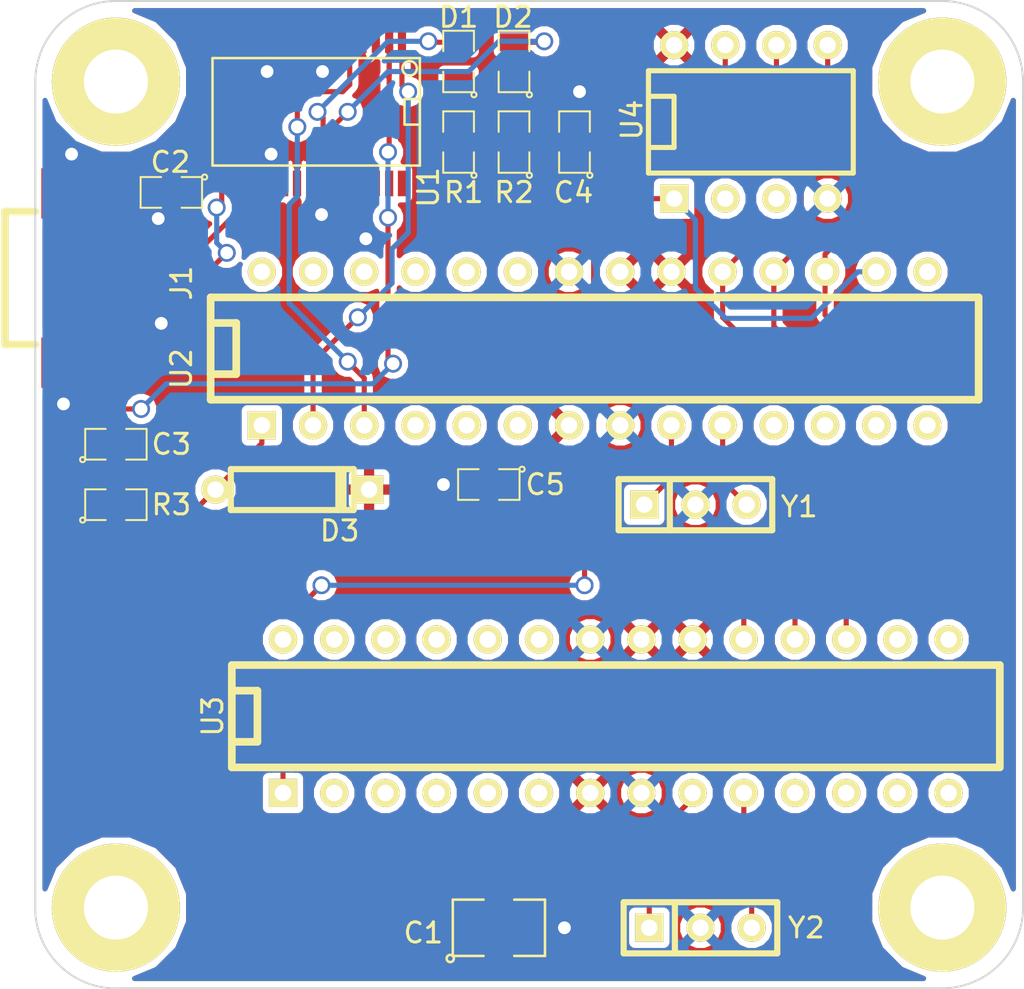
<source format=kicad_pcb>
(kicad_pcb (version 3) (host pcbnew "(2013-04-19 BZR 4011)-stable")

  (general
    (links 60)
    (no_connects 0)
    (area -4.16954 -4.079 50.9864 54.4184)
    (thickness 1.6)
    (drawings 8)
    (tracks 186)
    (zones 0)
    (modules 22)
    (nets 22)
  )

  (page A3)
  (layers
    (15 F.Cu signal)
    (0 B.Cu signal hide)
    (20 B.SilkS user)
    (21 F.SilkS user)
    (22 B.Mask user)
    (23 F.Mask user)
    (24 Dwgs.User user)
    (25 Cmts.User user)
    (28 Edge.Cuts user)
  )

  (setup
    (last_trace_width 0.254)
    (trace_clearance 0.254)
    (zone_clearance 0.3048)
    (zone_45_only no)
    (trace_min 0.254)
    (segment_width 0.2)
    (edge_width 0.1)
    (via_size 0.889)
    (via_drill 0.635)
    (via_min_size 0.889)
    (via_min_drill 0.508)
    (uvia_size 0.508)
    (uvia_drill 0.127)
    (uvias_allowed no)
    (uvia_min_size 0.508)
    (uvia_min_drill 0.127)
    (pcb_text_width 0.3)
    (pcb_text_size 1.5 1.5)
    (mod_edge_width 0.15)
    (mod_text_size 1 1)
    (mod_text_width 0.15)
    (pad_size 1.5 1.5)
    (pad_drill 0.6)
    (pad_to_mask_clearance 0)
    (aux_axis_origin 0 0)
    (visible_elements 7FFFFFBF)
    (pcbplotparams
      (layerselection 3178497)
      (usegerberextensions true)
      (excludeedgelayer true)
      (linewidth 152400)
      (plotframeref false)
      (viasonmask false)
      (mode 1)
      (useauxorigin false)
      (hpglpennumber 1)
      (hpglpenspeed 20)
      (hpglpendiameter 15)
      (hpglpenoverlay 2)
      (psnegative false)
      (psa4output false)
      (plotreference true)
      (plotvalue true)
      (plotothertext true)
      (plotinvisibletext false)
      (padsonsilk false)
      (subtractmaskfromsilk false)
      (outputformat 1)
      (mirror false)
      (drillshape 1)
      (scaleselection 1)
      (outputdirectory ""))
  )

  (net 0 "")
  (net 1 +5V)
  (net 2 "/ATMega328 Prog/MISO")
  (net 3 "/ATMega328 Prog/MOSI")
  (net 4 "/ATMega328 Prog/RST(I)")
  (net 5 "/ATMega328 Prog/SCK")
  (net 6 "/FTDI Interface/+3.3V")
  (net 7 "/FTDI Interface/DM")
  (net 8 "/FTDI Interface/DP")
  (net 9 "/FTDI Interface/DTR(O)")
  (net 10 "/FTDI Interface/PUP0")
  (net 11 "/FTDI Interface/PUP1")
  (net 12 "/FTDI Interface/RX(I)")
  (net 13 "/FTDI Interface/~LED0")
  (net 14 "/FTDI Interface/~LED1")
  (net 15 /Microprocessor/RES0)
  (net 16 /Microprocessor/RES1)
  (net 17 "/Microprocessor/RX(I)")
  (net 18 GND)
  (net 19 N-0000041)
  (net 20 N-0000060)
  (net 21 N-0000061)

  (net_class Default "This is the default net class."
    (clearance 0.254)
    (trace_width 0.254)
    (via_dia 0.889)
    (via_drill 0.635)
    (uvia_dia 0.508)
    (uvia_drill 0.127)
    (add_net "")
    (add_net +5V)
    (add_net "/ATMega328 Prog/MISO")
    (add_net "/ATMega328 Prog/MOSI")
    (add_net "/ATMega328 Prog/RST(I)")
    (add_net "/ATMega328 Prog/SCK")
    (add_net "/FTDI Interface/+3.3V")
    (add_net "/FTDI Interface/DM")
    (add_net "/FTDI Interface/DP")
    (add_net "/FTDI Interface/DTR(O)")
    (add_net "/FTDI Interface/PUP0")
    (add_net "/FTDI Interface/PUP1")
    (add_net "/FTDI Interface/RX(I)")
    (add_net "/FTDI Interface/~LED0")
    (add_net "/FTDI Interface/~LED1")
    (add_net /Microprocessor/RES0)
    (add_net /Microprocessor/RES1)
    (add_net "/Microprocessor/RX(I)")
    (add_net GND)
    (add_net N-0000041)
    (add_net N-0000060)
    (add_net N-0000061)
  )

  (module USB-B-MINI   locked (layer F.Cu) (tedit 5238B50B) (tstamp 5238B628)
    (at -1.5 13.75 270)
    (descr "USB, MINI, B")
    (tags USB-B-MINI)
    (path /52387C18/4FF311FD)
    (fp_text reference J1 (at 0.25 -8.75 270) (layer F.SilkS)
      (effects (font (size 1 1) (thickness 0.15)))
    )
    (fp_text value USB-B (at 0.39878 1.50114 270) (layer F.SilkS) hide
      (effects (font (size 1.524 1.524) (thickness 0.3048)))
    )
    (fp_line (start -3.29946 0) (end -3.29946 -1.50114) (layer F.SilkS) (width 0.381))
    (fp_line (start 3.29946 0) (end 3.29946 -1.50114) (layer F.SilkS) (width 0.381))
    (fp_line (start -3.29946 0) (end 3.29946 0) (layer F.SilkS) (width 0.381))
    (pad G2 smd rect (at 4.20116 -3.70078 270) (size 2.49936 3.79984)
      (layers F.Cu F.Mask)
      (net 18 GND)
    )
    (pad G1 smd rect (at -4.20116 -3.70078 270) (size 2.49936 3.79984)
      (layers F.Cu F.Mask)
      (net 18 GND)
    )
    (pad 4 smd rect (at 1.6002 -6.10108 270) (size 0.50038 1.39954)
      (layers F.Cu F.Mask)
      (net 18 GND)
    )
    (pad NC smd rect (at 0.8001 -6.10108 270) (size 0.50038 1.39954)
      (layers F.Cu F.Mask)
    )
    (pad 1 smd rect (at -1.6002 -6.10108 270) (size 0.50038 1.39954)
      (layers F.Cu F.Mask)
      (net 1 +5V)
    )
    (pad 2 smd rect (at -0.8001 -6.10108 270) (size 0.50038 1.39954)
      (layers F.Cu F.Mask)
      (net 7 "/FTDI Interface/DM")
    )
    (pad 3 smd rect (at 0 -6.10108 270) (size 0.50038 1.39954)
      (layers F.Cu F.Mask)
      (net 8 "/FTDI Interface/DP")
    )
  )

  (module SSOP28 (layer F.Cu) (tedit 5238BCEA) (tstamp 5238B650)
    (at 14 5.5 180)
    (descr "SSOP 28 pins")
    (tags "CMS SSOP SMD")
    (path /52387C18/4FF30F9A)
    (clearance 0.1)
    (attr smd)
    (fp_text reference U1 (at -5.5 -3.75 270) (layer F.SilkS)
      (effects (font (size 1 1) (thickness 0.15)))
    )
    (fp_text value FT232RL (at 0 1.143 180) (layer F.SilkS) hide
      (effects (font (size 0.762 0.762) (thickness 0.127)))
    )
    (fp_circle (center -4.572 2.159) (end -4.826 1.905) (layer F.SilkS) (width 0.127))
    (fp_line (start -5.08 -0.635) (end -4.318 -0.635) (layer F.SilkS) (width 0.127))
    (fp_line (start -4.318 -0.635) (end -4.318 0.635) (layer F.SilkS) (width 0.127))
    (fp_line (start -4.318 0.635) (end -5.08 0.635) (layer F.SilkS) (width 0.127))
    (fp_line (start 5.207 2.667) (end -5.08 2.667) (layer F.SilkS) (width 0.127))
    (fp_line (start -5.08 -2.667) (end 5.207 -2.667) (layer F.SilkS) (width 0.127))
    (fp_line (start -5.08 -2.667) (end -5.08 2.667) (layer F.SilkS) (width 0.127))
    (fp_line (start 5.207 -2.667) (end 5.207 2.667) (layer F.SilkS) (width 0.127))
    (pad 1 smd rect (at -4.191 3.556 180) (size 0.4064 1.27)
      (layers F.Cu F.Mask)
      (net 17 "/Microprocessor/RX(I)")
    )
    (pad 2 smd rect (at -3.556 3.556 180) (size 0.4064 1.27)
      (layers F.Cu F.Mask)
      (net 9 "/FTDI Interface/DTR(O)")
    )
    (pad 3 smd rect (at -2.8956 3.556 180) (size 0.4064 1.27)
      (layers F.Cu F.Mask)
    )
    (pad 4 smd rect (at -2.2352 3.556 180) (size 0.4064 1.27)
      (layers F.Cu F.Mask)
      (net 1 +5V)
    )
    (pad 5 smd rect (at -1.6002 3.556 180) (size 0.4064 1.27)
      (layers F.Cu F.Mask)
      (net 12 "/FTDI Interface/RX(I)")
    )
    (pad 6 smd rect (at -0.9398 3.556 180) (size 0.4064 1.27)
      (layers F.Cu F.Mask)
    )
    (pad 7 smd rect (at -0.2794 3.556 180) (size 0.4064 1.27)
      (layers F.Cu F.Mask)
      (net 18 GND)
    )
    (pad 8 smd rect (at 0.3556 3.556 180) (size 0.4064 1.27)
      (layers F.Cu F.Mask)
    )
    (pad 9 smd rect (at 1.016 3.556 180) (size 0.4064 1.27)
      (layers F.Cu F.Mask)
    )
    (pad 10 smd rect (at 1.651 3.556 180) (size 0.4064 1.27)
      (layers F.Cu F.Mask)
    )
    (pad 11 smd rect (at 2.3114 3.556 180) (size 0.4064 1.27)
      (layers F.Cu F.Mask)
      (net 18 GND)
    )
    (pad 12 smd rect (at 2.9718 3.556 180) (size 0.4064 1.27)
      (layers F.Cu F.Mask)
    )
    (pad 13 smd rect (at 3.6068 3.556 180) (size 0.4064 1.27)
      (layers F.Cu F.Mask)
    )
    (pad 14 smd rect (at 4.2672 3.556 180) (size 0.4064 1.27)
      (layers F.Cu F.Mask)
    )
    (pad 15 smd rect (at 4.2672 -3.556 180) (size 0.4064 1.27)
      (layers F.Cu F.Mask)
      (net 8 "/FTDI Interface/DP")
    )
    (pad 16 smd rect (at 3.6068 -3.556 180) (size 0.4064 1.27)
      (layers F.Cu F.Mask)
      (net 7 "/FTDI Interface/DM")
    )
    (pad 17 smd rect (at 2.9972 -3.556 180) (size 0.4064 1.27)
      (layers F.Cu F.Mask)
      (net 6 "/FTDI Interface/+3.3V")
    )
    (pad 18 smd rect (at 2.3114 -3.556 180) (size 0.4064 1.27)
      (layers F.Cu F.Mask)
      (net 18 GND)
    )
    (pad 19 smd rect (at 1.651 -3.556 180) (size 0.4064 1.27)
      (layers F.Cu F.Mask)
    )
    (pad 20 smd rect (at 1.016 -3.556 180) (size 0.4064 1.27)
      (layers F.Cu F.Mask)
      (net 1 +5V)
    )
    (pad 21 smd rect (at 0.3556 -3.556 180) (size 0.4064 1.27)
      (layers F.Cu F.Mask)
      (net 18 GND)
    )
    (pad 22 smd rect (at -0.2794 -3.556 180) (size 0.4064 1.27)
      (layers F.Cu F.Mask)
      (net 14 "/FTDI Interface/~LED1")
    )
    (pad 23 smd rect (at -0.9398 -3.556 180) (size 0.4064 1.27)
      (layers F.Cu F.Mask)
      (net 13 "/FTDI Interface/~LED0")
    )
    (pad 24 smd rect (at -1.6002 -3.556 180) (size 0.4064 1.27)
      (layers F.Cu F.Mask)
    )
    (pad 25 smd rect (at -2.2352 -3.556 180) (size 0.4064 1.27)
      (layers F.Cu F.Mask)
      (net 18 GND)
    )
    (pad 26 smd rect (at -2.8956 -3.556 180) (size 0.4064 1.27)
      (layers F.Cu F.Mask)
      (net 18 GND)
    )
    (pad 27 smd rect (at -3.556 -3.556 180) (size 0.4064 1.27)
      (layers F.Cu F.Mask)
    )
    (pad 28 smd rect (at -4.191 -3.556 180) (size 0.4064 1.27)
      (layers F.Cu F.Mask)
    )
    (model smd/cms_soj28.wrl
      (at (xyz 0 0 0))
      (scale (xyz 0.256 0.5 0.25))
      (rotate (xyz 0 0 0))
    )
  )

  (module SM1210 (layer F.Cu) (tedit 5238BCA1) (tstamp 5238B65D)
    (at 23 46)
    (tags "CMS SM")
    (path /52387C18/4FF312AD)
    (attr smd)
    (fp_text reference C1 (at -3.75 0.25) (layer F.SilkS)
      (effects (font (size 1 1) (thickness 0.15)))
    )
    (fp_text value 10uF (at 0 0.508) (layer F.SilkS) hide
      (effects (font (size 0.762 0.762) (thickness 0.127)))
    )
    (fp_circle (center -2.413 1.524) (end -2.286 1.397) (layer F.SilkS) (width 0.127))
    (fp_line (start -0.762 -1.397) (end -2.286 -1.397) (layer F.SilkS) (width 0.127))
    (fp_line (start -2.286 -1.397) (end -2.286 1.397) (layer F.SilkS) (width 0.127))
    (fp_line (start -2.286 1.397) (end -0.762 1.397) (layer F.SilkS) (width 0.127))
    (fp_line (start 0.762 1.397) (end 2.286 1.397) (layer F.SilkS) (width 0.127))
    (fp_line (start 2.286 1.397) (end 2.286 -1.397) (layer F.SilkS) (width 0.127))
    (fp_line (start 2.286 -1.397) (end 0.762 -1.397) (layer F.SilkS) (width 0.127))
    (pad 1 smd rect (at -1.524 0) (size 1.27 2.54)
      (layers F.Cu F.Mask)
      (net 1 +5V)
    )
    (pad 2 smd rect (at 1.524 0) (size 1.27 2.54)
      (layers F.Cu F.Mask)
      (net 18 GND)
    )
    (model smd/chip_cms.wrl
      (at (xyz 0 0 0))
      (scale (xyz 0.17 0.2 0.17))
      (rotate (xyz 0 0 0))
    )
  )

  (module SM0805 (layer F.Cu) (tedit 5238BD0C) (tstamp 5238B66A)
    (at 22.5 24 180)
    (path /523882F4/4FF581E0)
    (attr smd)
    (fp_text reference C5 (at -2.8 0 180) (layer F.SilkS)
      (effects (font (size 1 1) (thickness 0.15)))
    )
    (fp_text value 0.1uF (at 0 0.381 180) (layer F.SilkS) hide
      (effects (font (size 0.50038 0.50038) (thickness 0.10922)))
    )
    (fp_circle (center -1.651 0.762) (end -1.651 0.635) (layer F.SilkS) (width 0.09906))
    (fp_line (start -0.508 0.762) (end -1.524 0.762) (layer F.SilkS) (width 0.09906))
    (fp_line (start -1.524 0.762) (end -1.524 -0.762) (layer F.SilkS) (width 0.09906))
    (fp_line (start -1.524 -0.762) (end -0.508 -0.762) (layer F.SilkS) (width 0.09906))
    (fp_line (start 0.508 -0.762) (end 1.524 -0.762) (layer F.SilkS) (width 0.09906))
    (fp_line (start 1.524 -0.762) (end 1.524 0.762) (layer F.SilkS) (width 0.09906))
    (fp_line (start 1.524 0.762) (end 0.508 0.762) (layer F.SilkS) (width 0.09906))
    (pad 1 smd rect (at -0.9525 0 180) (size 0.889 1.397)
      (layers F.Cu F.Mask)
      (net 1 +5V)
    )
    (pad 2 smd rect (at 0.9525 0 180) (size 0.889 1.397)
      (layers F.Cu F.Mask)
      (net 18 GND)
    )
    (model smd/chip_cms.wrl
      (at (xyz 0 0 0))
      (scale (xyz 0.1 0.1 0.1))
      (rotate (xyz 0 0 0))
    )
  )

  (module SM0805 (layer F.Cu) (tedit 5238BCE2) (tstamp 5238B691)
    (at 23.75 7 90)
    (path /52387C18/4FF314D2)
    (attr smd)
    (fp_text reference R2 (at -2.5 0 180) (layer F.SilkS)
      (effects (font (size 1 1) (thickness 0.15)))
    )
    (fp_text value 270 (at 0 0.381 90) (layer F.SilkS) hide
      (effects (font (size 0.50038 0.50038) (thickness 0.10922)))
    )
    (fp_circle (center -1.651 0.762) (end -1.651 0.635) (layer F.SilkS) (width 0.09906))
    (fp_line (start -0.508 0.762) (end -1.524 0.762) (layer F.SilkS) (width 0.09906))
    (fp_line (start -1.524 0.762) (end -1.524 -0.762) (layer F.SilkS) (width 0.09906))
    (fp_line (start -1.524 -0.762) (end -0.508 -0.762) (layer F.SilkS) (width 0.09906))
    (fp_line (start 0.508 -0.762) (end 1.524 -0.762) (layer F.SilkS) (width 0.09906))
    (fp_line (start 1.524 -0.762) (end 1.524 0.762) (layer F.SilkS) (width 0.09906))
    (fp_line (start 1.524 0.762) (end 0.508 0.762) (layer F.SilkS) (width 0.09906))
    (pad 1 smd rect (at -0.9525 0 90) (size 0.889 1.397)
      (layers F.Cu F.Mask)
      (net 1 +5V)
    )
    (pad 2 smd rect (at 0.9525 0 90) (size 0.889 1.397)
      (layers F.Cu F.Mask)
      (net 11 "/FTDI Interface/PUP1")
    )
    (model smd/chip_cms.wrl
      (at (xyz 0 0 0))
      (scale (xyz 0.1 0.1 0.1))
      (rotate (xyz 0 0 0))
    )
  )

  (module SM0805 (layer F.Cu) (tedit 5238BCE3) (tstamp 5238B69E)
    (at 21 7 90)
    (path /52387C18/4FF314CB)
    (attr smd)
    (fp_text reference R1 (at -2.5 0.25 180) (layer F.SilkS)
      (effects (font (size 1 1) (thickness 0.15)))
    )
    (fp_text value 270 (at 0 0.5 90) (layer F.SilkS) hide
      (effects (font (size 0.50038 0.50038) (thickness 0.10922)))
    )
    (fp_circle (center -1.651 0.762) (end -1.651 0.635) (layer F.SilkS) (width 0.09906))
    (fp_line (start -0.508 0.762) (end -1.524 0.762) (layer F.SilkS) (width 0.09906))
    (fp_line (start -1.524 0.762) (end -1.524 -0.762) (layer F.SilkS) (width 0.09906))
    (fp_line (start -1.524 -0.762) (end -0.508 -0.762) (layer F.SilkS) (width 0.09906))
    (fp_line (start 0.508 -0.762) (end 1.524 -0.762) (layer F.SilkS) (width 0.09906))
    (fp_line (start 1.524 -0.762) (end 1.524 0.762) (layer F.SilkS) (width 0.09906))
    (fp_line (start 1.524 0.762) (end 0.508 0.762) (layer F.SilkS) (width 0.09906))
    (pad 1 smd rect (at -0.9525 0 90) (size 0.889 1.397)
      (layers F.Cu F.Mask)
      (net 1 +5V)
    )
    (pad 2 smd rect (at 0.9525 0 90) (size 0.889 1.397)
      (layers F.Cu F.Mask)
      (net 10 "/FTDI Interface/PUP0")
    )
    (model smd/chip_cms.wrl
      (at (xyz 0 0 0))
      (scale (xyz 0.1 0.1 0.1))
      (rotate (xyz 0 0 0))
    )
  )

  (module SM0805 (layer F.Cu) (tedit 5238C555) (tstamp 5238B6AB)
    (at 6.75 9.5 180)
    (path /52387C18/4FF31376)
    (attr smd)
    (fp_text reference C2 (at 0.05 1.5 180) (layer F.SilkS)
      (effects (font (size 1 1) (thickness 0.15)))
    )
    (fp_text value 0.1uF (at 1 0 180) (layer F.SilkS) hide
      (effects (font (size 0.50038 0.50038) (thickness 0.10922)))
    )
    (fp_circle (center -1.651 0.762) (end -1.651 0.635) (layer F.SilkS) (width 0.09906))
    (fp_line (start -0.508 0.762) (end -1.524 0.762) (layer F.SilkS) (width 0.09906))
    (fp_line (start -1.524 0.762) (end -1.524 -0.762) (layer F.SilkS) (width 0.09906))
    (fp_line (start -1.524 -0.762) (end -0.508 -0.762) (layer F.SilkS) (width 0.09906))
    (fp_line (start 0.508 -0.762) (end 1.524 -0.762) (layer F.SilkS) (width 0.09906))
    (fp_line (start 1.524 -0.762) (end 1.524 0.762) (layer F.SilkS) (width 0.09906))
    (fp_line (start 1.524 0.762) (end 0.508 0.762) (layer F.SilkS) (width 0.09906))
    (pad 1 smd rect (at -0.9525 0 180) (size 0.889 1.397)
      (layers F.Cu F.Mask)
      (net 6 "/FTDI Interface/+3.3V")
    )
    (pad 2 smd rect (at 0.9525 0 180) (size 0.889 1.397)
      (layers F.Cu F.Mask)
      (net 18 GND)
    )
    (model smd/chip_cms.wrl
      (at (xyz 0 0 0))
      (scale (xyz 0.1 0.1 0.1))
      (rotate (xyz 0 0 0))
    )
  )

  (module SM0805 (layer F.Cu) (tedit 5238BCFB) (tstamp 5238B6B8)
    (at 21 3 90)
    (path /52387C18/52387EB6)
    (attr smd)
    (fp_text reference D1 (at 2.2 0 180) (layer F.SilkS)
      (effects (font (size 1 1) (thickness 0.15)))
    )
    (fp_text value LED (at 0 0.381 90) (layer F.SilkS) hide
      (effects (font (size 0.50038 0.50038) (thickness 0.10922)))
    )
    (fp_circle (center -1.651 0.762) (end -1.651 0.635) (layer F.SilkS) (width 0.09906))
    (fp_line (start -0.508 0.762) (end -1.524 0.762) (layer F.SilkS) (width 0.09906))
    (fp_line (start -1.524 0.762) (end -1.524 -0.762) (layer F.SilkS) (width 0.09906))
    (fp_line (start -1.524 -0.762) (end -0.508 -0.762) (layer F.SilkS) (width 0.09906))
    (fp_line (start 0.508 -0.762) (end 1.524 -0.762) (layer F.SilkS) (width 0.09906))
    (fp_line (start 1.524 -0.762) (end 1.524 0.762) (layer F.SilkS) (width 0.09906))
    (fp_line (start 1.524 0.762) (end 0.508 0.762) (layer F.SilkS) (width 0.09906))
    (pad 1 smd rect (at -0.9525 0 90) (size 0.889 1.397)
      (layers F.Cu F.Mask)
      (net 10 "/FTDI Interface/PUP0")
    )
    (pad 2 smd rect (at 0.9525 0 90) (size 0.889 1.397)
      (layers F.Cu F.Mask)
      (net 14 "/FTDI Interface/~LED1")
    )
    (model smd/chip_cms.wrl
      (at (xyz 0 0 0))
      (scale (xyz 0.1 0.1 0.1))
      (rotate (xyz 0 0 0))
    )
  )

  (module SM0805 (layer F.Cu) (tedit 5238BCFF) (tstamp 5238B6C5)
    (at 23.75 3 90)
    (path /52387C18/52387EC5)
    (attr smd)
    (fp_text reference D2 (at 2.2 -0.05 180) (layer F.SilkS)
      (effects (font (size 1 1) (thickness 0.15)))
    )
    (fp_text value LED (at 0 0.381 90) (layer F.SilkS) hide
      (effects (font (size 0.50038 0.50038) (thickness 0.10922)))
    )
    (fp_circle (center -1.651 0.762) (end -1.651 0.635) (layer F.SilkS) (width 0.09906))
    (fp_line (start -0.508 0.762) (end -1.524 0.762) (layer F.SilkS) (width 0.09906))
    (fp_line (start -1.524 0.762) (end -1.524 -0.762) (layer F.SilkS) (width 0.09906))
    (fp_line (start -1.524 -0.762) (end -0.508 -0.762) (layer F.SilkS) (width 0.09906))
    (fp_line (start 0.508 -0.762) (end 1.524 -0.762) (layer F.SilkS) (width 0.09906))
    (fp_line (start 1.524 -0.762) (end 1.524 0.762) (layer F.SilkS) (width 0.09906))
    (fp_line (start 1.524 0.762) (end 0.508 0.762) (layer F.SilkS) (width 0.09906))
    (pad 1 smd rect (at -0.9525 0 90) (size 0.889 1.397)
      (layers F.Cu F.Mask)
      (net 11 "/FTDI Interface/PUP1")
    )
    (pad 2 smd rect (at 0.9525 0 90) (size 0.889 1.397)
      (layers F.Cu F.Mask)
      (net 13 "/FTDI Interface/~LED0")
    )
    (model smd/chip_cms.wrl
      (at (xyz 0 0 0))
      (scale (xyz 0.1 0.1 0.1))
      (rotate (xyz 0 0 0))
    )
  )

  (module SM0805 (layer F.Cu) (tedit 5238BCC2) (tstamp 5238B6D2)
    (at 4 25)
    (path /52387CB6/4FF574F9)
    (attr smd)
    (fp_text reference R3 (at 2.75 0) (layer F.SilkS)
      (effects (font (size 1 1) (thickness 0.15)))
    )
    (fp_text value 10K (at 0 0.381) (layer F.SilkS) hide
      (effects (font (size 0.50038 0.50038) (thickness 0.10922)))
    )
    (fp_circle (center -1.651 0.762) (end -1.651 0.635) (layer F.SilkS) (width 0.09906))
    (fp_line (start -0.508 0.762) (end -1.524 0.762) (layer F.SilkS) (width 0.09906))
    (fp_line (start -1.524 0.762) (end -1.524 -0.762) (layer F.SilkS) (width 0.09906))
    (fp_line (start -1.524 -0.762) (end -0.508 -0.762) (layer F.SilkS) (width 0.09906))
    (fp_line (start 0.508 -0.762) (end 1.524 -0.762) (layer F.SilkS) (width 0.09906))
    (fp_line (start 1.524 -0.762) (end 1.524 0.762) (layer F.SilkS) (width 0.09906))
    (fp_line (start 1.524 0.762) (end 0.508 0.762) (layer F.SilkS) (width 0.09906))
    (pad 1 smd rect (at -0.9525 0) (size 0.889 1.397)
      (layers F.Cu F.Mask)
      (net 1 +5V)
    )
    (pad 2 smd rect (at 0.9525 0) (size 0.889 1.397)
      (layers F.Cu F.Mask)
      (net 19 N-0000041)
    )
    (model smd/chip_cms.wrl
      (at (xyz 0 0 0))
      (scale (xyz 0.1 0.1 0.1))
      (rotate (xyz 0 0 0))
    )
  )

  (module SM0805 (layer F.Cu) (tedit 5238BCC0) (tstamp 5238B6DF)
    (at 4 22)
    (path /52387CB6/4FF58BD9)
    (attr smd)
    (fp_text reference C3 (at 2.75 0) (layer F.SilkS)
      (effects (font (size 1 1) (thickness 0.15)))
    )
    (fp_text value 0.1uF (at 0 0.381) (layer F.SilkS) hide
      (effects (font (size 0.50038 0.50038) (thickness 0.10922)))
    )
    (fp_circle (center -1.651 0.762) (end -1.651 0.635) (layer F.SilkS) (width 0.09906))
    (fp_line (start -0.508 0.762) (end -1.524 0.762) (layer F.SilkS) (width 0.09906))
    (fp_line (start -1.524 0.762) (end -1.524 -0.762) (layer F.SilkS) (width 0.09906))
    (fp_line (start -1.524 -0.762) (end -0.508 -0.762) (layer F.SilkS) (width 0.09906))
    (fp_line (start 0.508 -0.762) (end 1.524 -0.762) (layer F.SilkS) (width 0.09906))
    (fp_line (start 1.524 -0.762) (end 1.524 0.762) (layer F.SilkS) (width 0.09906))
    (fp_line (start 1.524 0.762) (end 0.508 0.762) (layer F.SilkS) (width 0.09906))
    (pad 1 smd rect (at -0.9525 0) (size 0.889 1.397)
      (layers F.Cu F.Mask)
      (net 9 "/FTDI Interface/DTR(O)")
    )
    (pad 2 smd rect (at 0.9525 0) (size 0.889 1.397)
      (layers F.Cu F.Mask)
      (net 19 N-0000041)
    )
    (model smd/chip_cms.wrl
      (at (xyz 0 0 0))
      (scale (xyz 0.1 0.1 0.1))
      (rotate (xyz 0 0 0))
    )
  )

  (module SM0805 (layer F.Cu) (tedit 5238BD06) (tstamp 5238B6EC)
    (at 26.75 7 90)
    (path /52387CB6/5238A57C)
    (attr smd)
    (fp_text reference C4 (at -2.5 -0.05 180) (layer F.SilkS)
      (effects (font (size 1 1) (thickness 0.15)))
    )
    (fp_text value 0.1uF (at 0 0.381 90) (layer F.SilkS) hide
      (effects (font (size 0.50038 0.50038) (thickness 0.10922)))
    )
    (fp_circle (center -1.651 0.762) (end -1.651 0.635) (layer F.SilkS) (width 0.09906))
    (fp_line (start -0.508 0.762) (end -1.524 0.762) (layer F.SilkS) (width 0.09906))
    (fp_line (start -1.524 0.762) (end -1.524 -0.762) (layer F.SilkS) (width 0.09906))
    (fp_line (start -1.524 -0.762) (end -0.508 -0.762) (layer F.SilkS) (width 0.09906))
    (fp_line (start 0.508 -0.762) (end 1.524 -0.762) (layer F.SilkS) (width 0.09906))
    (fp_line (start 1.524 -0.762) (end 1.524 0.762) (layer F.SilkS) (width 0.09906))
    (fp_line (start 1.524 0.762) (end 0.508 0.762) (layer F.SilkS) (width 0.09906))
    (pad 1 smd rect (at -0.9525 0 90) (size 0.889 1.397)
      (layers F.Cu F.Mask)
      (net 1 +5V)
    )
    (pad 2 smd rect (at 0.9525 0 90) (size 0.889 1.397)
      (layers F.Cu F.Mask)
      (net 18 GND)
    )
    (model smd/chip_cms.wrl
      (at (xyz 0 0 0))
      (scale (xyz 0.1 0.1 0.1))
      (rotate (xyz 0 0 0))
    )
  )

  (module SIL-3 (layer F.Cu) (tedit 5238BCD9) (tstamp 5238B6F8)
    (at 33 46)
    (descr "Connecteur 3 pins")
    (tags "CONN DEV")
    (path /523882F4/5238A57A)
    (fp_text reference Y2 (at 5.25 0) (layer F.SilkS)
      (effects (font (size 1 1) (thickness 0.15)))
    )
    (fp_text value 16MHz (at 2.94132 -10.10412) (layer F.SilkS) hide
      (effects (font (size 1.524 1.016) (thickness 0.254)))
    )
    (fp_line (start -3.81 1.27) (end -3.81 -1.27) (layer F.SilkS) (width 0.3048))
    (fp_line (start -3.81 -1.27) (end 3.81 -1.27) (layer F.SilkS) (width 0.3048))
    (fp_line (start 3.81 -1.27) (end 3.81 1.27) (layer F.SilkS) (width 0.3048))
    (fp_line (start 3.81 1.27) (end -3.81 1.27) (layer F.SilkS) (width 0.3048))
    (fp_line (start -1.27 -1.27) (end -1.27 1.27) (layer F.SilkS) (width 0.3048))
    (pad 1 thru_hole rect (at -2.54 0) (size 1.397 1.397) (drill 0.8128)
      (layers *.Cu *.Mask F.SilkS)
      (net 21 N-0000061)
    )
    (pad 2 thru_hole circle (at 0 0) (size 1.397 1.397) (drill 0.8128)
      (layers *.Cu *.Mask F.SilkS)
      (net 18 GND)
    )
    (pad 3 thru_hole circle (at 2.54 0) (size 1.397 1.397) (drill 0.8128)
      (layers *.Cu *.Mask F.SilkS)
      (net 20 N-0000060)
    )
  )

  (module SIL-3 (layer F.Cu) (tedit 5238BD09) (tstamp 5238B704)
    (at 32.75 25)
    (descr "Connecteur 3 pins")
    (tags "CONN DEV")
    (path /52387CB6/4FF58157)
    (fp_text reference Y1 (at 5.15 0.1) (layer F.SilkS)
      (effects (font (size 1 1) (thickness 0.15)))
    )
    (fp_text value 16MHz (at 2.94132 -10.10412) (layer F.SilkS) hide
      (effects (font (size 1.524 1.016) (thickness 0.254)))
    )
    (fp_line (start -3.81 1.27) (end -3.81 -1.27) (layer F.SilkS) (width 0.3048))
    (fp_line (start -3.81 -1.27) (end 3.81 -1.27) (layer F.SilkS) (width 0.3048))
    (fp_line (start 3.81 -1.27) (end 3.81 1.27) (layer F.SilkS) (width 0.3048))
    (fp_line (start 3.81 1.27) (end -3.81 1.27) (layer F.SilkS) (width 0.3048))
    (fp_line (start -1.27 -1.27) (end -1.27 1.27) (layer F.SilkS) (width 0.3048))
    (pad 1 thru_hole rect (at -2.54 0) (size 1.397 1.397) (drill 0.8128)
      (layers *.Cu *.Mask F.SilkS)
      (net 15 /Microprocessor/RES0)
    )
    (pad 2 thru_hole circle (at 0 0) (size 1.397 1.397) (drill 0.8128)
      (layers *.Cu *.Mask F.SilkS)
      (net 18 GND)
    )
    (pad 3 thru_hole circle (at 2.54 0) (size 1.397 1.397) (drill 0.8128)
      (layers *.Cu *.Mask F.SilkS)
      (net 16 /Microprocessor/RES1)
    )
  )

  (module MTG-4-40   locked (layer F.Cu) (tedit 5238B500) (tstamp 5238B709)
    (at 45 45)
    (path /5238A584)
    (fp_text reference MTG4 (at 0.75 5.5) (layer F.SilkS) hide
      (effects (font (size 1 1) (thickness 0.15)))
    )
    (fp_text value CONN_1 (at 0.5 8.25) (layer F.SilkS) hide
      (effects (font (size 1.524 1.524) (thickness 0.3048)))
    )
    (pad 1 thru_hole circle (at 0 0) (size 6.35 6.35) (drill 3.175)
      (layers *.Cu *.Mask F.SilkS)
    )
  )

  (module MTG-4-40   locked (layer F.Cu) (tedit 5238B507) (tstamp 5238B70E)
    (at 4 4)
    (path /4FF58FB4)
    (fp_text reference MTG1 (at 0.25 -7.25) (layer F.SilkS) hide
      (effects (font (size 1 1) (thickness 0.15)))
    )
    (fp_text value CONN_1 (at 0 -5.08) (layer F.SilkS) hide
      (effects (font (size 1.524 1.524) (thickness 0.3048)))
    )
    (pad 1 thru_hole circle (at 0 0) (size 6.35 6.35) (drill 3.175)
      (layers *.Cu *.Mask F.SilkS)
    )
  )

  (module MTG-4-40   locked (layer F.Cu) (tedit 5238B504) (tstamp 5238B713)
    (at 45 4)
    (path /4FF58FB9)
    (fp_text reference MTG2 (at 0.75 -7.25) (layer F.SilkS) hide
      (effects (font (size 1 1) (thickness 0.15)))
    )
    (fp_text value CONN_1 (at 0 -5.08) (layer F.SilkS) hide
      (effects (font (size 1.524 1.524) (thickness 0.3048)))
    )
    (pad 1 thru_hole circle (at 0 0) (size 6.35 6.35) (drill 3.175)
      (layers *.Cu *.Mask F.SilkS)
    )
  )

  (module MTG-4-40   locked (layer F.Cu) (tedit 5238B4FC) (tstamp 5238B718)
    (at 4 45)
    (path /4FF58FBC)
    (fp_text reference MTG3 (at 0.5 7.75) (layer F.SilkS) hide
      (effects (font (size 1 1) (thickness 0.15)))
    )
    (fp_text value CONN_1 (at -0.25 5.5) (layer F.SilkS) hide
      (effects (font (size 1.524 1.524) (thickness 0.3048)))
    )
    (pad 1 thru_hole circle (at 0 0) (size 6.35 6.35) (drill 3.175)
      (layers *.Cu *.Mask F.SilkS)
    )
  )

  (module DIP-8__300 (layer F.Cu) (tedit 5238BD01) (tstamp 5238B72B)
    (at 35.5 6)
    (descr "8 pins DIL package, round pads")
    (tags DIL)
    (path /52389368/5030EBB2)
    (fp_text reference U4 (at -5.9 -0.1 90) (layer F.SilkS)
      (effects (font (size 1 1) (thickness 0.15)))
    )
    (fp_text value ATTINY85 (at 0 0) (layer F.SilkS) hide
      (effects (font (size 1.27 1.016) (thickness 0.2032)))
    )
    (fp_line (start -5.08 -1.27) (end -3.81 -1.27) (layer F.SilkS) (width 0.254))
    (fp_line (start -3.81 -1.27) (end -3.81 1.27) (layer F.SilkS) (width 0.254))
    (fp_line (start -3.81 1.27) (end -5.08 1.27) (layer F.SilkS) (width 0.254))
    (fp_line (start -5.08 -2.54) (end 5.08 -2.54) (layer F.SilkS) (width 0.254))
    (fp_line (start 5.08 -2.54) (end 5.08 2.54) (layer F.SilkS) (width 0.254))
    (fp_line (start 5.08 2.54) (end -5.08 2.54) (layer F.SilkS) (width 0.254))
    (fp_line (start -5.08 2.54) (end -5.08 -2.54) (layer F.SilkS) (width 0.254))
    (pad 1 thru_hole rect (at -3.81 3.81) (size 1.397 1.397) (drill 0.8128)
      (layers *.Cu *.Mask F.SilkS)
      (net 4 "/ATMega328 Prog/RST(I)")
    )
    (pad 2 thru_hole circle (at -1.27 3.81) (size 1.397 1.397) (drill 0.8128)
      (layers *.Cu *.Mask F.SilkS)
    )
    (pad 3 thru_hole circle (at 1.27 3.81) (size 1.397 1.397) (drill 0.8128)
      (layers *.Cu *.Mask F.SilkS)
    )
    (pad 4 thru_hole circle (at 3.81 3.81) (size 1.397 1.397) (drill 0.8128)
      (layers *.Cu *.Mask F.SilkS)
      (net 18 GND)
    )
    (pad 5 thru_hole circle (at 3.81 -3.81) (size 1.397 1.397) (drill 0.8128)
      (layers *.Cu *.Mask F.SilkS)
      (net 3 "/ATMega328 Prog/MOSI")
    )
    (pad 6 thru_hole circle (at 1.27 -3.81) (size 1.397 1.397) (drill 0.8128)
      (layers *.Cu *.Mask F.SilkS)
      (net 2 "/ATMega328 Prog/MISO")
    )
    (pad 7 thru_hole circle (at -1.27 -3.81) (size 1.397 1.397) (drill 0.8128)
      (layers *.Cu *.Mask F.SilkS)
      (net 5 "/ATMega328 Prog/SCK")
    )
    (pad 8 thru_hole circle (at -3.81 -3.81) (size 1.397 1.397) (drill 0.8128)
      (layers *.Cu *.Mask F.SilkS)
      (net 1 +5V)
    )
    (model dil/dil_8.wrl
      (at (xyz 0 0 0))
      (scale (xyz 1 1 1))
      (rotate (xyz 0 0 0))
    )
  )

  (module DIP-28__300 (layer F.Cu) (tedit 5238BCD3) (tstamp 5238B752)
    (at 28.8 35.5)
    (descr "28 pins DIL package, round pads, width 300mil")
    (tags DIL)
    (path /523882F4/4FF5745E)
    (fp_text reference U3 (at -20 0 90) (layer F.SilkS)
      (effects (font (size 1 1) (thickness 0.15)))
    )
    (fp_text value ATMEGA328-PU (at 10.16 0) (layer F.SilkS) hide
      (effects (font (size 1.524 1.143) (thickness 0.28575)))
    )
    (fp_line (start -19.05 -2.54) (end 19.05 -2.54) (layer F.SilkS) (width 0.381))
    (fp_line (start 19.05 -2.54) (end 19.05 2.54) (layer F.SilkS) (width 0.381))
    (fp_line (start 19.05 2.54) (end -19.05 2.54) (layer F.SilkS) (width 0.381))
    (fp_line (start -19.05 2.54) (end -19.05 -2.54) (layer F.SilkS) (width 0.381))
    (fp_line (start -19.05 -1.27) (end -17.78 -1.27) (layer F.SilkS) (width 0.381))
    (fp_line (start -17.78 -1.27) (end -17.78 1.27) (layer F.SilkS) (width 0.381))
    (fp_line (start -17.78 1.27) (end -19.05 1.27) (layer F.SilkS) (width 0.381))
    (pad 2 thru_hole circle (at -13.97 3.81) (size 1.397 1.397) (drill 0.8128)
      (layers *.Cu *.Mask F.SilkS)
    )
    (pad 3 thru_hole circle (at -11.43 3.81) (size 1.397 1.397) (drill 0.8128)
      (layers *.Cu *.Mask F.SilkS)
    )
    (pad 4 thru_hole circle (at -8.89 3.81) (size 1.397 1.397) (drill 0.8128)
      (layers *.Cu *.Mask F.SilkS)
    )
    (pad 5 thru_hole circle (at -6.35 3.81) (size 1.397 1.397) (drill 0.8128)
      (layers *.Cu *.Mask F.SilkS)
    )
    (pad 6 thru_hole circle (at -3.81 3.81) (size 1.397 1.397) (drill 0.8128)
      (layers *.Cu *.Mask F.SilkS)
    )
    (pad 7 thru_hole circle (at -1.27 3.81) (size 1.397 1.397) (drill 0.8128)
      (layers *.Cu *.Mask F.SilkS)
      (net 1 +5V)
    )
    (pad 8 thru_hole circle (at 1.27 3.81) (size 1.397 1.397) (drill 0.8128)
      (layers *.Cu *.Mask F.SilkS)
      (net 18 GND)
    )
    (pad 9 thru_hole circle (at 3.81 3.81) (size 1.397 1.397) (drill 0.8128)
      (layers *.Cu *.Mask F.SilkS)
      (net 21 N-0000061)
    )
    (pad 10 thru_hole circle (at 6.35 3.81) (size 1.397 1.397) (drill 0.8128)
      (layers *.Cu *.Mask F.SilkS)
      (net 20 N-0000060)
    )
    (pad 11 thru_hole circle (at 8.89 3.81) (size 1.397 1.397) (drill 0.8128)
      (layers *.Cu *.Mask F.SilkS)
    )
    (pad 12 thru_hole circle (at 11.43 3.81) (size 1.397 1.397) (drill 0.8128)
      (layers *.Cu *.Mask F.SilkS)
    )
    (pad 13 thru_hole circle (at 13.97 3.81) (size 1.397 1.397) (drill 0.8128)
      (layers *.Cu *.Mask F.SilkS)
    )
    (pad 14 thru_hole circle (at 16.51 3.81) (size 1.397 1.397) (drill 0.8128)
      (layers *.Cu *.Mask F.SilkS)
    )
    (pad 1 thru_hole rect (at -16.51 3.81) (size 1.397 1.397) (drill 0.8128)
      (layers *.Cu *.Mask F.SilkS)
      (net 4 "/ATMega328 Prog/RST(I)")
    )
    (pad 15 thru_hole circle (at 16.51 -3.81) (size 1.397 1.397) (drill 0.8128)
      (layers *.Cu *.Mask F.SilkS)
    )
    (pad 16 thru_hole circle (at 13.97 -3.81) (size 1.397 1.397) (drill 0.8128)
      (layers *.Cu *.Mask F.SilkS)
    )
    (pad 17 thru_hole circle (at 11.43 -3.81) (size 1.397 1.397) (drill 0.8128)
      (layers *.Cu *.Mask F.SilkS)
      (net 3 "/ATMega328 Prog/MOSI")
    )
    (pad 18 thru_hole circle (at 8.89 -3.81) (size 1.397 1.397) (drill 0.8128)
      (layers *.Cu *.Mask F.SilkS)
      (net 2 "/ATMega328 Prog/MISO")
    )
    (pad 19 thru_hole circle (at 6.35 -3.81) (size 1.397 1.397) (drill 0.8128)
      (layers *.Cu *.Mask F.SilkS)
      (net 5 "/ATMega328 Prog/SCK")
    )
    (pad 20 thru_hole circle (at 3.81 -3.81) (size 1.397 1.397) (drill 0.8128)
      (layers *.Cu *.Mask F.SilkS)
      (net 1 +5V)
    )
    (pad 21 thru_hole circle (at 1.27 -3.81) (size 1.397 1.397) (drill 0.8128)
      (layers *.Cu *.Mask F.SilkS)
      (net 1 +5V)
    )
    (pad 22 thru_hole circle (at -1.27 -3.81) (size 1.397 1.397) (drill 0.8128)
      (layers *.Cu *.Mask F.SilkS)
      (net 18 GND)
    )
    (pad 23 thru_hole circle (at -3.81 -3.81) (size 1.397 1.397) (drill 0.8128)
      (layers *.Cu *.Mask F.SilkS)
    )
    (pad 24 thru_hole circle (at -6.35 -3.81) (size 1.397 1.397) (drill 0.8128)
      (layers *.Cu *.Mask F.SilkS)
    )
    (pad 25 thru_hole circle (at -8.89 -3.81) (size 1.397 1.397) (drill 0.8128)
      (layers *.Cu *.Mask F.SilkS)
    )
    (pad 26 thru_hole circle (at -11.43 -3.81) (size 1.397 1.397) (drill 0.8128)
      (layers *.Cu *.Mask F.SilkS)
    )
    (pad 27 thru_hole circle (at -13.97 -3.81) (size 1.397 1.397) (drill 0.8128)
      (layers *.Cu *.Mask F.SilkS)
    )
    (pad 28 thru_hole circle (at -16.51 -3.81) (size 1.397 1.397) (drill 0.8128)
      (layers *.Cu *.Mask F.SilkS)
    )
    (model dil/dil_28-w300.wrl
      (at (xyz 0 0 0))
      (scale (xyz 1 1 1))
      (rotate (xyz 0 0 0))
    )
  )

  (module DIP-28__300 (layer F.Cu) (tedit 5238BC8A) (tstamp 5238B779)
    (at 27.75 17.25)
    (descr "28 pins DIL package, round pads, width 300mil")
    (tags DIL)
    (path /52387CB6/5238A578)
    (fp_text reference U2 (at -20.5 1 90) (layer F.SilkS)
      (effects (font (size 1 1) (thickness 0.15)))
    )
    (fp_text value ATMEGA328-PU (at 10 0) (layer F.SilkS) hide
      (effects (font (size 1.524 1.143) (thickness 0.28575)))
    )
    (fp_line (start -19.05 -2.54) (end 19.05 -2.54) (layer F.SilkS) (width 0.381))
    (fp_line (start 19.05 -2.54) (end 19.05 2.54) (layer F.SilkS) (width 0.381))
    (fp_line (start 19.05 2.54) (end -19.05 2.54) (layer F.SilkS) (width 0.381))
    (fp_line (start -19.05 2.54) (end -19.05 -2.54) (layer F.SilkS) (width 0.381))
    (fp_line (start -19.05 -1.27) (end -17.78 -1.27) (layer F.SilkS) (width 0.381))
    (fp_line (start -17.78 -1.27) (end -17.78 1.27) (layer F.SilkS) (width 0.381))
    (fp_line (start -17.78 1.27) (end -19.05 1.27) (layer F.SilkS) (width 0.381))
    (pad 2 thru_hole circle (at -13.97 3.81) (size 1.397 1.397) (drill 0.8128)
      (layers *.Cu *.Mask F.SilkS)
      (net 17 "/Microprocessor/RX(I)")
    )
    (pad 3 thru_hole circle (at -11.43 3.81) (size 1.397 1.397) (drill 0.8128)
      (layers *.Cu *.Mask F.SilkS)
      (net 12 "/FTDI Interface/RX(I)")
    )
    (pad 4 thru_hole circle (at -8.89 3.81) (size 1.397 1.397) (drill 0.8128)
      (layers *.Cu *.Mask F.SilkS)
    )
    (pad 5 thru_hole circle (at -6.35 3.81) (size 1.397 1.397) (drill 0.8128)
      (layers *.Cu *.Mask F.SilkS)
    )
    (pad 6 thru_hole circle (at -3.81 3.81) (size 1.397 1.397) (drill 0.8128)
      (layers *.Cu *.Mask F.SilkS)
    )
    (pad 7 thru_hole circle (at -1.27 3.81) (size 1.397 1.397) (drill 0.8128)
      (layers *.Cu *.Mask F.SilkS)
      (net 1 +5V)
    )
    (pad 8 thru_hole circle (at 1.27 3.81) (size 1.397 1.397) (drill 0.8128)
      (layers *.Cu *.Mask F.SilkS)
      (net 18 GND)
    )
    (pad 9 thru_hole circle (at 3.81 3.81) (size 1.397 1.397) (drill 0.8128)
      (layers *.Cu *.Mask F.SilkS)
      (net 15 /Microprocessor/RES0)
    )
    (pad 10 thru_hole circle (at 6.35 3.81) (size 1.397 1.397) (drill 0.8128)
      (layers *.Cu *.Mask F.SilkS)
      (net 16 /Microprocessor/RES1)
    )
    (pad 11 thru_hole circle (at 8.89 3.81) (size 1.397 1.397) (drill 0.8128)
      (layers *.Cu *.Mask F.SilkS)
    )
    (pad 12 thru_hole circle (at 11.43 3.81) (size 1.397 1.397) (drill 0.8128)
      (layers *.Cu *.Mask F.SilkS)
    )
    (pad 13 thru_hole circle (at 13.97 3.81) (size 1.397 1.397) (drill 0.8128)
      (layers *.Cu *.Mask F.SilkS)
    )
    (pad 14 thru_hole circle (at 16.51 3.81) (size 1.397 1.397) (drill 0.8128)
      (layers *.Cu *.Mask F.SilkS)
    )
    (pad 1 thru_hole rect (at -16.51 3.81) (size 1.397 1.397) (drill 0.8128)
      (layers *.Cu *.Mask F.SilkS)
      (net 19 N-0000041)
    )
    (pad 15 thru_hole circle (at 16.51 -3.81) (size 1.397 1.397) (drill 0.8128)
      (layers *.Cu *.Mask F.SilkS)
    )
    (pad 16 thru_hole circle (at 13.97 -3.81) (size 1.397 1.397) (drill 0.8128)
      (layers *.Cu *.Mask F.SilkS)
      (net 4 "/ATMega328 Prog/RST(I)")
    )
    (pad 17 thru_hole circle (at 11.43 -3.81) (size 1.397 1.397) (drill 0.8128)
      (layers *.Cu *.Mask F.SilkS)
      (net 3 "/ATMega328 Prog/MOSI")
    )
    (pad 18 thru_hole circle (at 8.89 -3.81) (size 1.397 1.397) (drill 0.8128)
      (layers *.Cu *.Mask F.SilkS)
      (net 2 "/ATMega328 Prog/MISO")
    )
    (pad 19 thru_hole circle (at 6.35 -3.81) (size 1.397 1.397) (drill 0.8128)
      (layers *.Cu *.Mask F.SilkS)
      (net 5 "/ATMega328 Prog/SCK")
    )
    (pad 20 thru_hole circle (at 3.81 -3.81) (size 1.397 1.397) (drill 0.8128)
      (layers *.Cu *.Mask F.SilkS)
      (net 1 +5V)
    )
    (pad 21 thru_hole circle (at 1.27 -3.81) (size 1.397 1.397) (drill 0.8128)
      (layers *.Cu *.Mask F.SilkS)
      (net 1 +5V)
    )
    (pad 22 thru_hole circle (at -1.27 -3.81) (size 1.397 1.397) (drill 0.8128)
      (layers *.Cu *.Mask F.SilkS)
      (net 18 GND)
    )
    (pad 23 thru_hole circle (at -3.81 -3.81) (size 1.397 1.397) (drill 0.8128)
      (layers *.Cu *.Mask F.SilkS)
    )
    (pad 24 thru_hole circle (at -6.35 -3.81) (size 1.397 1.397) (drill 0.8128)
      (layers *.Cu *.Mask F.SilkS)
    )
    (pad 25 thru_hole circle (at -8.89 -3.81) (size 1.397 1.397) (drill 0.8128)
      (layers *.Cu *.Mask F.SilkS)
    )
    (pad 26 thru_hole circle (at -11.43 -3.81) (size 1.397 1.397) (drill 0.8128)
      (layers *.Cu *.Mask F.SilkS)
    )
    (pad 27 thru_hole circle (at -13.97 -3.81) (size 1.397 1.397) (drill 0.8128)
      (layers *.Cu *.Mask F.SilkS)
    )
    (pad 28 thru_hole circle (at -16.51 -3.81) (size 1.397 1.397) (drill 0.8128)
      (layers *.Cu *.Mask F.SilkS)
    )
    (model dil/dil_28-w300.wrl
      (at (xyz 0 0 0))
      (scale (xyz 1 1 1))
      (rotate (xyz 0 0 0))
    )
  )

  (module D3 (layer F.Cu) (tedit 5238BD10) (tstamp 5238B789)
    (at 12.75 24.25)
    (descr "Diode 3 pas")
    (tags "DIODE DEV")
    (path /52387CB6/4FF574BF)
    (fp_text reference D3 (at 2.35 2.05) (layer F.SilkS)
      (effects (font (size 1 1) (thickness 0.15)))
    )
    (fp_text value 4N4004 (at 0 -2) (layer F.SilkS) hide
      (effects (font (size 1.016 1.016) (thickness 0.2032)))
    )
    (fp_line (start 3.81 0) (end 3.048 0) (layer F.SilkS) (width 0.3048))
    (fp_line (start 3.048 0) (end 3.048 -1.016) (layer F.SilkS) (width 0.3048))
    (fp_line (start 3.048 -1.016) (end -3.048 -1.016) (layer F.SilkS) (width 0.3048))
    (fp_line (start -3.048 -1.016) (end -3.048 0) (layer F.SilkS) (width 0.3048))
    (fp_line (start -3.048 0) (end -3.81 0) (layer F.SilkS) (width 0.3048))
    (fp_line (start -3.048 0) (end -3.048 1.016) (layer F.SilkS) (width 0.3048))
    (fp_line (start -3.048 1.016) (end 3.048 1.016) (layer F.SilkS) (width 0.3048))
    (fp_line (start 3.048 1.016) (end 3.048 0) (layer F.SilkS) (width 0.3048))
    (fp_line (start 2.54 -1.016) (end 2.54 1.016) (layer F.SilkS) (width 0.3048))
    (fp_line (start 2.286 1.016) (end 2.286 -1.016) (layer F.SilkS) (width 0.3048))
    (pad 2 thru_hole rect (at 3.81 0) (size 1.397 1.397) (drill 0.8128)
      (layers *.Cu *.Mask F.SilkS)
      (net 1 +5V)
    )
    (pad 1 thru_hole circle (at -3.81 0) (size 1.397 1.397) (drill 0.8128)
      (layers *.Cu *.Mask F.SilkS)
      (net 19 N-0000041)
    )
    (model discret/diode.wrl
      (at (xyz 0 0 0))
      (scale (xyz 0.3 0.3 0.3))
      (rotate (xyz 0 0 0))
    )
  )

  (gr_line (start 0 45.25) (end 0 4) (angle 90) (layer Edge.Cuts) (width 0.1))
  (gr_line (start 45 49) (end 4.25 49) (angle 90) (layer Edge.Cuts) (width 0.1))
  (gr_line (start 49 4) (end 49 45) (angle 90) (layer Edge.Cuts) (width 0.1))
  (gr_line (start 4 0) (end 45 0) (angle 90) (layer Edge.Cuts) (width 0.1))
  (gr_arc (start 4 45) (end 4.25 49) (angle 90) (layer Edge.Cuts) (width 0.1))
  (gr_arc (start 45 45) (end 49 45) (angle 90) (layer Edge.Cuts) (width 0.1))
  (gr_arc (start 45 4) (end 45 0) (angle 90) (layer Edge.Cuts) (width 0.1))
  (gr_arc (start 4 4) (end 0 4) (angle 90) (layer Edge.Cuts) (width 0.1))

  (segment (start 16.2352 1.944) (end 16.2352 3.0648) (width 0.254) (layer F.Cu) (net 1))
  (segment (start 16.2352 3.0648) (end 16.2 3.1) (width 0.254) (layer F.Cu) (net 1) (tstamp 5238C643))
  (segment (start 12.984 9.056) (end 12.984 10.116) (width 0.254) (layer F.Cu) (net 1))
  (segment (start 12.984 10.116) (end 12.8 10.3) (width 0.254) (layer F.Cu) (net 1) (tstamp 5238C63F))
  (segment (start 12.984 9.056) (end 12.984 7.716) (width 0.254) (layer F.Cu) (net 1))
  (segment (start 12.984 7.716) (end 13 7.7) (width 0.254) (layer F.Cu) (net 1) (tstamp 5238C63B))
  (segment (start 16.2352 1.944) (end 16.2352 0.8352) (width 0.254) (layer F.Cu) (net 1))
  (segment (start 16.2352 0.8352) (end 16.2 0.8) (width 0.254) (layer F.Cu) (net 1) (tstamp 5238C636))
  (segment (start 37.69 31.69) (end 37.69 29.31) (width 0.254) (layer F.Cu) (net 2))
  (segment (start 36.64 16.14) (end 36.64 13.44) (width 0.254) (layer F.Cu) (net 2) (tstamp 5238C035))
  (segment (start 40.4 19.9) (end 36.64 16.14) (width 0.254) (layer F.Cu) (net 2) (tstamp 5238C033))
  (segment (start 40.4 26.6) (end 40.4 19.9) (width 0.254) (layer F.Cu) (net 2) (tstamp 5238C031))
  (segment (start 37.69 29.31) (end 40.4 26.6) (width 0.254) (layer F.Cu) (net 2) (tstamp 5238C02F))
  (segment (start 36.77 2.19) (end 36.77 3.52) (width 0.254) (layer F.Cu) (net 2))
  (segment (start 38 12.08) (end 36.64 13.44) (width 0.254) (layer F.Cu) (net 2) (tstamp 5238B99C))
  (segment (start 38 4.75) (end 38 12.08) (width 0.254) (layer F.Cu) (net 2) (tstamp 5238B99A))
  (segment (start 36.77 3.52) (end 38 4.75) (width 0.254) (layer F.Cu) (net 2) (tstamp 5238B998))
  (segment (start 39.18 13.44) (end 39.18 15.58) (width 0.254) (layer F.Cu) (net 3))
  (segment (start 40.23 29.37) (end 40.23 31.69) (width 0.254) (layer F.Cu) (net 3) (tstamp 5238C03E))
  (segment (start 43 26.6) (end 40.23 29.37) (width 0.254) (layer F.Cu) (net 3) (tstamp 5238C03C))
  (segment (start 43 19.4) (end 43 26.6) (width 0.254) (layer F.Cu) (net 3) (tstamp 5238C03A))
  (segment (start 39.18 15.58) (end 43 19.4) (width 0.254) (layer F.Cu) (net 3) (tstamp 5238C038))
  (segment (start 39.18 13.44) (end 39.18 12.57) (width 0.254) (layer F.Cu) (net 3))
  (segment (start 39.18 12.57) (end 41 10.75) (width 0.254) (layer F.Cu) (net 3) (tstamp 5238B9DE))
  (segment (start 41 10.75) (end 41 5.5) (width 0.254) (layer F.Cu) (net 3) (tstamp 5238B9DF))
  (segment (start 39.31 2.19) (end 39.31 3.81) (width 0.254) (layer F.Cu) (net 3))
  (segment (start 39.31 3.81) (end 41 5.5) (width 0.254) (layer F.Cu) (net 3) (tstamp 5238B9D8))
  (segment (start 12.29 39.31) (end 12.29 36.91) (width 0.254) (layer F.Cu) (net 4))
  (via (at 14.2 29) (size 0.889) (layers F.Cu B.Cu) (net 4))
  (segment (start 13.5 29.7) (end 14.2 29) (width 0.254) (layer F.Cu) (net 4) (tstamp 5238C456))
  (segment (start 13.5 35.7) (end 13.5 29.7) (width 0.254) (layer F.Cu) (net 4) (tstamp 5238C454))
  (segment (start 12.29 36.91) (end 13.5 35.7) (width 0.254) (layer F.Cu) (net 4) (tstamp 5238C452))
  (segment (start 27.25 29) (end 27.25 22.75) (width 0.254) (layer F.Cu) (net 4))
  (segment (start 29.99 9.81) (end 31.69 9.81) (width 0.254) (layer F.Cu) (net 4) (tstamp 5238BFA7))
  (segment (start 27.7 12.1) (end 29.99 9.81) (width 0.254) (layer F.Cu) (net 4) (tstamp 5238BFA5))
  (segment (start 27.7 22.3) (end 27.7 12.1) (width 0.254) (layer F.Cu) (net 4) (tstamp 5238BFA4))
  (segment (start 27.25 22.75) (end 27.7 22.3) (width 0.254) (layer F.Cu) (net 4) (tstamp 5238BFA3))
  (via (at 27.25 29) (size 0.889) (layers F.Cu B.Cu) (net 4))
  (segment (start 14.2 29) (end 27.25 29) (width 0.254) (layer B.Cu) (net 4) (tstamp 5238C45A))
  (segment (start 41.72 13.44) (end 40.81 13.44) (width 0.254) (layer B.Cu) (net 4))
  (segment (start 32.75 10.87) (end 31.69 9.81) (width 0.254) (layer B.Cu) (net 4) (tstamp 5238BA5E))
  (segment (start 32.75 14.25) (end 32.75 10.87) (width 0.254) (layer B.Cu) (net 4) (tstamp 5238BA5C))
  (segment (start 34.25 15.75) (end 32.75 14.25) (width 0.254) (layer B.Cu) (net 4) (tstamp 5238BA5A))
  (segment (start 38.5 15.75) (end 34.25 15.75) (width 0.254) (layer B.Cu) (net 4) (tstamp 5238BA58))
  (segment (start 40.81 13.44) (end 38.5 15.75) (width 0.254) (layer B.Cu) (net 4) (tstamp 5238BA57))
  (segment (start 34.1 13.44) (end 34.1 15.7) (width 0.254) (layer F.Cu) (net 5))
  (segment (start 35.15 29.05) (end 35.15 31.69) (width 0.254) (layer F.Cu) (net 5) (tstamp 5238C02C))
  (segment (start 37.9 26.3) (end 35.15 29.05) (width 0.254) (layer F.Cu) (net 5) (tstamp 5238C02A))
  (segment (start 37.9 19.5) (end 37.9 26.3) (width 0.254) (layer F.Cu) (net 5) (tstamp 5238C027))
  (segment (start 34.1 15.7) (end 37.9 19.5) (width 0.254) (layer F.Cu) (net 5) (tstamp 5238C025))
  (segment (start 34.23 2.19) (end 34.23 3.48) (width 0.254) (layer F.Cu) (net 5))
  (segment (start 35.5 12.04) (end 34.1 13.44) (width 0.254) (layer F.Cu) (net 5) (tstamp 5238B9D1))
  (segment (start 35.5 4.75) (end 35.5 12.04) (width 0.254) (layer F.Cu) (net 5) (tstamp 5238B9CF))
  (segment (start 34.23 3.48) (end 35.5 4.75) (width 0.254) (layer F.Cu) (net 5) (tstamp 5238B9CD))
  (segment (start 11.0028 9.056) (end 11.0028 8.2528) (width 0.254) (layer F.Cu) (net 6))
  (segment (start 7.7025 8.5475) (end 7.7025 9.5) (width 0.254) (layer F.Cu) (net 6) (tstamp 5238BB9E))
  (segment (start 9 7.25) (end 7.7025 8.5475) (width 0.254) (layer F.Cu) (net 6) (tstamp 5238BB9D))
  (segment (start 10 7.25) (end 9 7.25) (width 0.254) (layer F.Cu) (net 6) (tstamp 5238BB9C))
  (segment (start 11.0028 8.2528) (end 10 7.25) (width 0.254) (layer F.Cu) (net 6) (tstamp 5238BB99))
  (segment (start 4.60108 12.9499) (end 7.5501 12.9499) (width 0.254) (layer F.Cu) (net 7))
  (segment (start 10.3932 10.1068) (end 10.3932 9.056) (width 0.254) (layer F.Cu) (net 7) (tstamp 5238BA97))
  (segment (start 7.5501 12.9499) (end 10.3932 10.1068) (width 0.254) (layer F.Cu) (net 7) (tstamp 5238BA93))
  (segment (start 4.60108 13.75) (end 8.25 13.75) (width 0.254) (layer F.Cu) (net 8))
  (segment (start 9.25 9.5388) (end 9.7328 9.056) (width 0.254) (layer F.Cu) (net 8) (tstamp 5238BAA3))
  (segment (start 9.25 10) (end 9.25 9.5388) (width 0.254) (layer F.Cu) (net 8) (tstamp 5238BAA2))
  (segment (start 9 10.25) (end 9.25 10) (width 0.254) (layer F.Cu) (net 8) (tstamp 5238BAA1))
  (via (at 9 10.25) (size 0.889) (layers F.Cu B.Cu) (net 8))
  (segment (start 9 12) (end 9 10.25) (width 0.254) (layer B.Cu) (net 8) (tstamp 5238BA9F))
  (segment (start 9.5 12.5) (end 9 12) (width 0.254) (layer B.Cu) (net 8) (tstamp 5238BA9E))
  (via (at 9.5 12.5) (size 0.889) (layers F.Cu B.Cu) (net 8))
  (segment (start 8.25 13.75) (end 9.5 12.5) (width 0.254) (layer F.Cu) (net 8) (tstamp 5238BA9A))
  (segment (start 17.556 1.944) (end 17.556 7.444) (width 0.254) (layer F.Cu) (net 9))
  (via (at 17.5 7.5) (size 0.889) (layers F.Cu B.Cu) (net 9))
  (segment (start 17.556 7.444) (end 17.5 7.5) (width 0.254) (layer F.Cu) (net 9) (tstamp 5238BB72))
  (segment (start 3.0475 22) (end 3.0475 21.2025) (width 0.254) (layer F.Cu) (net 9))
  (segment (start 17.5 10.75) (end 17.5 7.5) (width 0.254) (layer B.Cu) (net 9) (tstamp 5238BAC9))
  (via (at 17.5 10.75) (size 0.889) (layers F.Cu B.Cu) (net 9))
  (segment (start 17.5 17.75) (end 17.5 10.75) (width 0.254) (layer F.Cu) (net 9) (tstamp 5238BAC6))
  (segment (start 17.75 18) (end 17.5 17.75) (width 0.254) (layer F.Cu) (net 9) (tstamp 5238BAC5))
  (via (at 17.75 18) (size 0.889) (layers F.Cu B.Cu) (net 9))
  (segment (start 16.75 19) (end 17.75 18) (width 0.254) (layer B.Cu) (net 9) (tstamp 5238BAC3))
  (segment (start 6.5 19) (end 16.75 19) (width 0.254) (layer B.Cu) (net 9) (tstamp 5238BAC1))
  (segment (start 5.25 20.25) (end 6.5 19) (width 0.254) (layer B.Cu) (net 9) (tstamp 5238BAC0))
  (via (at 5.25 20.25) (size 0.889) (layers F.Cu B.Cu) (net 9))
  (segment (start 4 20.25) (end 5.25 20.25) (width 0.254) (layer F.Cu) (net 9) (tstamp 5238BAB8))
  (segment (start 3.0475 21.2025) (end 4 20.25) (width 0.254) (layer F.Cu) (net 9) (tstamp 5238BAB7))
  (segment (start 17.556 3.694) (end 17.556 1.944) (width 0.254) (layer F.Cu) (net 9) (tstamp 5238BACD))
  (segment (start 17.5 3.75) (end 17.556 3.694) (width 0.254) (layer F.Cu) (net 9) (tstamp 5238BACC))
  (segment (start 21 6.0475) (end 21 3.9525) (width 0.254) (layer F.Cu) (net 10))
  (segment (start 23.75 6.0475) (end 23.75 3.9525) (width 0.254) (layer F.Cu) (net 11))
  (segment (start 16.32 21.06) (end 16.32 18.72) (width 0.254) (layer F.Cu) (net 12))
  (segment (start 12.6 15) (end 12.6 12.9) (width 0.254) (layer B.Cu) (net 12) (tstamp 5238BFE5))
  (segment (start 15.5 17.9) (end 12.6 15) (width 0.254) (layer B.Cu) (net 12) (tstamp 5238BFE4))
  (via (at 15.5 17.9) (size 0.889) (layers F.Cu B.Cu) (net 12))
  (segment (start 16.32 18.72) (end 15.5 17.9) (width 0.254) (layer F.Cu) (net 12) (tstamp 5238BFE2))
  (segment (start 13 6.25) (end 13 9.7) (width 0.254) (layer B.Cu) (net 12))
  (segment (start 12.6 10.1) (end 12.6 12.9) (width 0.254) (layer B.Cu) (net 12) (tstamp 5238BFDE))
  (segment (start 13 9.7) (end 12.6 10.1) (width 0.254) (layer B.Cu) (net 12) (tstamp 5238BFDD))
  (segment (start 15.6002 1.944) (end 15.6002 4.1498) (width 0.254) (layer F.Cu) (net 12))
  (via (at 13 6.25) (size 0.889) (layers F.Cu B.Cu) (net 12))
  (segment (start 13 4.75) (end 13 6.25) (width 0.254) (layer F.Cu) (net 12) (tstamp 5238BC60))
  (segment (start 13.25 4.5) (end 13 4.75) (width 0.254) (layer F.Cu) (net 12) (tstamp 5238BC5F))
  (segment (start 15.25 4.5) (end 13.25 4.5) (width 0.254) (layer F.Cu) (net 12) (tstamp 5238BC5E))
  (segment (start 15.6002 4.1498) (end 15.25 4.5) (width 0.254) (layer F.Cu) (net 12) (tstamp 5238BC5C))
  (segment (start 14.9398 9.056) (end 14.9398 6.0602) (width 0.254) (layer F.Cu) (net 13))
  (segment (start 25.2025 2.0475) (end 23.75 2.0475) (width 0.254) (layer F.Cu) (net 13) (tstamp 5238BBBE))
  (segment (start 25.25 2) (end 25.2025 2.0475) (width 0.254) (layer F.Cu) (net 13) (tstamp 5238BBBD))
  (via (at 25.25 2) (size 0.889) (layers F.Cu B.Cu) (net 13))
  (segment (start 23 2) (end 25.25 2) (width 0.254) (layer B.Cu) (net 13) (tstamp 5238BBB8))
  (segment (start 21.5 3.5) (end 23 2) (width 0.254) (layer B.Cu) (net 13) (tstamp 5238BBB6))
  (segment (start 17.5 3.5) (end 21.5 3.5) (width 0.254) (layer B.Cu) (net 13) (tstamp 5238BBB4))
  (segment (start 15.5 5.5) (end 17.5 3.5) (width 0.254) (layer B.Cu) (net 13) (tstamp 5238BBB3))
  (via (at 15.5 5.5) (size 0.889) (layers F.Cu B.Cu) (net 13))
  (segment (start 14.9398 6.0602) (end 15.5 5.5) (width 0.254) (layer F.Cu) (net 13) (tstamp 5238BBB1))
  (segment (start 14.2794 9.056) (end 14.2794 5.7794) (width 0.254) (layer F.Cu) (net 14))
  (segment (start 19.5475 2.0475) (end 21 2.0475) (width 0.254) (layer F.Cu) (net 14) (tstamp 5238BBAF))
  (segment (start 19.5 2) (end 19.5475 2.0475) (width 0.254) (layer F.Cu) (net 14) (tstamp 5238BBAE))
  (via (at 19.5 2) (size 0.889) (layers F.Cu B.Cu) (net 14))
  (segment (start 17.5 2) (end 19.5 2) (width 0.254) (layer B.Cu) (net 14) (tstamp 5238BBA8))
  (segment (start 14 5.5) (end 17.5 2) (width 0.254) (layer B.Cu) (net 14) (tstamp 5238BBA7))
  (via (at 14 5.5) (size 0.889) (layers F.Cu B.Cu) (net 14))
  (segment (start 14.2794 5.7794) (end 14 5.5) (width 0.254) (layer F.Cu) (net 14) (tstamp 5238BBA4))
  (segment (start 31.56 21.06) (end 31.56 23.65) (width 0.254) (layer F.Cu) (net 15))
  (segment (start 31.56 23.65) (end 30.21 25) (width 0.254) (layer F.Cu) (net 15) (tstamp 5238BA3A))
  (segment (start 34.1 21.06) (end 34.1 23.81) (width 0.254) (layer F.Cu) (net 16))
  (segment (start 34.1 23.81) (end 35.29 25) (width 0.254) (layer F.Cu) (net 16) (tstamp 5238BA37))
  (segment (start 13.78 21.06) (end 13.78 17.92) (width 0.254) (layer F.Cu) (net 17))
  (segment (start 13.78 17.92) (end 16 15.7) (width 0.254) (layer F.Cu) (net 17) (tstamp 5238BFDA))
  (segment (start 18.5 4.5) (end 18.5 11.5) (width 0.254) (layer B.Cu) (net 17))
  (via (at 16 15.7) (size 0.889) (layers F.Cu B.Cu) (net 17))
  (segment (start 17.7 14) (end 16 15.7) (width 0.254) (layer B.Cu) (net 17) (tstamp 5238BFD2))
  (segment (start 17.7 12.3) (end 17.7 14) (width 0.254) (layer B.Cu) (net 17) (tstamp 5238BFD1))
  (segment (start 18.5 11.5) (end 17.7 12.3) (width 0.254) (layer B.Cu) (net 17) (tstamp 5238BFD0))
  (segment (start 18.191 4.191) (end 18.191 1.944) (width 0.254) (layer F.Cu) (net 17) (tstamp 5238BC58))
  (via (at 18.5 4.5) (size 0.889) (layers F.Cu B.Cu) (net 17))
  (segment (start 18.5 4.5) (end 18.191 4.191) (width 0.254) (layer F.Cu) (net 17) (tstamp 5238BC57))
  (segment (start 5.7975 9.5) (end 5.7975 10.4975) (width 0.254) (layer F.Cu) (net 18))
  (via (at 6.1 10.8) (size 0.889) (layers F.Cu B.Cu) (net 18))
  (segment (start 5.7975 10.4975) (end 6.1 10.8) (width 0.254) (layer F.Cu) (net 18) (tstamp 5238C544))
  (segment (start 2.20078 17.95116) (end 2.20078 19.19922) (width 0.254) (layer F.Cu) (net 18))
  (via (at 1.4 20) (size 0.889) (layers F.Cu B.Cu) (net 18))
  (segment (start 2.20078 19.19922) (end 1.4 20) (width 0.254) (layer F.Cu) (net 18) (tstamp 5238C52F))
  (segment (start 13.6444 9.056) (end 13.6444 10.0444) (width 0.254) (layer F.Cu) (net 18))
  (via (at 14.2 10.6) (size 0.889) (layers F.Cu B.Cu) (net 18))
  (segment (start 13.6444 10.0444) (end 14.2 10.6) (width 0.254) (layer F.Cu) (net 18) (tstamp 5238C528))
  (segment (start 2.20078 9.54884) (end 2.20078 8.00078) (width 0.254) (layer F.Cu) (net 18))
  (via (at 1.8 7.6) (size 0.889) (layers F.Cu B.Cu) (net 18))
  (segment (start 2.20078 8.00078) (end 1.8 7.6) (width 0.254) (layer F.Cu) (net 18) (tstamp 5238BFEB))
  (segment (start 11.6886 9.056) (end 11.6886 7.6114) (width 0.254) (layer F.Cu) (net 18))
  (via (at 11.7 7.6) (size 0.889) (layers F.Cu B.Cu) (net 18))
  (segment (start 11.6886 7.6114) (end 11.7 7.6) (width 0.254) (layer F.Cu) (net 18) (tstamp 5238BFCA))
  (segment (start 16.8956 9.056) (end 16.8956 10.1044) (width 0.254) (layer F.Cu) (net 18))
  (segment (start 16.8956 10.1044) (end 16.4 10.6) (width 0.254) (layer F.Cu) (net 18) (tstamp 5238BFC3))
  (via (at 16.4 11.8) (size 0.889) (layers F.Cu B.Cu) (net 18))
  (segment (start 16.4 10.6) (end 16.4 11.8) (width 0.254) (layer F.Cu) (net 18) (tstamp 5238BFC4))
  (segment (start 16.2352 10.1352) (end 16.2352 9.056) (width 0.254) (layer F.Cu) (net 18) (tstamp 5238BFAD))
  (segment (start 16.4 10.3) (end 16.2352 10.1352) (width 0.254) (layer F.Cu) (net 18) (tstamp 5238BFAC))
  (segment (start 16.7 10.3) (end 16.4 10.3) (width 0.254) (layer F.Cu) (net 18) (tstamp 5238BFAB))
  (segment (start 16.8956 10.1044) (end 16.7 10.3) (width 0.254) (layer F.Cu) (net 18) (tstamp 5238BFAA))
  (segment (start 14.2794 1.944) (end 14.2794 3.4706) (width 0.254) (layer F.Cu) (net 18))
  (via (at 14.25 3.5) (size 0.889) (layers F.Cu B.Cu) (net 18))
  (segment (start 14.2794 3.4706) (end 14.25 3.5) (width 0.254) (layer F.Cu) (net 18) (tstamp 5238BB4D))
  (segment (start 11.6886 1.944) (end 11.6886 3.3114) (width 0.254) (layer F.Cu) (net 18))
  (via (at 11.5 3.5) (size 0.889) (layers F.Cu B.Cu) (net 18))
  (segment (start 11.6886 3.3114) (end 11.5 3.5) (width 0.254) (layer F.Cu) (net 18) (tstamp 5238BB48))
  (segment (start 4.60108 15.3502) (end 5.6002 15.3502) (width 0.254) (layer F.Cu) (net 18))
  (via (at 6.25 16) (size 0.889) (layers F.Cu B.Cu) (net 18))
  (segment (start 5.6002 15.3502) (end 6.25 16) (width 0.254) (layer F.Cu) (net 18) (tstamp 5238BAAC))
  (segment (start 26.75 6.0475) (end 26.75 4.75) (width 0.254) (layer F.Cu) (net 18))
  (via (at 27 4.5) (size 0.889) (layers F.Cu B.Cu) (net 18))
  (segment (start 26.75 4.75) (end 27 4.5) (width 0.254) (layer F.Cu) (net 18) (tstamp 5238BA83))
  (segment (start 21.5475 24) (end 20.25 24) (width 0.254) (layer F.Cu) (net 18))
  (via (at 20.25 24) (size 0.889) (layers F.Cu B.Cu) (net 18))
  (segment (start 24.524 46) (end 26.25 46) (width 0.254) (layer F.Cu) (net 18))
  (via (at 26.25 46) (size 0.889) (layers F.Cu B.Cu) (net 18))
  (segment (start 11.24 21.06) (end 11.24 21.95) (width 0.254) (layer F.Cu) (net 19))
  (segment (start 11.24 21.95) (end 8.94 24.25) (width 0.254) (layer F.Cu) (net 19) (tstamp 5238BB33))
  (segment (start 4.9525 25) (end 8.19 25) (width 0.254) (layer F.Cu) (net 19))
  (segment (start 8.19 25) (end 8.94 24.25) (width 0.254) (layer F.Cu) (net 19) (tstamp 5238BB30))
  (segment (start 4.9525 25) (end 4.9525 22) (width 0.254) (layer F.Cu) (net 19))
  (segment (start 35.15 39.31) (end 35.15 42.95) (width 0.254) (layer F.Cu) (net 20))
  (segment (start 35.54 43.34) (end 35.54 46) (width 0.254) (layer F.Cu) (net 20) (tstamp 5238C023))
  (segment (start 35.15 42.95) (end 35.54 43.34) (width 0.254) (layer F.Cu) (net 20) (tstamp 5238C022))
  (segment (start 32.61 39.31) (end 32.61 39.59) (width 0.254) (layer F.Cu) (net 21))
  (segment (start 30.46 41.74) (end 30.46 46) (width 0.254) (layer F.Cu) (net 21) (tstamp 5238C01F))
  (segment (start 32.61 39.59) (end 30.46 41.74) (width 0.254) (layer F.Cu) (net 21) (tstamp 5238C01E))

  (zone (net 1) (net_name +5V) (layer F.Cu) (tstamp 5238B7E2) (hatch edge 0.508)
    (connect_pads (clearance 0.3048))
    (min_thickness 0.254)
    (fill (arc_segments 16) (thermal_gap 0.508) (thermal_bridge_width 0.508))
    (polygon
      (pts
        (xy 4 0) (xy 45 0) (xy 49 4.25) (xy 49 45) (xy 45 49)
        (xy 4 49) (xy 0 44.75) (xy 0 3.75)
      )
    )
    (filled_polygon
      (pts
        (xy 48.5182 44.069772) (xy 48.059479 42.959581) (xy 47.045755 41.944087) (xy 46.440495 41.692761) (xy 46.440495 39.086156)
        (xy 46.440495 31.466156) (xy 46.26878 31.050573) (xy 45.951099 30.732338) (xy 45.535817 30.559898) (xy 45.390495 30.55977)
        (xy 45.390495 20.836156) (xy 45.390495 13.216156) (xy 45.21878 12.800573) (xy 44.901099 12.482338) (xy 44.485817 12.309898)
        (xy 44.036156 12.309505) (xy 43.620573 12.48122) (xy 43.302338 12.798901) (xy 43.129898 13.214183) (xy 43.129505 13.663844)
        (xy 43.30122 14.079427) (xy 43.618901 14.397662) (xy 44.034183 14.570102) (xy 44.483844 14.570495) (xy 44.899427 14.39878)
        (xy 45.217662 14.081099) (xy 45.390102 13.665817) (xy 45.390495 13.216156) (xy 45.390495 20.836156) (xy 45.21878 20.420573)
        (xy 44.901099 20.102338) (xy 44.485817 19.929898) (xy 44.036156 19.929505) (xy 43.620573 20.10122) (xy 43.5588 20.162885)
        (xy 43.5588 19.4) (xy 43.558799 19.399999) (xy 43.516264 19.186156) (xy 43.395131 19.004869) (xy 43.395131 19.004868)
        (xy 42.850495 18.460232) (xy 42.850495 13.216156) (xy 42.67878 12.800573) (xy 42.361099 12.482338) (xy 41.945817 12.309898)
        (xy 41.496156 12.309505) (xy 41.080573 12.48122) (xy 40.762338 12.798901) (xy 40.589898 13.214183) (xy 40.589505 13.663844)
        (xy 40.76122 14.079427) (xy 41.078901 14.397662) (xy 41.494183 14.570102) (xy 41.943844 14.570495) (xy 42.359427 14.39878)
        (xy 42.677662 14.081099) (xy 42.850102 13.665817) (xy 42.850495 13.216156) (xy 42.850495 18.460232) (xy 39.7388 15.348537)
        (xy 39.7388 14.432094) (xy 39.819427 14.39878) (xy 40.137662 14.081099) (xy 40.310102 13.665817) (xy 40.310495 13.216156)
        (xy 40.13878 12.800573) (xy 39.939408 12.600853) (xy 41.395131 11.145132) (xy 41.395131 11.145131) (xy 41.516264 10.963844)
        (xy 41.558799 10.75) (xy 41.5588 10.75) (xy 41.5588 5.5) (xy 41.558799 5.499999) (xy 41.516264 5.286156)
        (xy 41.395131 5.104869) (xy 41.395131 5.104868) (xy 39.8688 3.578537) (xy 39.8688 3.182094) (xy 39.949427 3.14878)
        (xy 40.267662 2.831099) (xy 40.440102 2.415817) (xy 40.440495 1.966156) (xy 40.26878 1.550573) (xy 39.951099 1.232338)
        (xy 39.535817 1.059898) (xy 39.086156 1.059505) (xy 38.670573 1.23122) (xy 38.352338 1.548901) (xy 38.179898 1.964183)
        (xy 38.179505 2.413844) (xy 38.35122 2.829427) (xy 38.668901 3.147662) (xy 38.7512 3.181835) (xy 38.7512 3.81)
        (xy 38.793736 4.023844) (xy 38.914869 4.205131) (xy 40.4412 5.731462) (xy 40.4412 10.518537) (xy 38.784869 12.174869)
        (xy 38.663736 12.356156) (xy 38.64766 12.436972) (xy 38.540573 12.48122) (xy 38.222338 12.798901) (xy 38.049898 13.214183)
        (xy 38.049505 13.663844) (xy 38.22122 14.079427) (xy 38.538901 14.397662) (xy 38.6212 14.431835) (xy 38.6212 15.58)
        (xy 38.663736 15.793844) (xy 38.784869 15.975131) (xy 42.4412 19.631462) (xy 42.4412 20.182578) (xy 42.361099 20.102338)
        (xy 41.945817 19.929898) (xy 41.496156 19.929505) (xy 41.080573 20.10122) (xy 40.9588 20.222781) (xy 40.9588 19.9)
        (xy 40.958799 19.899999) (xy 40.916264 19.686156) (xy 40.795131 19.504869) (xy 40.795131 19.504868) (xy 37.1988 15.908537)
        (xy 37.1988 14.432094) (xy 37.279427 14.39878) (xy 37.597662 14.081099) (xy 37.770102 13.665817) (xy 37.770495 13.216156)
        (xy 37.736465 13.133797) (xy 38.395131 12.475132) (xy 38.395131 12.475131) (xy 38.516264 12.293844) (xy 38.558799 12.08)
        (xy 38.5588 12.08) (xy 38.5588 10.657368) (xy 38.668901 10.767662) (xy 39.084183 10.940102) (xy 39.533844 10.940495)
        (xy 39.949427 10.76878) (xy 40.267662 10.451099) (xy 40.440102 10.035817) (xy 40.440495 9.586156) (xy 40.26878 9.170573)
        (xy 39.951099 8.852338) (xy 39.535817 8.679898) (xy 39.086156 8.679505) (xy 38.670573 8.85122) (xy 38.5588 8.962798)
        (xy 38.5588 4.75) (xy 38.516264 4.536156) (xy 38.395131 4.354869) (xy 38.395131 4.354868) (xy 37.3288 3.288537)
        (xy 37.3288 3.182094) (xy 37.409427 3.14878) (xy 37.727662 2.831099) (xy 37.900102 2.415817) (xy 37.900495 1.966156)
        (xy 37.72878 1.550573) (xy 37.411099 1.232338) (xy 36.995817 1.059898) (xy 36.546156 1.059505) (xy 36.130573 1.23122)
        (xy 35.812338 1.548901) (xy 35.639898 1.964183) (xy 35.639505 2.413844) (xy 35.81122 2.829427) (xy 36.128901 3.147662)
        (xy 36.2112 3.181835) (xy 36.2112 3.52) (xy 36.253736 3.733844) (xy 36.374869 3.915131) (xy 37.4412 4.981462)
        (xy 37.4412 8.882491) (xy 37.411099 8.852338) (xy 36.995817 8.679898) (xy 36.546156 8.679505) (xy 36.130573 8.85122)
        (xy 36.0588 8.922868) (xy 36.0588 4.75) (xy 36.016264 4.536157) (xy 36.016264 4.536156) (xy 35.895131 4.354869)
        (xy 34.7888 3.248538) (xy 34.7888 3.182094) (xy 34.869427 3.14878) (xy 35.187662 2.831099) (xy 35.360102 2.415817)
        (xy 35.360495 1.966156) (xy 35.18878 1.550573) (xy 34.871099 1.232338) (xy 34.455817 1.059898) (xy 34.006156 1.059505)
        (xy 33.590573 1.23122) (xy 33.272338 1.548901) (xy 33.099898 1.964183) (xy 33.099505 2.413844) (xy 33.27122 2.829427)
        (xy 33.588901 3.147662) (xy 33.6712 3.181835) (xy 33.6712 3.48) (xy 33.713736 3.693844) (xy 33.834869 3.875131)
        (xy 34.9412 4.981462) (xy 34.9412 8.922561) (xy 34.871099 8.852338) (xy 34.455817 8.679898) (xy 34.006156 8.679505)
        (xy 33.590573 8.85122) (xy 33.272338 9.168901) (xy 33.099898 9.584183) (xy 33.099505 10.033844) (xy 33.27122 10.449427)
        (xy 33.588901 10.767662) (xy 34.004183 10.940102) (xy 34.453844 10.940495) (xy 34.869427 10.76878) (xy 34.9412 10.697131)
        (xy 34.9412 11.808537) (xy 34.406384 12.343352) (xy 34.325817 12.309898) (xy 33.876156 12.309505) (xy 33.460573 12.48122)
        (xy 33.142338 12.798901) (xy 33.035924 13.055174) (xy 33.035924 2.38252) (xy 33.007146 1.852802) (xy 32.859798 1.497072)
        (xy 32.624186 1.435419) (xy 32.444581 1.615024) (xy 32.444581 1.255814) (xy 32.382928 1.020202) (xy 31.88252 0.844076)
        (xy 31.352802 0.872854) (xy 30.997072 1.020202) (xy 30.935419 1.255814) (xy 31.69 2.010395) (xy 32.444581 1.255814)
        (xy 32.444581 1.615024) (xy 31.869605 2.19) (xy 32.624186 2.944581) (xy 32.859798 2.882928) (xy 33.035924 2.38252)
        (xy 33.035924 13.055174) (xy 32.969898 13.214183) (xy 32.969505 13.663844) (xy 33.14122 14.079427) (xy 33.458901 14.397662)
        (xy 33.5412 14.431835) (xy 33.5412 15.7) (xy 33.583736 15.913844) (xy 33.704869 16.095131) (xy 37.3412 19.731462)
        (xy 37.3412 20.162543) (xy 37.281099 20.102338) (xy 36.865817 19.929898) (xy 36.416156 19.929505) (xy 36.000573 20.10122)
        (xy 35.682338 20.418901) (xy 35.509898 20.834183) (xy 35.509505 21.283844) (xy 35.68122 21.699427) (xy 35.998901 22.017662)
        (xy 36.414183 22.190102) (xy 36.863844 22.190495) (xy 37.279427 22.01878) (xy 37.3412 21.957114) (xy 37.3412 26.068538)
        (xy 36.420495 26.989243) (xy 36.420495 24.776156) (xy 36.24878 24.360573) (xy 35.931099 24.042338) (xy 35.515817 23.869898)
        (xy 35.066156 23.869505) (xy 34.983796 23.903534) (xy 34.6588 23.578538) (xy 34.6588 22.052094) (xy 34.739427 22.01878)
        (xy 35.057662 21.701099) (xy 35.230102 21.285817) (xy 35.230495 20.836156) (xy 35.05878 20.420573) (xy 34.741099 20.102338)
        (xy 34.325817 19.929898) (xy 33.876156 19.929505) (xy 33.460573 20.10122) (xy 33.142338 20.418901) (xy 32.969898 20.834183)
        (xy 32.969505 21.283844) (xy 33.14122 21.699427) (xy 33.458901 22.017662) (xy 33.5412 22.051835) (xy 33.5412 23.81)
        (xy 33.583736 24.023844) (xy 33.704869 24.205131) (xy 34.193352 24.693614) (xy 34.159898 24.774183) (xy 34.159505 25.223844)
        (xy 34.33122 25.639427) (xy 34.648901 25.957662) (xy 35.064183 26.130102) (xy 35.513844 26.130495) (xy 35.929427 25.95878)
        (xy 36.247662 25.641099) (xy 36.420102 25.225817) (xy 36.420495 24.776156) (xy 36.420495 26.989243) (xy 34.754869 28.654869)
        (xy 34.633736 28.836156) (xy 34.5912 29.05) (xy 34.5912 30.697905) (xy 34.510573 30.73122) (xy 34.192338 31.048901)
        (xy 34.019898 31.464183) (xy 34.019505 31.913844) (xy 34.19122 32.329427) (xy 34.508901 32.647662) (xy 34.924183 32.820102)
        (xy 35.373844 32.820495) (xy 35.789427 32.64878) (xy 36.107662 32.331099) (xy 36.280102 31.915817) (xy 36.280495 31.466156)
        (xy 36.10878 31.050573) (xy 35.791099 30.732338) (xy 35.7088 30.698164) (xy 35.7088 29.281462) (xy 38.295131 26.695131)
        (xy 38.416264 26.513844) (xy 38.416264 26.513843) (xy 38.458799 26.3) (xy 38.4588 26.3) (xy 38.4588 21.937421)
        (xy 38.538901 22.017662) (xy 38.954183 22.190102) (xy 39.403844 22.190495) (xy 39.819427 22.01878) (xy 39.8412 21.997044)
        (xy 39.8412 26.368537) (xy 37.294869 28.914869) (xy 37.173736 29.096156) (xy 37.1312 29.31) (xy 37.1312 30.697905)
        (xy 37.050573 30.73122) (xy 36.732338 31.048901) (xy 36.559898 31.464183) (xy 36.559505 31.913844) (xy 36.73122 32.329427)
        (xy 37.048901 32.647662) (xy 37.464183 32.820102) (xy 37.913844 32.820495) (xy 38.329427 32.64878) (xy 38.647662 32.331099)
        (xy 38.820102 31.915817) (xy 38.820495 31.466156) (xy 38.64878 31.050573) (xy 38.331099 30.732338) (xy 38.2488 30.698164)
        (xy 38.2488 29.541462) (xy 40.795131 26.995132) (xy 40.795131 26.995131) (xy 40.916264 26.813844) (xy 40.958799 26.600001)
        (xy 40.9588 26.6) (xy 40.9588 21.897351) (xy 41.078901 22.017662) (xy 41.494183 22.190102) (xy 41.943844 22.190495)
        (xy 42.359427 22.01878) (xy 42.4412 21.937149) (xy 42.4412 26.368537) (xy 39.834869 28.974869) (xy 39.713736 29.156156)
        (xy 39.6712 29.37) (xy 39.6712 30.697905) (xy 39.590573 30.73122) (xy 39.272338 31.048901) (xy 39.099898 31.464183)
        (xy 39.099505 31.913844) (xy 39.27122 32.329427) (xy 39.588901 32.647662) (xy 40.004183 32.820102) (xy 40.453844 32.820495)
        (xy 40.869427 32.64878) (xy 41.187662 32.331099) (xy 41.360102 31.915817) (xy 41.360495 31.466156) (xy 41.18878 31.050573)
        (xy 40.871099 30.732338) (xy 40.7888 30.698164) (xy 40.7888 29.601462) (xy 43.395131 26.995132) (xy 43.395131 26.995131)
        (xy 43.516264 26.813844) (xy 43.558799 26.6) (xy 43.5588 26.6) (xy 43.5588 21.957456) (xy 43.618901 22.017662)
        (xy 44.034183 22.190102) (xy 44.483844 22.190495) (xy 44.899427 22.01878) (xy 45.217662 21.701099) (xy 45.390102 21.285817)
        (xy 45.390495 20.836156) (xy 45.390495 30.55977) (xy 45.086156 30.559505) (xy 44.670573 30.73122) (xy 44.352338 31.048901)
        (xy 44.179898 31.464183) (xy 44.179505 31.913844) (xy 44.35122 32.329427) (xy 44.668901 32.647662) (xy 45.084183 32.820102)
        (xy 45.533844 32.820495) (xy 45.949427 32.64878) (xy 46.267662 32.331099) (xy 46.440102 31.915817) (xy 46.440495 31.466156)
        (xy 46.440495 39.086156) (xy 46.26878 38.670573) (xy 45.951099 38.352338) (xy 45.535817 38.179898) (xy 45.086156 38.179505)
        (xy 44.670573 38.35122) (xy 44.352338 38.668901) (xy 44.179898 39.084183) (xy 44.179505 39.533844) (xy 44.35122 39.949427)
        (xy 44.668901 40.267662) (xy 45.084183 40.440102) (xy 45.533844 40.440495) (xy 45.949427 40.26878) (xy 46.267662 39.951099)
        (xy 46.440102 39.535817) (xy 46.440495 39.086156) (xy 46.440495 41.692761) (xy 45.720584 41.393828) (xy 44.285711 41.392576)
        (xy 43.900495 41.551743) (xy 43.900495 39.086156) (xy 43.900495 31.466156) (xy 43.72878 31.050573) (xy 43.411099 30.732338)
        (xy 42.995817 30.559898) (xy 42.546156 30.559505) (xy 42.130573 30.73122) (xy 41.812338 31.048901) (xy 41.639898 31.464183)
        (xy 41.639505 31.913844) (xy 41.81122 32.329427) (xy 42.128901 32.647662) (xy 42.544183 32.820102) (xy 42.993844 32.820495)
        (xy 43.409427 32.64878) (xy 43.727662 32.331099) (xy 43.900102 31.915817) (xy 43.900495 31.466156) (xy 43.900495 39.086156)
        (xy 43.72878 38.670573) (xy 43.411099 38.352338) (xy 42.995817 38.179898) (xy 42.546156 38.179505) (xy 42.130573 38.35122)
        (xy 41.812338 38.668901) (xy 41.639898 39.084183) (xy 41.639505 39.533844) (xy 41.81122 39.949427) (xy 42.128901 40.267662)
        (xy 42.544183 40.440102) (xy 42.993844 40.440495) (xy 43.409427 40.26878) (xy 43.727662 39.951099) (xy 43.900102 39.535817)
        (xy 43.900495 39.086156) (xy 43.900495 41.551743) (xy 42.959581 41.940521) (xy 41.944087 42.954245) (xy 41.393828 44.279416)
        (xy 41.392576 45.714289) (xy 41.940521 47.040419) (xy 42.954245 48.055913) (xy 44.067555 48.5182) (xy 41.360495 48.5182)
        (xy 41.360495 39.086156) (xy 41.18878 38.670573) (xy 40.871099 38.352338) (xy 40.455817 38.179898) (xy 40.006156 38.179505)
        (xy 39.590573 38.35122) (xy 39.272338 38.668901) (xy 39.099898 39.084183) (xy 39.099505 39.533844) (xy 39.27122 39.949427)
        (xy 39.588901 40.267662) (xy 40.004183 40.440102) (xy 40.453844 40.440495) (xy 40.869427 40.26878) (xy 41.187662 39.951099)
        (xy 41.360102 39.535817) (xy 41.360495 39.086156) (xy 41.360495 48.5182) (xy 38.820495 48.5182) (xy 38.820495 39.086156)
        (xy 38.64878 38.670573) (xy 38.331099 38.352338) (xy 37.915817 38.179898) (xy 37.466156 38.179505) (xy 37.050573 38.35122)
        (xy 36.732338 38.668901) (xy 36.559898 39.084183) (xy 36.559505 39.533844) (xy 36.73122 39.949427) (xy 37.048901 40.267662)
        (xy 37.464183 40.440102) (xy 37.913844 40.440495) (xy 38.329427 40.26878) (xy 38.647662 39.951099) (xy 38.820102 39.535817)
        (xy 38.820495 39.086156) (xy 38.820495 48.5182) (xy 36.670495 48.5182) (xy 36.670495 45.776156) (xy 36.49878 45.360573)
        (xy 36.181099 45.042338) (xy 36.0988 45.008164) (xy 36.0988 43.34) (xy 36.056264 43.126157) (xy 36.056264 43.126156)
        (xy 35.935131 42.944869) (xy 35.7088 42.718538) (xy 35.7088 40.302094) (xy 35.789427 40.26878) (xy 36.107662 39.951099)
        (xy 36.280102 39.535817) (xy 36.280495 39.086156) (xy 36.10878 38.670573) (xy 35.791099 38.352338) (xy 35.375817 38.179898)
        (xy 34.926156 38.179505) (xy 34.510573 38.35122) (xy 34.192338 38.668901) (xy 34.019898 39.084183) (xy 34.019505 39.533844)
        (xy 34.19122 39.949427) (xy 34.508901 40.267662) (xy 34.5912 40.301835) (xy 34.5912 42.95) (xy 34.633736 43.163844)
        (xy 34.754869 43.345131) (xy 34.9812 43.571462) (xy 34.9812 45.007905) (xy 34.900573 45.04122) (xy 34.582338 45.358901)
        (xy 34.409898 45.774183) (xy 34.409505 46.223844) (xy 34.58122 46.639427) (xy 34.898901 46.957662) (xy 35.314183 47.130102)
        (xy 35.763844 47.130495) (xy 36.179427 46.95878) (xy 36.497662 46.641099) (xy 36.670102 46.225817) (xy 36.670495 45.776156)
        (xy 36.670495 48.5182) (xy 34.130495 48.5182) (xy 34.130495 45.776156) (xy 33.95878 45.360573) (xy 33.955924 45.357712)
        (xy 33.955924 31.88252) (xy 33.927146 31.352802) (xy 33.880495 31.240176) (xy 33.880495 24.776156) (xy 33.70878 24.360573)
        (xy 33.391099 24.042338) (xy 32.975817 23.869898) (xy 32.905924 23.869836) (xy 32.905924 13.63252) (xy 32.877146 13.102802)
        (xy 32.820374 12.965742) (xy 32.820374 10.422987) (xy 32.820374 9.025987) (xy 32.754775 8.867225) (xy 32.633414 8.745652)
        (xy 32.474767 8.679776) (xy 32.444581 8.679749) (xy 32.444581 3.124186) (xy 31.69 2.369605) (xy 31.510395 2.54921)
        (xy 31.510395 2.19) (xy 30.755814 1.435419) (xy 30.520202 1.497072) (xy 30.344076 1.99748) (xy 30.372854 2.527198)
        (xy 30.520202 2.882928) (xy 30.755814 2.944581) (xy 31.510395 2.19) (xy 31.510395 2.54921) (xy 30.935419 3.124186)
        (xy 30.997072 3.359798) (xy 31.49748 3.535924) (xy 32.027198 3.507146) (xy 32.382928 3.359798) (xy 32.444581 3.124186)
        (xy 32.444581 8.679749) (xy 32.302987 8.679626) (xy 30.905987 8.679626) (xy 30.747225 8.745225) (xy 30.625652 8.866586)
        (xy 30.559776 9.025233) (xy 30.559626 9.197013) (xy 30.559626 9.2512) (xy 29.99 9.2512) (xy 29.776156 9.293736)
        (xy 29.594869 9.414869) (xy 28.08361 10.926128) (xy 28.08361 8.522755) (xy 28.08361 7.382245) (xy 27.987141 7.148771)
        (xy 27.808668 6.969987) (xy 27.616015 6.889991) (xy 27.692775 6.858275) (xy 27.814348 6.736914) (xy 27.880224 6.578267)
        (xy 27.880374 6.406487) (xy 27.880374 5.517487) (xy 27.814775 5.358725) (xy 27.693414 5.237152) (xy 27.558173 5.180995)
        (xy 27.742458 4.997032) (xy 27.876148 4.675072) (xy 27.876452 4.326458) (xy 27.743324 4.004264) (xy 27.497032 3.757542)
        (xy 27.175072 3.623852) (xy 26.826458 3.623548) (xy 26.504264 3.756676) (xy 26.257542 4.002968) (xy 26.126452 4.318666)
        (xy 26.126452 1.826458) (xy 25.993324 1.504264) (xy 25.747032 1.257542) (xy 25.425072 1.123852) (xy 25.076458 1.123548)
        (xy 24.754264 1.256676) (xy 24.733547 1.277356) (xy 24.693414 1.237152) (xy 24.534767 1.171276) (xy 24.362987 1.171126)
        (xy 22.965987 1.171126) (xy 22.807225 1.236725) (xy 22.685652 1.358086) (xy 22.619776 1.516733) (xy 22.619626 1.688513)
        (xy 22.619626 2.577513) (xy 22.685225 2.736275) (xy 22.806586 2.857848) (xy 22.965233 2.923724) (xy 23.137013 2.923874)
        (xy 24.534013 2.923874) (xy 24.692775 2.858275) (xy 24.792394 2.758829) (xy 25.074928 2.876148) (xy 25.423542 2.876452)
        (xy 25.745736 2.743324) (xy 25.992458 2.497032) (xy 26.126148 2.175072) (xy 26.126452 1.826458) (xy 26.126452 4.318666)
        (xy 26.123852 4.324928) (xy 26.123548 4.673542) (xy 26.1912 4.837272) (xy 26.1912 5.171126) (xy 25.965987 5.171126)
        (xy 25.807225 5.236725) (xy 25.685652 5.358086) (xy 25.619776 5.516733) (xy 25.619626 5.688513) (xy 25.619626 6.577513)
        (xy 25.685225 6.736275) (xy 25.806586 6.857848) (xy 25.883989 6.889988) (xy 25.691332 6.969987) (xy 25.512859 7.148771)
        (xy 25.41639 7.382245) (xy 25.4165 7.66675) (xy 25.57525 7.8255) (xy 26.623 7.8255) (xy 26.623 7.8055)
        (xy 26.877 7.8055) (xy 26.877 7.8255) (xy 27.92475 7.8255) (xy 28.0835 7.66675) (xy 28.08361 7.382245)
        (xy 28.08361 8.522755) (xy 28.0835 8.23825) (xy 27.92475 8.0795) (xy 26.877 8.0795) (xy 26.877 8.87325)
        (xy 27.03575 9.032) (xy 27.322745 9.03211) (xy 27.575364 9.031889) (xy 27.808668 8.935013) (xy 27.987141 8.756229)
        (xy 28.08361 8.522755) (xy 28.08361 10.926128) (xy 27.304869 11.704869) (xy 27.183736 11.886156) (xy 27.1412 12.1)
        (xy 27.1412 12.502474) (xy 27.121099 12.482338) (xy 26.705817 12.309898) (xy 26.623 12.309825) (xy 26.623 8.87325)
        (xy 26.623 8.0795) (xy 25.57525 8.0795) (xy 25.4165 8.23825) (xy 25.41639 8.522755) (xy 25.512859 8.756229)
        (xy 25.691332 8.935013) (xy 25.924636 9.031889) (xy 26.177255 9.03211) (xy 26.46425 9.032) (xy 26.623 8.87325)
        (xy 26.623 12.309825) (xy 26.256156 12.309505) (xy 25.840573 12.48122) (xy 25.522338 12.798901) (xy 25.349898 13.214183)
        (xy 25.349505 13.663844) (xy 25.52122 14.079427) (xy 25.838901 14.397662) (xy 26.254183 14.570102) (xy 26.703844 14.570495)
        (xy 27.119427 14.39878) (xy 27.1412 14.377044) (xy 27.1412 19.879034) (xy 26.67252 19.714076) (xy 26.142802 19.742854)
        (xy 25.787072 19.890202) (xy 25.725419 20.125814) (xy 26.48 20.880395) (xy 26.494142 20.866252) (xy 26.673747 21.045857)
        (xy 26.659605 21.06) (xy 26.673747 21.074142) (xy 26.494142 21.253747) (xy 26.48 21.239605) (xy 26.300395 21.41921)
        (xy 26.300395 21.06) (xy 25.545814 20.305419) (xy 25.310202 20.367072) (xy 25.134076 20.86748) (xy 25.162854 21.397198)
        (xy 25.310202 21.752928) (xy 25.545814 21.814581) (xy 26.300395 21.06) (xy 26.300395 21.41921) (xy 25.725419 21.994186)
        (xy 25.787072 22.229798) (xy 26.28748 22.405924) (xy 26.817198 22.377146) (xy 26.848703 22.364095) (xy 26.733736 22.536156)
        (xy 26.6912 22.75) (xy 26.6912 28.31963) (xy 26.507542 28.502968) (xy 26.373852 28.824928) (xy 26.373548 29.173542)
        (xy 26.506676 29.495736) (xy 26.752968 29.742458) (xy 27.074928 29.876148) (xy 27.423542 29.876452) (xy 27.745736 29.743324)
        (xy 27.992458 29.497032) (xy 28.126148 29.175072) (xy 28.126452 28.826458) (xy 27.993324 28.504264) (xy 27.8088 28.319417)
        (xy 27.8088 22.981462) (xy 28.095131 22.695131) (xy 28.216264 22.513844) (xy 28.216264 22.513843) (xy 28.2588 22.3)
        (xy 28.2588 21.897351) (xy 28.378901 22.017662) (xy 28.794183 22.190102) (xy 29.243844 22.190495) (xy 29.659427 22.01878)
        (xy 29.977662 21.701099) (xy 30.150102 21.285817) (xy 30.150495 20.836156) (xy 29.97878 20.420573) (xy 29.774581 20.216017)
        (xy 29.661099 20.102338) (xy 29.245817 19.929898) (xy 28.796156 19.929505) (xy 28.380573 20.10122) (xy 28.2588 20.222781)
        (xy 28.2588 14.380808) (xy 28.265419 14.374188) (xy 28.327072 14.609798) (xy 28.82748 14.785924) (xy 29.357198 14.757146)
        (xy 29.712928 14.609798) (xy 29.774581 14.374186) (xy 29.02 13.619605) (xy 29.005857 13.633747) (xy 28.826252 13.454142)
        (xy 28.840395 13.44) (xy 28.826252 13.425857) (xy 29.005857 13.246252) (xy 29.02 13.260395) (xy 29.774581 12.505814)
        (xy 29.712928 12.270202) (xy 29.21252 12.094076) (xy 28.682802 12.122854) (xy 28.327072 12.270202) (xy 28.265419 12.505811)
        (xy 28.2588 12.499192) (xy 28.2588 12.331462) (xy 30.221462 10.3688) (xy 30.559626 10.3688) (xy 30.559626 10.594013)
        (xy 30.625225 10.752775) (xy 30.746586 10.874348) (xy 30.905233 10.940224) (xy 31.077013 10.940374) (xy 32.474013 10.940374)
        (xy 32.632775 10.874775) (xy 32.754348 10.753414) (xy 32.820224 10.594767) (xy 32.820374 10.422987) (xy 32.820374 12.965742)
        (xy 32.729798 12.747072) (xy 32.494186 12.685419) (xy 32.314581 12.865024) (xy 32.314581 12.505814) (xy 32.252928 12.270202)
        (xy 31.75252 12.094076) (xy 31.222802 12.122854) (xy 30.867072 12.270202) (xy 30.805419 12.505814) (xy 31.56 13.260395)
        (xy 32.314581 12.505814) (xy 32.314581 12.865024) (xy 31.739605 13.44) (xy 32.494186 14.194581) (xy 32.729798 14.132928)
        (xy 32.905924 13.63252) (xy 32.905924 23.869836) (xy 32.690495 23.869648) (xy 32.690495 20.836156) (xy 32.51878 20.420573)
        (xy 32.314581 20.216017) (xy 32.314581 14.374186) (xy 31.56 13.619605) (xy 31.380395 13.79921) (xy 31.380395 13.44)
        (xy 30.625814 12.685419) (xy 30.390202 12.747072) (xy 30.29814 13.008635) (xy 30.189798 12.747072) (xy 29.954186 12.685419)
        (xy 29.774581 12.865024) (xy 29.199605 13.44) (xy 29.954186 14.194581) (xy 30.189798 14.132928) (xy 30.281859 13.871364)
        (xy 30.390202 14.132928) (xy 30.625814 14.194581) (xy 31.380395 13.44) (xy 31.380395 13.79921) (xy 30.805419 14.374186)
        (xy 30.867072 14.609798) (xy 31.36748 14.785924) (xy 31.897198 14.757146) (xy 32.252928 14.609798) (xy 32.314581 14.374186)
        (xy 32.314581 20.216017) (xy 32.201099 20.102338) (xy 31.785817 19.929898) (xy 31.336156 19.929505) (xy 30.920573 20.10122)
        (xy 30.602338 20.418901) (xy 30.429898 20.834183) (xy 30.429505 21.283844) (xy 30.60122 21.699427) (xy 30.918901 22.017662)
        (xy 31.0012 22.051835) (xy 31.0012 23.418538) (xy 30.550112 23.869626) (xy 29.425987 23.869626) (xy 29.267225 23.935225)
        (xy 29.145652 24.056586) (xy 29.079776 24.215233) (xy 29.079626 24.387013) (xy 29.079626 25.784013) (xy 29.145225 25.942775)
        (xy 29.266586 26.064348) (xy 29.425233 26.130224) (xy 29.597013 26.130374) (xy 30.994013 26.130374) (xy 31.152775 26.064775)
        (xy 31.274348 25.943414) (xy 31.340224 25.784767) (xy 31.340374 25.612987) (xy 31.340374 24.659888) (xy 31.955131 24.045131)
        (xy 32.076264 23.863844) (xy 32.076264 23.863843) (xy 32.118799 23.65) (xy 32.1188 23.65) (xy 32.1188 22.052094)
        (xy 32.199427 22.01878) (xy 32.517662 21.701099) (xy 32.690102 21.285817) (xy 32.690495 20.836156) (xy 32.690495 23.869648)
        (xy 32.526156 23.869505) (xy 32.110573 24.04122) (xy 31.792338 24.358901) (xy 31.619898 24.774183) (xy 31.619505 25.223844)
        (xy 31.79122 25.639427) (xy 32.108901 25.957662) (xy 32.524183 26.130102) (xy 32.973844 26.130495) (xy 33.389427 25.95878)
        (xy 33.707662 25.641099) (xy 33.880102 25.225817) (xy 33.880495 24.776156) (xy 33.880495 31.240176) (xy 33.779798 30.997072)
        (xy 33.544186 30.935419) (xy 33.364581 31.115024) (xy 33.364581 30.755814) (xy 33.302928 30.520202) (xy 32.80252 30.344076)
        (xy 32.272802 30.372854) (xy 31.917072 30.520202) (xy 31.855419 30.755814) (xy 32.61 31.510395) (xy 33.364581 30.755814)
        (xy 33.364581 31.115024) (xy 32.789605 31.69) (xy 33.544186 32.444581) (xy 33.779798 32.382928) (xy 33.955924 31.88252)
        (xy 33.955924 45.357712) (xy 33.740495 45.141907) (xy 33.740495 39.086156) (xy 33.56878 38.670573) (xy 33.364581 38.466017)
        (xy 33.364581 32.624186) (xy 32.61 31.869605) (xy 32.430395 32.04921) (xy 32.430395 31.69) (xy 31.675814 30.935419)
        (xy 31.440202 30.997072) (xy 31.34814 31.258635) (xy 31.239798 30.997072) (xy 31.004186 30.935419) (xy 30.824581 31.115024)
        (xy 30.824581 30.755814) (xy 30.762928 30.520202) (xy 30.26252 30.344076) (xy 29.732802 30.372854) (xy 29.377072 30.520202)
        (xy 29.315419 30.755814) (xy 30.07 31.510395) (xy 30.824581 30.755814) (xy 30.824581 31.115024) (xy 30.249605 31.69)
        (xy 31.004186 32.444581) (xy 31.239798 32.382928) (xy 31.331859 32.121364) (xy 31.440202 32.382928) (xy 31.675814 32.444581)
        (xy 32.430395 31.69) (xy 32.430395 32.04921) (xy 31.855419 32.624186) (xy 31.917072 32.859798) (xy 32.41748 33.035924)
        (xy 32.947198 33.007146) (xy 33.302928 32.859798) (xy 33.364581 32.624186) (xy 33.364581 38.466017) (xy 33.251099 38.352338)
        (xy 32.835817 38.179898) (xy 32.386156 38.179505) (xy 31.970573 38.35122) (xy 31.652338 38.668901) (xy 31.479898 39.084183)
        (xy 31.479505 39.533844) (xy 31.595401 39.814336) (xy 31.200495 40.209242) (xy 31.200495 39.086156) (xy 31.02878 38.670573)
        (xy 30.824581 38.466017) (xy 30.824581 32.624186) (xy 30.07 31.869605) (xy 29.890395 32.04921) (xy 29.890395 31.69)
        (xy 29.135814 30.935419) (xy 28.900202 30.997072) (xy 28.724076 31.49748) (xy 28.752854 32.027198) (xy 28.900202 32.382928)
        (xy 29.135814 32.444581) (xy 29.890395 31.69) (xy 29.890395 32.04921) (xy 29.315419 32.624186) (xy 29.377072 32.859798)
        (xy 29.87748 33.035924) (xy 30.407198 33.007146) (xy 30.762928 32.859798) (xy 30.824581 32.624186) (xy 30.824581 38.466017)
        (xy 30.711099 38.352338) (xy 30.295817 38.179898) (xy 29.846156 38.179505) (xy 29.430573 38.35122) (xy 29.112338 38.668901)
        (xy 28.939898 39.084183) (xy 28.939505 39.533844) (xy 29.11122 39.949427) (xy 29.428901 40.267662) (xy 29.844183 40.440102)
        (xy 30.293844 40.440495) (xy 30.709427 40.26878) (xy 31.027662 39.951099) (xy 31.200102 39.535817) (xy 31.200495 39.086156)
        (xy 31.200495 40.209242) (xy 30.064869 41.344869) (xy 29.943736 41.526156) (xy 29.9012 41.74) (xy 29.9012 44.869626)
        (xy 29.675987 44.869626) (xy 29.517225 44.935225) (xy 29.395652 45.056586) (xy 29.329776 45.215233) (xy 29.329626 45.387013)
        (xy 29.329626 46.784013) (xy 29.395225 46.942775) (xy 29.516586 47.064348) (xy 29.675233 47.130224) (xy 29.847013 47.130374)
        (xy 31.244013 47.130374) (xy 31.402775 47.064775) (xy 31.524348 46.943414) (xy 31.590224 46.784767) (xy 31.590374 46.612987)
        (xy 31.590374 45.215987) (xy 31.524775 45.057225) (xy 31.403414 44.935652) (xy 31.244767 44.869776) (xy 31.072987 44.869626)
        (xy 31.0188 44.869626) (xy 31.0188 41.971462) (xy 32.550015 40.440246) (xy 32.833844 40.440495) (xy 33.249427 40.26878)
        (xy 33.567662 39.951099) (xy 33.740102 39.535817) (xy 33.740495 39.086156) (xy 33.740495 45.141907) (xy 33.641099 45.042338)
        (xy 33.225817 44.869898) (xy 32.776156 44.869505) (xy 32.360573 45.04122) (xy 32.042338 45.358901) (xy 31.869898 45.774183)
        (xy 31.869505 46.223844) (xy 32.04122 46.639427) (xy 32.358901 46.957662) (xy 32.774183 47.130102) (xy 33.223844 47.130495)
        (xy 33.639427 46.95878) (xy 33.957662 46.641099) (xy 34.130102 46.225817) (xy 34.130495 45.776156) (xy 34.130495 48.5182)
        (xy 28.875924 48.5182) (xy 28.875924 39.50252) (xy 28.847146 38.972802) (xy 28.699798 38.617072) (xy 28.660495 38.606787)
        (xy 28.660495 31.466156) (xy 28.48878 31.050573) (xy 28.171099 30.732338) (xy 27.755817 30.559898) (xy 27.306156 30.559505)
        (xy 26.890573 30.73122) (xy 26.572338 31.048901) (xy 26.399898 31.464183) (xy 26.399505 31.913844) (xy 26.57122 32.329427)
        (xy 26.888901 32.647662) (xy 27.304183 32.820102) (xy 27.753844 32.820495) (xy 28.169427 32.64878) (xy 28.487662 32.331099)
        (xy 28.660102 31.915817) (xy 28.660495 31.466156) (xy 28.660495 38.606787) (xy 28.464186 38.555419) (xy 28.284581 38.735024)
        (xy 28.284581 38.375814) (xy 28.222928 38.140202) (xy 27.72252 37.964076) (xy 27.192802 37.992854) (xy 26.837072 38.140202)
        (xy 26.775419 38.375814) (xy 27.53 39.130395) (xy 28.284581 38.375814) (xy 28.284581 38.735024) (xy 27.709605 39.31)
        (xy 28.464186 40.064581) (xy 28.699798 40.002928) (xy 28.875924 39.50252) (xy 28.875924 48.5182) (xy 28.284581 48.5182)
        (xy 28.284581 40.244186) (xy 27.53 39.489605) (xy 27.350395 39.66921) (xy 27.350395 39.31) (xy 26.595814 38.555419)
        (xy 26.360202 38.617072) (xy 26.184076 39.11748) (xy 26.212854 39.647198) (xy 26.360202 40.002928) (xy 26.595814 40.064581)
        (xy 27.350395 39.31) (xy 27.350395 39.66921) (xy 26.775419 40.244186) (xy 26.837072 40.479798) (xy 27.33748 40.655924)
        (xy 27.867198 40.627146) (xy 28.222928 40.479798) (xy 28.284581 40.244186) (xy 28.284581 48.5182) (xy 27.126452 48.5182)
        (xy 27.126452 45.826458) (xy 26.993324 45.504264) (xy 26.747032 45.257542) (xy 26.425072 45.123852) (xy 26.120495 45.123586)
        (xy 26.120495 39.086156) (xy 26.120495 31.466156) (xy 25.94878 31.050573) (xy 25.631099 30.732338) (xy 25.215817 30.559898)
        (xy 25.08361 30.559782) (xy 25.08361 8.522755) (xy 25.08361 7.382245) (xy 24.987141 7.148771) (xy 24.808668 6.969987)
        (xy 24.616015 6.889991) (xy 24.692775 6.858275) (xy 24.814348 6.736914) (xy 24.880224 6.578267) (xy 24.880374 6.406487)
        (xy 24.880374 5.517487) (xy 24.814775 5.358725) (xy 24.693414 5.237152) (xy 24.534767 5.171276) (xy 24.362987 5.171126)
        (xy 24.3088 5.171126) (xy 24.3088 4.828874) (xy 24.534013 4.828874) (xy 24.692775 4.763275) (xy 24.814348 4.641914)
        (xy 24.880224 4.483267) (xy 24.880374 4.311487) (xy 24.880374 3.422487) (xy 24.814775 3.263725) (xy 24.693414 3.142152)
        (xy 24.534767 3.076276) (xy 24.362987 3.076126) (xy 22.965987 3.076126) (xy 22.807225 3.141725) (xy 22.685652 3.263086)
        (xy 22.619776 3.421733) (xy 22.619626 3.593513) (xy 22.619626 4.482513) (xy 22.685225 4.641275) (xy 22.806586 4.762848)
        (xy 22.965233 4.828724) (xy 23.137013 4.828874) (xy 23.1912 4.828874) (xy 23.1912 5.171126) (xy 22.965987 5.171126)
        (xy 22.807225 5.236725) (xy 22.685652 5.358086) (xy 22.619776 5.516733) (xy 22.619626 5.688513) (xy 22.619626 6.577513)
        (xy 22.685225 6.736275) (xy 22.806586 6.857848) (xy 22.883989 6.889988) (xy 22.691332 6.969987) (xy 22.512859 7.148771)
        (xy 22.41639 7.382245) (xy 22.4165 7.66675) (xy 22.57525 7.8255) (xy 23.623 7.8255) (xy 23.623 7.8055)
        (xy 23.877 7.8055) (xy 23.877 7.8255) (xy 24.92475 7.8255) (xy 25.0835 7.66675) (xy 25.08361 7.382245)
        (xy 25.08361 8.522755) (xy 25.0835 8.23825) (xy 24.92475 8.0795) (xy 23.877 8.0795) (xy 23.877 8.87325)
        (xy 24.03575 9.032) (xy 24.322745 9.03211) (xy 24.575364 9.031889) (xy 24.808668 8.935013) (xy 24.987141 8.756229)
        (xy 25.08361 8.522755) (xy 25.08361 30.559782) (xy 25.070495 30.55977) (xy 25.070495 20.836156) (xy 25.070495 13.216156)
        (xy 24.89878 12.800573) (xy 24.581099 12.482338) (xy 24.165817 12.309898) (xy 23.716156 12.309505) (xy 23.623 12.347996)
        (xy 23.623 8.87325) (xy 23.623 8.0795) (xy 22.57525 8.0795) (xy 22.4165 8.23825) (xy 22.41639 8.522755)
        (xy 22.512859 8.756229) (xy 22.691332 8.935013) (xy 22.924636 9.031889) (xy 23.177255 9.03211) (xy 23.46425 9.032)
        (xy 23.623 8.87325) (xy 23.623 12.347996) (xy 23.300573 12.48122) (xy 22.982338 12.798901) (xy 22.809898 13.214183)
        (xy 22.809505 13.663844) (xy 22.98122 14.079427) (xy 23.298901 14.397662) (xy 23.714183 14.570102) (xy 24.163844 14.570495)
        (xy 24.579427 14.39878) (xy 24.897662 14.081099) (xy 25.070102 13.665817) (xy 25.070495 13.216156) (xy 25.070495 20.836156)
        (xy 24.89878 20.420573) (xy 24.581099 20.102338) (xy 24.165817 19.929898) (xy 23.716156 19.929505) (xy 23.300573 20.10122)
        (xy 22.982338 20.418901) (xy 22.809898 20.834183) (xy 22.809505 21.283844) (xy 22.98122 21.699427) (xy 23.298901 22.017662)
        (xy 23.714183 22.190102) (xy 24.163844 22.190495) (xy 24.579427 22.01878) (xy 24.897662 21.701099) (xy 25.070102 21.285817)
        (xy 25.070495 20.836156) (xy 25.070495 30.55977) (xy 24.766156 30.559505) (xy 24.53211 30.65621) (xy 24.53211 24.572745)
        (xy 24.53211 23.427255) (xy 24.531889 23.174636) (xy 24.435013 22.941332) (xy 24.256229 22.762859) (xy 24.022755 22.66639)
        (xy 23.73825 22.6665) (xy 23.5795 22.82525) (xy 23.5795 23.873) (xy 24.37325 23.873) (xy 24.532 23.71425)
        (xy 24.53211 23.427255) (xy 24.53211 24.572745) (xy 24.532 24.28575) (xy 24.37325 24.127) (xy 23.5795 24.127)
        (xy 23.5795 25.17475) (xy 23.73825 25.3335) (xy 24.022755 25.33361) (xy 24.256229 25.237141) (xy 24.435013 25.058668)
        (xy 24.531889 24.825364) (xy 24.53211 24.572745) (xy 24.53211 30.65621) (xy 24.350573 30.73122) (xy 24.032338 31.048901)
        (xy 23.859898 31.464183) (xy 23.859505 31.913844) (xy 24.03122 32.329427) (xy 24.348901 32.647662) (xy 24.764183 32.820102)
        (xy 25.213844 32.820495) (xy 25.629427 32.64878) (xy 25.947662 32.331099) (xy 26.120102 31.915817) (xy 26.120495 31.466156)
        (xy 26.120495 39.086156) (xy 25.94878 38.670573) (xy 25.631099 38.352338) (xy 25.215817 38.179898) (xy 24.766156 38.179505)
        (xy 24.350573 38.35122) (xy 24.032338 38.668901) (xy 23.859898 39.084183) (xy 23.859505 39.533844) (xy 24.03122 39.949427)
        (xy 24.348901 40.267662) (xy 24.764183 40.440102) (xy 25.213844 40.440495) (xy 25.629427 40.26878) (xy 25.947662 39.951099)
        (xy 26.120102 39.535817) (xy 26.120495 39.086156) (xy 26.120495 45.123586) (xy 26.076458 45.123548) (xy 25.754264 45.256676)
        (xy 25.590874 45.419781) (xy 25.590874 44.644487) (xy 25.525275 44.485725) (xy 25.403914 44.364152) (xy 25.245267 44.298276)
        (xy 25.073487 44.298126) (xy 23.803487 44.298126) (xy 23.644725 44.363725) (xy 23.580495 44.427842) (xy 23.580495 39.086156)
        (xy 23.580495 31.466156) (xy 23.40878 31.050573) (xy 23.3255 30.967147) (xy 23.3255 25.17475) (xy 23.3255 24.127)
        (xy 23.3055 24.127) (xy 23.3055 23.873) (xy 23.3255 23.873) (xy 23.3255 22.82525) (xy 23.16675 22.6665)
        (xy 22.882245 22.66639) (xy 22.648771 22.762859) (xy 22.530495 22.880929) (xy 22.530495 20.836156) (xy 22.530495 13.216156)
        (xy 22.35878 12.800573) (xy 22.33361 12.775359) (xy 22.33361 8.522755) (xy 22.33361 7.382245) (xy 22.237141 7.148771)
        (xy 22.058668 6.969987) (xy 21.866015 6.889991) (xy 21.942775 6.858275) (xy 22.064348 6.736914) (xy 22.130224 6.578267)
        (xy 22.130374 6.406487) (xy 22.130374 5.517487) (xy 22.064775 5.358725) (xy 21.943414 5.237152) (xy 21.784767 5.171276)
        (xy 21.612987 5.171126) (xy 21.5588 5.171126) (xy 21.5588 4.828874) (xy 21.784013 4.828874) (xy 21.942775 4.763275)
        (xy 22.064348 4.641914) (xy 22.130224 4.483267) (xy 22.130374 4.311487) (xy 22.130374 3.422487) (xy 22.130374 2.406487)
        (xy 22.130374 1.517487) (xy 22.064775 1.358725) (xy 21.943414 1.237152) (xy 21.784767 1.171276) (xy 21.612987 1.171126)
        (xy 20.215987 1.171126) (xy 20.057225 1.236725) (xy 20.016667 1.277211) (xy 19.997032 1.257542) (xy 19.675072 1.123852)
        (xy 19.326458 1.123548) (xy 19.004264 1.256676) (xy 18.826074 1.434555) (xy 18.826074 1.223487) (xy 18.760475 1.064725)
        (xy 18.639114 0.943152) (xy 18.480467 0.877276) (xy 18.308687 0.877126) (xy 17.902287 0.877126) (xy 17.873625 0.888968)
        (xy 17.845467 0.877276) (xy 17.673687 0.877126) (xy 17.267287 0.877126) (xy 17.225894 0.894229) (xy 17.185067 0.877276)
        (xy 17.013287 0.877126) (xy 16.904582 0.877126) (xy 16.797629 0.770359) (xy 16.564155 0.67389) (xy 16.49555 0.674)
        (xy 16.3368 0.83275) (xy 16.3368 1.053855) (xy 16.326552 1.064086) (xy 16.260676 1.222733) (xy 16.260526 1.394513)
        (xy 16.260526 2.664513) (xy 16.326125 2.823275) (xy 16.3368 2.833968) (xy 16.3368 3.05525) (xy 16.49555 3.214)
        (xy 16.564155 3.21411) (xy 16.797629 3.117641) (xy 16.904582 3.010874) (xy 16.9972 3.010874) (xy 16.9972 3.516006)
        (xy 16.983736 3.536157) (xy 16.9412 3.75) (xy 16.983736 3.963843) (xy 16.9972 3.983993) (xy 16.9972 6.763727)
        (xy 16.757542 7.002968) (xy 16.623852 7.324928) (xy 16.623548 7.673542) (xy 16.753944 7.989126) (xy 16.606887 7.989126)
        (xy 16.565494 8.006229) (xy 16.524667 7.989276) (xy 16.352887 7.989126) (xy 15.946487 7.989126) (xy 15.917825 8.000968)
        (xy 15.889667 7.989276) (xy 15.717887 7.989126) (xy 15.4986 7.989126) (xy 15.4986 6.376299) (xy 15.673542 6.376452)
        (xy 15.995736 6.243324) (xy 16.242458 5.997032) (xy 16.376148 5.675072) (xy 16.376452 5.326458) (xy 16.243324 5.004264)
        (xy 15.997032 4.757542) (xy 15.8456 4.694661) (xy 15.995331 4.544932) (xy 15.995331 4.544931) (xy 16.116464 4.363644)
        (xy 16.158999 4.1498) (xy 16.159 4.1498) (xy 16.159 2.834144) (xy 16.169248 2.823914) (xy 16.235124 2.665267)
        (xy 16.235274 2.493487) (xy 16.235274 1.223487) (xy 16.169675 1.064725) (xy 16.1336 1.028586) (xy 16.1336 0.83275)
        (xy 15.97485 0.674) (xy 15.906245 0.67389) (xy 15.672771 0.770359) (xy 15.565817 0.877126) (xy 15.311487 0.877126)
        (xy 15.270094 0.894229) (xy 15.229267 0.877276) (xy 15.057487 0.877126) (xy 14.651087 0.877126) (xy 14.609694 0.894229)
        (xy 14.568867 0.877276) (xy 14.397087 0.877126) (xy 13.990687 0.877126) (xy 13.962025 0.888968) (xy 13.933867 0.877276)
        (xy 13.762087 0.877126) (xy 13.355687 0.877126) (xy 13.314294 0.894229) (xy 13.273467 0.877276) (xy 13.101687 0.877126)
        (xy 12.695287 0.877126) (xy 12.666625 0.888968) (xy 12.638467 0.877276) (xy 12.466687 0.877126) (xy 12.060287 0.877126)
        (xy 12.018894 0.894229) (xy 11.978067 0.877276) (xy 11.806287 0.877126) (xy 11.399887 0.877126) (xy 11.358494 0.894229)
        (xy 11.317667 0.877276) (xy 11.145887 0.877126) (xy 10.739487 0.877126) (xy 10.710825 0.888968) (xy 10.682667 0.877276)
        (xy 10.510887 0.877126) (xy 10.104487 0.877126) (xy 10.063094 0.894229) (xy 10.022267 0.877276) (xy 9.850487 0.877126)
        (xy 9.444087 0.877126) (xy 9.285325 0.942725) (xy 9.163752 1.064086) (xy 9.097876 1.222733) (xy 9.097726 1.394513)
        (xy 9.097726 2.664513) (xy 9.163325 2.823275) (xy 9.284686 2.944848) (xy 9.443333 3.010724) (xy 9.615113 3.010874)
        (xy 10.021513 3.010874) (xy 10.062905 2.99377) (xy 10.103733 3.010724) (xy 10.275513 3.010874) (xy 10.681913 3.010874)
        (xy 10.710574 2.999031) (xy 10.738733 3.010724) (xy 10.754315 3.010737) (xy 10.623852 3.324928) (xy 10.623548 3.673542)
        (xy 10.756676 3.995736) (xy 11.002968 4.242458) (xy 11.324928 4.376148) (xy 11.673542 4.376452) (xy 11.995736 4.243324)
        (xy 12.242458 3.997032) (xy 12.376148 3.675072) (xy 12.376452 3.326458) (xy 12.2474 3.014128) (xy 12.2474 3.010874)
        (xy 12.637713 3.010874) (xy 12.666374 2.999031) (xy 12.694533 3.010724) (xy 12.866313 3.010874) (xy 13.272713 3.010874)
        (xy 13.314105 2.99377) (xy 13.354933 3.010724) (xy 13.504267 3.010854) (xy 13.373852 3.324928) (xy 13.373548 3.673542)
        (xy 13.484142 3.9412) (xy 13.25 3.9412) (xy 13.036156 3.983736) (xy 12.854868 4.104869) (xy 12.604869 4.354869)
        (xy 12.483736 4.536156) (xy 12.4412 4.75) (xy 12.4412 5.56963) (xy 12.257542 5.752968) (xy 12.123852 6.074928)
        (xy 12.123548 6.423542) (xy 12.256676 6.745736) (xy 12.502968 6.992458) (xy 12.824928 7.126148) (xy 13.173542 7.126452)
        (xy 13.495736 6.993324) (xy 13.7206 6.768851) (xy 13.7206 7.989126) (xy 13.653382 7.989126) (xy 13.546429 7.882359)
        (xy 13.312955 7.78589) (xy 13.24435 7.786) (xy 13.0856 7.94475) (xy 13.0856 8.165855) (xy 13.075352 8.176086)
        (xy 13.009476 8.334733) (xy 13.009326 8.506513) (xy 13.009326 9.776513) (xy 13.074925 9.935275) (xy 13.0856 9.945968)
        (xy 13.0856 10.0444) (xy 13.0856 10.16725) (xy 13.116103 10.197753) (xy 13.128136 10.258244) (xy 13.249269 10.439531)
        (xy 13.323774 10.514036) (xy 13.323548 10.773542) (xy 13.456676 11.095736) (xy 13.702968 11.342458) (xy 14.024928 11.476148)
        (xy 14.373542 11.476452) (xy 14.695736 11.343324) (xy 14.942458 11.097032) (xy 15.076148 10.775072) (xy 15.076452 10.426458)
        (xy 14.951013 10.122874) (xy 15.228513 10.122874) (xy 15.269905 10.10577) (xy 15.310733 10.122724) (xy 15.482513 10.122874)
        (xy 15.6764 10.122874) (xy 15.6764 10.1352) (xy 15.718936 10.349044) (xy 15.840069 10.530331) (xy 15.852571 10.542833)
        (xy 15.8412 10.6) (xy 15.8412 11.11963) (xy 15.657542 11.302968) (xy 15.523852 11.624928) (xy 15.523548 11.973542)
        (xy 15.656676 12.295736) (xy 15.794744 12.434045) (xy 15.680573 12.48122) (xy 15.362338 12.798901) (xy 15.189898 13.214183)
        (xy 15.189505 13.663844) (xy 15.36122 14.079427) (xy 15.678901 14.397662) (xy 16.094183 14.570102) (xy 16.543844 14.570495)
        (xy 16.9412 14.406311) (xy 16.9412 17.662736) (xy 16.873852 17.824928) (xy 16.873548 18.173542) (xy 17.006676 18.495736)
        (xy 17.252968 18.742458) (xy 17.574928 18.876148) (xy 17.923542 18.876452) (xy 18.245736 18.743324) (xy 18.492458 18.497032)
        (xy 18.626148 18.175072) (xy 18.626452 17.826458) (xy 18.493324 17.504264) (xy 18.247032 17.257542) (xy 18.0588 17.17938)
        (xy 18.0588 14.237281) (xy 18.218901 14.397662) (xy 18.634183 14.570102) (xy 19.083844 14.570495) (xy 19.499427 14.39878)
        (xy 19.817662 14.081099) (xy 19.990102 13.665817) (xy 19.990495 13.216156) (xy 19.81878 12.800573) (xy 19.501099 12.482338)
        (xy 19.085817 12.309898) (xy 18.636156 12.309505) (xy 18.220573 12.48122) (xy 18.0588 12.642711) (xy 18.0588 11.430369)
        (xy 18.242458 11.247032) (xy 18.376148 10.925072) (xy 18.376452 10.576458) (xy 18.243324 10.254264) (xy 18.112162 10.122874)
        (xy 18.479713 10.122874) (xy 18.638475 10.057275) (xy 18.760048 9.935914) (xy 18.825924 9.777267) (xy 18.826074 9.605487)
        (xy 18.826074 8.335487) (xy 18.760475 8.176725) (xy 18.639114 8.055152) (xy 18.480467 7.989276) (xy 18.308687 7.989126)
        (xy 18.24574 7.989126) (xy 18.376148 7.675072) (xy 18.376452 7.326458) (xy 18.243324 7.004264) (xy 18.1148 6.875515)
        (xy 18.1148 5.288894) (xy 18.324928 5.376148) (xy 18.673542 5.376452) (xy 18.995736 5.243324) (xy 19.242458 4.997032)
        (xy 19.376148 4.675072) (xy 19.376452 4.326458) (xy 19.243324 4.004264) (xy 18.997032 3.757542) (xy 18.7498 3.654881)
        (xy 18.7498 2.834144) (xy 18.760048 2.823914) (xy 18.825924 2.665267) (xy 18.826011 2.565192) (xy 19.002968 2.742458)
        (xy 19.324928 2.876148) (xy 19.673542 2.876452) (xy 19.957877 2.758966) (xy 20.056586 2.857848) (xy 20.215233 2.923724)
        (xy 20.387013 2.923874) (xy 21.784013 2.923874) (xy 21.942775 2.858275) (xy 22.064348 2.736914) (xy 22.130224 2.578267)
        (xy 22.130374 2.406487) (xy 22.130374 3.422487) (xy 22.064775 3.263725) (xy 21.943414 3.142152) (xy 21.784767 3.076276)
        (xy 21.612987 3.076126) (xy 20.215987 3.076126) (xy 20.057225 3.141725) (xy 19.935652 3.263086) (xy 19.869776 3.421733)
        (xy 19.869626 3.593513) (xy 19.869626 4.482513) (xy 19.935225 4.641275) (xy 20.056586 4.762848) (xy 20.215233 4.828724)
        (xy 20.387013 4.828874) (xy 20.4412 4.828874) (xy 20.4412 5.171126) (xy 20.215987 5.171126) (xy 20.057225 5.236725)
        (xy 19.935652 5.358086) (xy 19.869776 5.516733) (xy 19.869626 5.688513) (xy 19.869626 6.577513) (xy 19.935225 6.736275)
        (xy 20.056586 6.857848) (xy 20.133989 6.889988) (xy 19.941332 6.969987) (xy 19.762859 7.148771) (xy 19.66639 7.382245)
        (xy 19.6665 7.66675) (xy 19.82525 7.8255) (xy 20.873 7.8255) (xy 20.873 7.8055) (xy 21.127 7.8055)
        (xy 21.127 7.8255) (xy 22.17475 7.8255) (xy 22.3335 7.66675) (xy 22.33361 7.382245) (xy 22.33361 8.522755)
        (xy 22.3335 8.23825) (xy 22.17475 8.0795) (xy 21.127 8.0795) (xy 21.127 8.87325) (xy 21.28575 9.032)
        (xy 21.572745 9.03211) (xy 21.825364 9.031889) (xy 22.058668 8.935013) (xy 22.237141 8.756229) (xy 22.33361 8.522755)
        (xy 22.33361 12.775359) (xy 22.041099 12.482338) (xy 21.625817 12.309898) (xy 21.176156 12.309505) (xy 20.873 12.434766)
        (xy 20.873 8.87325) (xy 20.873 8.0795) (xy 19.82525 8.0795) (xy 19.6665 8.23825) (xy 19.66639 8.522755)
        (xy 19.762859 8.756229) (xy 19.941332 8.935013) (xy 20.174636 9.031889) (xy 20.427255 9.03211) (xy 20.71425 9.032)
        (xy 20.873 8.87325) (xy 20.873 12.434766) (xy 20.760573 12.48122) (xy 20.442338 12.798901) (xy 20.269898 13.214183)
        (xy 20.269505 13.663844) (xy 20.44122 14.079427) (xy 20.758901 14.397662) (xy 21.174183 14.570102) (xy 21.623844 14.570495)
        (xy 22.039427 14.39878) (xy 22.357662 14.081099) (xy 22.530102 13.665817) (xy 22.530495 13.216156) (xy 22.530495 20.836156)
        (xy 22.35878 20.420573) (xy 22.041099 20.102338) (xy 21.625817 19.929898) (xy 21.176156 19.929505) (xy 20.760573 20.10122)
        (xy 20.442338 20.418901) (xy 20.269898 20.834183) (xy 20.269505 21.283844) (xy 20.44122 21.699427) (xy 20.758901 22.017662)
        (xy 21.174183 22.190102) (xy 21.623844 22.190495) (xy 22.039427 22.01878) (xy 22.357662 21.701099) (xy 22.530102 21.285817)
        (xy 22.530495 20.836156) (xy 22.530495 22.880929) (xy 22.469987 22.941332) (xy 22.389991 23.133984) (xy 22.358275 23.057225)
        (xy 22.236914 22.935652) (xy 22.078267 22.869776) (xy 21.906487 22.869626) (xy 21.017487 22.869626) (xy 20.858725 22.935225)
        (xy 20.737152 23.056586) (xy 20.671276 23.215233) (xy 20.671266 23.226081) (xy 20.425072 23.123852) (xy 20.076458 23.123548)
        (xy 19.990495 23.159067) (xy 19.990495 20.836156) (xy 19.81878 20.420573) (xy 19.501099 20.102338) (xy 19.085817 19.929898)
        (xy 18.636156 19.929505) (xy 18.220573 20.10122) (xy 17.902338 20.418901) (xy 17.729898 20.834183) (xy 17.729505 21.283844)
        (xy 17.90122 21.699427) (xy 18.218901 22.017662) (xy 18.634183 22.190102) (xy 19.083844 22.190495) (xy 19.499427 22.01878)
        (xy 19.817662 21.701099) (xy 19.990102 21.285817) (xy 19.990495 20.836156) (xy 19.990495 23.159067) (xy 19.754264 23.256676)
        (xy 19.507542 23.502968) (xy 19.373852 23.824928) (xy 19.373548 24.173542) (xy 19.506676 24.495736) (xy 19.752968 24.742458)
        (xy 20.074928 24.876148) (xy 20.423542 24.876452) (xy 20.671126 24.774152) (xy 20.671126 24.784013) (xy 20.736725 24.942775)
        (xy 20.858086 25.064348) (xy 21.016733 25.130224) (xy 21.188513 25.130374) (xy 22.077513 25.130374) (xy 22.236275 25.064775)
        (xy 22.357848 24.943414) (xy 22.389988 24.86601) (xy 22.469987 25.058668) (xy 22.648771 25.237141) (xy 22.882245 25.33361)
        (xy 23.16675 25.3335) (xy 23.3255 25.17475) (xy 23.3255 30.967147) (xy 23.091099 30.732338) (xy 22.675817 30.559898)
        (xy 22.226156 30.559505) (xy 21.810573 30.73122) (xy 21.492338 31.048901) (xy 21.319898 31.464183) (xy 21.319505 31.913844)
        (xy 21.49122 32.329427) (xy 21.808901 32.647662) (xy 22.224183 32.820102) (xy 22.673844 32.820495) (xy 23.089427 32.64878)
        (xy 23.407662 32.331099) (xy 23.580102 31.915817) (xy 23.580495 31.466156) (xy 23.580495 39.086156) (xy 23.40878 38.670573)
        (xy 23.091099 38.352338) (xy 22.675817 38.179898) (xy 22.226156 38.179505) (xy 21.810573 38.35122) (xy 21.492338 38.668901)
        (xy 21.319898 39.084183) (xy 21.319505 39.533844) (xy 21.49122 39.949427) (xy 21.808901 40.267662) (xy 22.224183 40.440102)
        (xy 22.673844 40.440495) (xy 23.089427 40.26878) (xy 23.407662 39.951099) (xy 23.580102 39.535817) (xy 23.580495 39.086156)
        (xy 23.580495 44.427842) (xy 23.523152 44.485086) (xy 23.457276 44.643733) (xy 23.457126 44.815513) (xy 23.457126 47.355513)
        (xy 23.522725 47.514275) (xy 23.644086 47.635848) (xy 23.802733 47.701724) (xy 23.974513 47.701874) (xy 25.244513 47.701874)
        (xy 25.403275 47.636275) (xy 25.524848 47.514914) (xy 25.590724 47.356267) (xy 25.590874 47.184487) (xy 25.590874 46.580081)
        (xy 25.752968 46.742458) (xy 26.074928 46.876148) (xy 26.423542 46.876452) (xy 26.745736 46.743324) (xy 26.992458 46.497032)
        (xy 27.126148 46.175072) (xy 27.126452 45.826458) (xy 27.126452 48.5182) (xy 22.74611 48.5182) (xy 22.74611 47.144245)
        (xy 22.74611 44.855755) (xy 22.745889 44.603136) (xy 22.649013 44.369832) (xy 22.470229 44.191359) (xy 22.236755 44.09489)
        (xy 21.76175 44.095) (xy 21.603 44.25375) (xy 21.603 45.873) (xy 22.58725 45.873) (xy 22.746 45.71425)
        (xy 22.74611 44.855755) (xy 22.74611 47.144245) (xy 22.746 46.28575) (xy 22.58725 46.127) (xy 21.603 46.127)
        (xy 21.603 47.74625) (xy 21.76175 47.905) (xy 22.236755 47.90511) (xy 22.470229 47.808641) (xy 22.649013 47.630168)
        (xy 22.745889 47.396864) (xy 22.74611 47.144245) (xy 22.74611 48.5182) (xy 21.349 48.5182) (xy 21.349 47.74625)
        (xy 21.349 46.127) (xy 21.349 45.873) (xy 21.349 44.25375) (xy 21.19025 44.095) (xy 21.040495 44.094965)
        (xy 21.040495 39.086156) (xy 21.040495 31.466156) (xy 20.86878 31.050573) (xy 20.551099 30.732338) (xy 20.135817 30.559898)
        (xy 19.686156 30.559505) (xy 19.270573 30.73122) (xy 18.952338 31.048901) (xy 18.779898 31.464183) (xy 18.779505 31.913844)
        (xy 18.95122 32.329427) (xy 19.268901 32.647662) (xy 19.684183 32.820102) (xy 20.133844 32.820495) (xy 20.549427 32.64878)
        (xy 20.867662 32.331099) (xy 21.040102 31.915817) (xy 21.040495 31.466156) (xy 21.040495 39.086156) (xy 20.86878 38.670573)
        (xy 20.551099 38.352338) (xy 20.135817 38.179898) (xy 19.686156 38.179505) (xy 19.270573 38.35122) (xy 18.952338 38.668901)
        (xy 18.779898 39.084183) (xy 18.779505 39.533844) (xy 18.95122 39.949427) (xy 19.268901 40.267662) (xy 19.684183 40.440102)
        (xy 20.133844 40.440495) (xy 20.549427 40.26878) (xy 20.867662 39.951099) (xy 21.040102 39.535817) (xy 21.040495 39.086156)
        (xy 21.040495 44.094965) (xy 20.715245 44.09489) (xy 20.481771 44.191359) (xy 20.302987 44.369832) (xy 20.206111 44.603136)
        (xy 20.20589 44.855755) (xy 20.206 45.71425) (xy 20.36475 45.873) (xy 21.349 45.873) (xy 21.349 46.127)
        (xy 20.36475 46.127) (xy 20.206 46.28575) (xy 20.20589 47.144245) (xy 20.206111 47.396864) (xy 20.302987 47.630168)
        (xy 20.481771 47.808641) (xy 20.715245 47.90511) (xy 21.19025 47.905) (xy 21.349 47.74625) (xy 21.349 48.5182)
        (xy 18.500495 48.5182) (xy 18.500495 39.086156) (xy 18.500495 31.466156) (xy 18.32878 31.050573) (xy 18.011099 30.732338)
        (xy 17.89361 30.683552) (xy 17.89361 24.822745) (xy 17.89361 23.677255) (xy 17.893389 23.424636) (xy 17.796513 23.191332)
        (xy 17.617729 23.012859) (xy 17.450495 22.943759) (xy 17.450495 20.836156) (xy 17.27878 20.420573) (xy 16.961099 20.102338)
        (xy 16.8788 20.068164) (xy 16.8788 18.72) (xy 16.836264 18.506157) (xy 16.836264 18.506156) (xy 16.715131 18.324869)
        (xy 16.376225 17.985963) (xy 16.376452 17.726458) (xy 16.243324 17.404264) (xy 15.997032 17.157542) (xy 15.675072 17.023852)
        (xy 15.466591 17.02367) (xy 15.914036 16.576225) (xy 16.173542 16.576452) (xy 16.495736 16.443324) (xy 16.742458 16.197032)
        (xy 16.876148 15.875072) (xy 16.876452 15.526458) (xy 16.743324 15.204264) (xy 16.497032 14.957542) (xy 16.175072 14.823852)
        (xy 15.826458 14.823548) (xy 15.504264 14.956676) (xy 15.257542 15.202968) (xy 15.123852 15.524928) (xy 15.123624 15.786113)
        (xy 14.910495 15.999242) (xy 14.910495 13.216156) (xy 14.73878 12.800573) (xy 14.421099 12.482338) (xy 14.005817 12.309898)
        (xy 13.556156 12.309505) (xy 13.140573 12.48122) (xy 12.984074 12.637446) (xy 12.984074 9.605487) (xy 12.984074 8.335487)
        (xy 12.918475 8.176725) (xy 12.8824 8.140586) (xy 12.8824 7.94475) (xy 12.72365 7.786) (xy 12.655045 7.78589)
        (xy 12.554385 7.827481) (xy 12.576148 7.775072) (xy 12.576452 7.426458) (xy 12.443324 7.104264) (xy 12.197032 6.857542)
        (xy 11.875072 6.723852) (xy 11.526458 6.723548) (xy 11.204264 6.856676) (xy 10.957542 7.102968) (xy 10.865321 7.325058)
        (xy 10.395131 6.854869) (xy 10.213844 6.733736) (xy 10 6.6912) (xy 9 6.6912) (xy 8.786156 6.733736)
        (xy 8.604869 6.854869) (xy 7.307369 8.152369) (xy 7.186236 8.333656) (xy 7.179081 8.369626) (xy 7.172487 8.369626)
        (xy 7.013725 8.435225) (xy 6.892152 8.556586) (xy 6.826276 8.715233) (xy 6.826126 8.887013) (xy 6.826126 10.284013)
        (xy 6.828257 10.28917) (xy 6.673855 10.134499) (xy 6.673874 10.112987) (xy 6.673874 8.715987) (xy 6.608275 8.557225)
        (xy 6.486914 8.435652) (xy 6.328267 8.369776) (xy 6.156487 8.369626) (xy 5.267487 8.369626) (xy 5.108725 8.435225)
        (xy 4.987152 8.556586) (xy 4.921276 8.715233) (xy 4.921126 8.887013) (xy 4.921126 10.284013) (xy 4.986725 10.442775)
        (xy 5.108086 10.564348) (xy 5.228282 10.614257) (xy 5.223852 10.624928) (xy 5.223548 10.973542) (xy 5.34383 11.264647)
        (xy 5.175095 11.2645) (xy 4.88683 11.26461) (xy 4.72808 11.42336) (xy 4.72808 12.024705) (xy 5.7771 12.024705)
        (xy 5.93585 11.865955) (xy 5.93596 11.773855) (xy 5.889512 11.661441) (xy 5.924928 11.676148) (xy 6.273542 11.676452)
        (xy 6.595736 11.543324) (xy 6.842458 11.297032) (xy 6.976148 10.975072) (xy 6.976452 10.626458) (xy 6.906792 10.457868)
        (xy 7.013086 10.564348) (xy 7.171733 10.630224) (xy 7.343513 10.630374) (xy 8.209009 10.630374) (xy 8.256676 10.745736)
        (xy 8.502968 10.992458) (xy 8.654399 11.055338) (xy 7.318637 12.3911) (xy 5.893305 12.3911) (xy 5.7771 12.274895)
        (xy 5.403755 12.274895) (xy 5.387117 12.267986) (xy 5.215337 12.267836) (xy 4.47408 12.267836) (xy 4.47408 12.024705)
        (xy 4.47408 11.42336) (xy 4.31533 11.26461) (xy 4.027065 11.2645) (xy 3.774446 11.264721) (xy 3.541142 11.361597)
        (xy 3.362669 11.540381) (xy 3.2662 11.773855) (xy 3.26631 11.865955) (xy 3.42506 12.024705) (xy 4.47408 12.024705)
        (xy 4.47408 12.267836) (xy 3.815797 12.267836) (xy 3.798712 12.274895) (xy 3.42506 12.274895) (xy 3.26631 12.433645)
        (xy 3.2662 12.525745) (xy 3.362669 12.759219) (xy 3.469436 12.866172) (xy 3.469436 13.285603) (xy 3.496007 13.349912)
        (xy 3.469586 13.413543) (xy 3.469436 13.585323) (xy 3.469436 14.085703) (xy 3.496007 14.150012) (xy 3.469586 14.213643)
        (xy 3.469436 14.385423) (xy 3.469436 14.885803) (xy 3.496007 14.950112) (xy 3.469586 15.013743) (xy 3.469436 15.185523)
        (xy 3.469436 15.685903) (xy 3.535035 15.844665) (xy 3.656396 15.966238) (xy 3.815043 16.032114) (xy 3.986823 16.032264)
        (xy 5.373671 16.032264) (xy 5.373548 16.173542) (xy 5.506676 16.495736) (xy 5.752968 16.742458) (xy 6.074928 16.876148)
        (xy 6.423542 16.876452) (xy 6.745736 16.743324) (xy 6.992458 16.497032) (xy 7.126148 16.175072) (xy 7.126452 15.826458)
        (xy 6.993324 15.504264) (xy 6.747032 15.257542) (xy 6.425072 15.123852) (xy 6.163886 15.123624) (xy 5.995331 14.955069)
        (xy 5.814044 14.833936) (xy 5.732634 14.817742) (xy 5.732724 14.714777) (xy 5.732724 14.3088) (xy 8.25 14.3088)
        (xy 8.463843 14.266264) (xy 8.463844 14.266264) (xy 8.645131 14.145131) (xy 9.414036 13.376225) (xy 9.673542 13.376452)
        (xy 9.995736 13.243324) (xy 10.170054 13.069308) (xy 10.109898 13.214183) (xy 10.109505 13.663844) (xy 10.28122 14.079427)
        (xy 10.598901 14.397662) (xy 11.014183 14.570102) (xy 11.463844 14.570495) (xy 11.879427 14.39878) (xy 12.197662 14.081099)
        (xy 12.370102 13.665817) (xy 12.370495 13.216156) (xy 12.19878 12.800573) (xy 11.881099 12.482338) (xy 11.465817 12.309898)
        (xy 11.016156 12.309505) (xy 10.600573 12.48122) (xy 10.354742 12.726622) (xy 10.376148 12.675072) (xy 10.376452 12.326458)
        (xy 10.243324 12.004264) (xy 9.997032 11.757542) (xy 9.675072 11.623852) (xy 9.666418 11.623844) (xy 10.788331 10.501932)
        (xy 10.788331 10.501931) (xy 10.909464 10.320644) (xy 10.948802 10.122874) (xy 11.291513 10.122874) (xy 11.345636 10.10051)
        (xy 11.399133 10.122724) (xy 11.570913 10.122874) (xy 11.977313 10.122874) (xy 12.018705 10.10577) (xy 12.059533 10.122724)
        (xy 12.231313 10.122874) (xy 12.314617 10.122874) (xy 12.421571 10.229641) (xy 12.655045 10.32611) (xy 12.72365 10.326)
        (xy 12.8824 10.16725) (xy 12.8824 9.971499) (xy 12.918048 9.935914) (xy 12.983924 9.777267) (xy 12.984074 9.605487)
        (xy 12.984074 12.637446) (xy 12.822338 12.798901) (xy 12.649898 13.214183) (xy 12.649505 13.663844) (xy 12.82122 14.079427)
        (xy 13.138901 14.397662) (xy 13.554183 14.570102) (xy 14.003844 14.570495) (xy 14.419427 14.39878) (xy 14.737662 14.081099)
        (xy 14.910102 13.665817) (xy 14.910495 13.216156) (xy 14.910495 15.999242) (xy 13.384869 17.524869) (xy 13.263736 17.706156)
        (xy 13.2212 17.92) (xy 13.2212 20.067905) (xy 13.140573 20.10122) (xy 12.822338 20.418901) (xy 12.649898 20.834183)
        (xy 12.649505 21.283844) (xy 12.82122 21.699427) (xy 13.138901 22.017662) (xy 13.554183 22.190102) (xy 14.003844 22.190495)
        (xy 14.419427 22.01878) (xy 14.737662 21.701099) (xy 14.910102 21.285817) (xy 14.910495 20.836156) (xy 14.73878 20.420573)
        (xy 14.421099 20.102338) (xy 14.3388 20.068164) (xy 14.3388 18.151462) (xy 14.623728 17.866533) (xy 14.623548 18.073542)
        (xy 14.756676 18.395736) (xy 15.002968 18.642458) (xy 15.324928 18.776148) (xy 15.586113 18.776375) (xy 15.7612 18.951462)
        (xy 15.7612 20.067905) (xy 15.680573 20.10122) (xy 15.362338 20.418901) (xy 15.189898 20.834183) (xy 15.189505 21.283844)
        (xy 15.36122 21.699427) (xy 15.678901 22.017662) (xy 16.094183 22.190102) (xy 16.543844 22.190495) (xy 16.959427 22.01878)
        (xy 17.277662 21.701099) (xy 17.450102 21.285817) (xy 17.450495 20.836156) (xy 17.450495 22.943759) (xy 17.384255 22.91639)
        (xy 16.84575 22.9165) (xy 16.687 23.07525) (xy 16.687 24.123) (xy 17.73475 24.123) (xy 17.8935 23.96425)
        (xy 17.89361 23.677255) (xy 17.89361 24.822745) (xy 17.8935 24.53575) (xy 17.73475 24.377) (xy 16.687 24.377)
        (xy 16.687 25.42475) (xy 16.84575 25.5835) (xy 17.384255 25.58361) (xy 17.617729 25.487141) (xy 17.796513 25.308668)
        (xy 17.893389 25.075364) (xy 17.89361 24.822745) (xy 17.89361 30.683552) (xy 17.595817 30.559898) (xy 17.146156 30.559505)
        (xy 16.730573 30.73122) (xy 16.433 31.028274) (xy 16.433 25.42475) (xy 16.433 24.377) (xy 16.433 24.123)
        (xy 16.433 23.07525) (xy 16.27425 22.9165) (xy 15.735745 22.91639) (xy 15.502271 23.012859) (xy 15.323487 23.191332)
        (xy 15.226611 23.424636) (xy 15.22639 23.677255) (xy 15.2265 23.96425) (xy 15.38525 24.123) (xy 16.433 24.123)
        (xy 16.433 24.377) (xy 15.38525 24.377) (xy 15.2265 24.53575) (xy 15.22639 24.822745) (xy 15.226611 25.075364)
        (xy 15.323487 25.308668) (xy 15.502271 25.487141) (xy 15.735745 25.58361) (xy 16.27425 25.5835) (xy 16.433 25.42475)
        (xy 16.433 31.028274) (xy 16.412338 31.048901) (xy 16.239898 31.464183) (xy 16.239505 31.913844) (xy 16.41122 32.329427)
        (xy 16.728901 32.647662) (xy 17.144183 32.820102) (xy 17.593844 32.820495) (xy 18.009427 32.64878) (xy 18.327662 32.331099)
        (xy 18.500102 31.915817) (xy 18.500495 31.466156) (xy 18.500495 39.086156) (xy 18.32878 38.670573) (xy 18.011099 38.352338)
        (xy 17.595817 38.179898) (xy 17.146156 38.179505) (xy 16.730573 38.35122) (xy 16.412338 38.668901) (xy 16.239898 39.084183)
        (xy 16.239505 39.533844) (xy 16.41122 39.949427) (xy 16.728901 40.267662) (xy 17.144183 40.440102) (xy 17.593844 40.440495)
        (xy 18.009427 40.26878) (xy 18.327662 39.951099) (xy 18.500102 39.535817) (xy 18.500495 39.086156) (xy 18.500495 48.5182)
        (xy 15.960495 48.5182) (xy 15.960495 39.086156) (xy 15.960495 31.466156) (xy 15.78878 31.050573) (xy 15.471099 30.732338)
        (xy 15.055817 30.559898) (xy 14.606156 30.559505) (xy 14.190573 30.73122) (xy 14.0588 30.862763) (xy 14.0588 29.931462)
        (xy 14.114036 29.876225) (xy 14.373542 29.876452) (xy 14.695736 29.743324) (xy 14.942458 29.497032) (xy 15.076148 29.175072)
        (xy 15.076452 28.826458) (xy 14.943324 28.504264) (xy 14.697032 28.257542) (xy 14.375072 28.123852) (xy 14.026458 28.123548)
        (xy 13.704264 28.256676) (xy 13.457542 28.502968) (xy 13.323852 28.824928) (xy 13.323624 29.086113) (xy 13.104869 29.304869)
        (xy 12.983736 29.486156) (xy 12.9412 29.7) (xy 12.9412 30.742456) (xy 12.931099 30.732338) (xy 12.515817 30.559898)
        (xy 12.370374 30.55977) (xy 12.370374 21.672987) (xy 12.370374 20.275987) (xy 12.304775 20.117225) (xy 12.183414 19.995652)
        (xy 12.024767 19.929776) (xy 11.852987 19.929626) (xy 10.455987 19.929626) (xy 10.297225 19.995225) (xy 10.175652 20.116586)
        (xy 10.109776 20.275233) (xy 10.109626 20.447013) (xy 10.109626 21.844013) (xy 10.175225 22.002775) (xy 10.285997 22.11374)
        (xy 9.246385 23.153352) (xy 9.165817 23.119898) (xy 8.716156 23.119505) (xy 8.300573 23.29122) (xy 7.982338 23.608901)
        (xy 7.809898 24.024183) (xy 7.809533 24.4412) (xy 5.828874 24.4412) (xy 5.828874 24.215987) (xy 5.763275 24.057225)
        (xy 5.641914 23.935652) (xy 5.5113 23.881416) (xy 5.5113 23.118479) (xy 5.641275 23.064775) (xy 5.762848 22.943414)
        (xy 5.828724 22.784767) (xy 5.828874 22.612987) (xy 5.828874 21.215987) (xy 5.763275 21.057225) (xy 5.712991 21.006853)
        (xy 5.745736 20.993324) (xy 5.992458 20.747032) (xy 6.126148 20.425072) (xy 6.126452 20.076458) (xy 5.993324 19.754264)
        (xy 5.747032 19.507542) (xy 5.425072 19.373852) (xy 5.076458 19.373548) (xy 4.754264 19.506676) (xy 4.569417 19.6912)
        (xy 4 19.6912) (xy 3.786156 19.733736) (xy 3.604868 19.854869) (xy 2.652369 20.807369) (xy 2.610769 20.869626)
        (xy 2.517487 20.869626) (xy 2.358725 20.935225) (xy 2.237152 21.056586) (xy 2.171276 21.215233) (xy 2.171126 21.387013)
        (xy 2.171126 22.784013) (xy 2.236725 22.942775) (xy 2.358086 23.064348) (xy 2.516733 23.130224) (xy 2.688513 23.130374)
        (xy 3.577513 23.130374) (xy 3.736275 23.064775) (xy 3.857848 22.943414) (xy 3.923724 22.784767) (xy 3.923874 22.612987)
        (xy 3.923874 21.215987) (xy 3.894753 21.145509) (xy 4.231462 20.8088) (xy 4.56963 20.8088) (xy 4.63035 20.869626)
        (xy 4.422487 20.869626) (xy 4.263725 20.935225) (xy 4.142152 21.056586) (xy 4.076276 21.215233) (xy 4.076126 21.387013)
        (xy 4.076126 22.784013) (xy 4.141725 22.942775) (xy 4.263086 23.064348) (xy 4.3937 23.118583) (xy 4.3937 23.88152)
        (xy 4.263725 23.935225) (xy 4.142152 24.056586) (xy 4.110011 24.133989) (xy 4.030013 23.941332) (xy 3.851229 23.762859)
        (xy 3.617755 23.66639) (xy 3.33325 23.6665) (xy 3.1745 23.82525) (xy 3.1745 24.873) (xy 3.1945 24.873)
        (xy 3.1945 25.127) (xy 3.1745 25.127) (xy 3.1745 26.17475) (xy 3.33325 26.3335) (xy 3.617755 26.33361)
        (xy 3.851229 26.237141) (xy 4.030013 26.058668) (xy 4.110008 25.866015) (xy 4.141725 25.942775) (xy 4.263086 26.064348)
        (xy 4.421733 26.130224) (xy 4.593513 26.130374) (xy 5.482513 26.130374) (xy 5.641275 26.064775) (xy 5.762848 25.943414)
        (xy 5.828724 25.784767) (xy 5.828874 25.612987) (xy 5.828874 25.5588) (xy 8.19 25.5588) (xy 8.403843 25.516264)
        (xy 8.403844 25.516264) (xy 8.585131 25.395131) (xy 8.633614 25.346647) (xy 8.714183 25.380102) (xy 9.163844 25.380495)
        (xy 9.579427 25.20878) (xy 9.897662 24.891099) (xy 10.070102 24.475817) (xy 10.070495 24.026156) (xy 10.036465 23.943796)
        (xy 11.635131 22.345131) (xy 11.738536 22.190374) (xy 11.738537 22.190374) (xy 12.024013 22.190374) (xy 12.182775 22.124775)
        (xy 12.304348 22.003414) (xy 12.370224 21.844767) (xy 12.370374 21.672987) (xy 12.370374 30.55977) (xy 12.066156 30.559505)
        (xy 11.650573 30.73122) (xy 11.332338 31.048901) (xy 11.159898 31.464183) (xy 11.159505 31.913844) (xy 11.33122 32.329427)
        (xy 11.648901 32.647662) (xy 12.064183 32.820102) (xy 12.513844 32.820495) (xy 12.929427 32.64878) (xy 12.9412 32.637027)
        (xy 12.9412 35.468537) (xy 11.894869 36.514869) (xy 11.773736 36.696156) (xy 11.7312 36.91) (xy 11.7312 38.179626)
        (xy 11.505987 38.179626) (xy 11.347225 38.245225) (xy 11.225652 38.366586) (xy 11.159776 38.525233) (xy 11.159626 38.697013)
        (xy 11.159626 40.094013) (xy 11.225225 40.252775) (xy 11.346586 40.374348) (xy 11.505233 40.440224) (xy 11.677013 40.440374)
        (xy 13.074013 40.440374) (xy 13.232775 40.374775) (xy 13.354348 40.253414) (xy 13.420224 40.094767) (xy 13.420374 39.922987)
        (xy 13.420374 38.525987) (xy 13.354775 38.367225) (xy 13.233414 38.245652) (xy 13.074767 38.179776) (xy 12.902987 38.179626)
        (xy 12.8488 38.179626) (xy 12.8488 37.141462) (xy 13.895131 36.095132) (xy 13.895131 36.095131) (xy 14.016264 35.913844)
        (xy 14.058799 35.7) (xy 14.0588 35.7) (xy 14.0588 32.517334) (xy 14.188901 32.647662) (xy 14.604183 32.820102)
        (xy 15.053844 32.820495) (xy 15.469427 32.64878) (xy 15.787662 32.331099) (xy 15.960102 31.915817) (xy 15.960495 31.466156)
        (xy 15.960495 39.086156) (xy 15.78878 38.670573) (xy 15.471099 38.352338) (xy 15.055817 38.179898) (xy 14.606156 38.179505)
        (xy 14.190573 38.35122) (xy 13.872338 38.668901) (xy 13.699898 39.084183) (xy 13.699505 39.533844) (xy 13.87122 39.949427)
        (xy 14.188901 40.267662) (xy 14.604183 40.440102) (xy 15.053844 40.440495) (xy 15.469427 40.26878) (xy 15.787662 39.951099)
        (xy 15.960102 39.535817) (xy 15.960495 39.086156) (xy 15.960495 48.5182) (xy 4.930227 48.5182) (xy 6.040419 48.059479)
        (xy 7.055913 47.045755) (xy 7.606172 45.720584) (xy 7.607424 44.285711) (xy 7.059479 42.959581) (xy 6.045755 41.944087)
        (xy 4.720584 41.393828) (xy 3.285711 41.392576) (xy 2.9205 41.543477) (xy 2.9205 26.17475) (xy 2.9205 25.127)
        (xy 2.9205 24.873) (xy 2.9205 23.82525) (xy 2.76175 23.6665) (xy 2.477245 23.66639) (xy 2.243771 23.762859)
        (xy 2.064987 23.941332) (xy 1.968111 24.174636) (xy 1.96789 24.427255) (xy 1.968 24.71425) (xy 2.12675 24.873)
        (xy 2.9205 24.873) (xy 2.9205 25.127) (xy 2.12675 25.127) (xy 1.968 25.28575) (xy 1.96789 25.572745)
        (xy 1.968111 25.825364) (xy 2.064987 26.058668) (xy 2.243771 26.237141) (xy 2.477245 26.33361) (xy 2.76175 26.3335)
        (xy 2.9205 26.17475) (xy 2.9205 41.543477) (xy 1.959581 41.940521) (xy 0.944087 42.954245) (xy 0.4818 44.067555)
        (xy 0.4818 19.632714) (xy 0.603666 19.632714) (xy 0.523852 19.824928) (xy 0.523548 20.173542) (xy 0.656676 20.495736)
        (xy 0.902968 20.742458) (xy 1.224928 20.876148) (xy 1.573542 20.876452) (xy 1.895736 20.743324) (xy 2.142458 20.497032)
        (xy 2.276148 20.175072) (xy 2.276375 19.913886) (xy 2.557548 19.632714) (xy 4.186213 19.632714) (xy 4.344975 19.567115)
        (xy 4.466548 19.445754) (xy 4.532424 19.287107) (xy 4.532574 19.115327) (xy 4.532574 16.615967) (xy 4.466975 16.457205)
        (xy 4.345614 16.335632) (xy 4.186967 16.269756) (xy 4.015187 16.269606) (xy 0.4818 16.269606) (xy 0.4818 11.230394)
        (xy 4.186213 11.230394) (xy 4.344975 11.164795) (xy 4.466548 11.043434) (xy 4.532424 10.884787) (xy 4.532574 10.713007)
        (xy 4.532574 8.213647) (xy 4.466975 8.054885) (xy 4.345614 7.933312) (xy 4.186967 7.867436) (xy 4.015187 7.867286)
        (xy 2.733026 7.867286) (xy 2.717044 7.786936) (xy 2.67619 7.725795) (xy 2.676452 7.426458) (xy 2.641209 7.341165)
        (xy 3.279416 7.606172) (xy 4.714289 7.607424) (xy 6.040419 7.059479) (xy 7.055913 6.045755) (xy 7.606172 4.720584)
        (xy 7.607424 3.285711) (xy 7.059479 1.959581) (xy 6.045755 0.944087) (xy 4.932444 0.4818) (xy 44.069772 0.4818)
        (xy 42.959581 0.940521) (xy 41.944087 1.954245) (xy 41.393828 3.279416) (xy 41.392576 4.714289) (xy 41.940521 6.040419)
        (xy 42.954245 7.055913) (xy 44.279416 7.606172) (xy 45.714289 7.607424) (xy 47.040419 7.059479) (xy 48.055913 6.045755)
        (xy 48.5182 4.932444) (xy 48.5182 44.069772)
      )
    )
  )
  (zone (net 18) (net_name GND) (layer B.Cu) (tstamp 5238B7E4) (hatch edge 0.508)
    (connect_pads (clearance 0.3048))
    (min_thickness 0.254)
    (fill (arc_segments 16) (thermal_gap 0.508) (thermal_bridge_width 0.508))
    (polygon
      (pts
        (xy 3.75 0) (xy 45.25 0) (xy 49 4.5) (xy 49 45.25) (xy 44.75 49)
        (xy 3.75 49) (xy 0 44.5) (xy 0 3.5)
      )
    )
    (filled_polygon
      (pts
        (xy 48.5182 44.069772) (xy 48.059479 42.959581) (xy 47.045755 41.944087) (xy 46.440495 41.692761) (xy 46.440495 39.086156)
        (xy 46.440495 31.466156) (xy 46.26878 31.050573) (xy 45.951099 30.732338) (xy 45.535817 30.559898) (xy 45.390495 30.55977)
        (xy 45.390495 20.836156) (xy 45.390495 13.216156) (xy 45.21878 12.800573) (xy 44.901099 12.482338) (xy 44.485817 12.309898)
        (xy 44.036156 12.309505) (xy 43.620573 12.48122) (xy 43.302338 12.798901) (xy 43.129898 13.214183) (xy 43.129505 13.663844)
        (xy 43.30122 14.079427) (xy 43.618901 14.397662) (xy 44.034183 14.570102) (xy 44.483844 14.570495) (xy 44.899427 14.39878)
        (xy 45.217662 14.081099) (xy 45.390102 13.665817) (xy 45.390495 13.216156) (xy 45.390495 20.836156) (xy 45.21878 20.420573)
        (xy 44.901099 20.102338) (xy 44.485817 19.929898) (xy 44.036156 19.929505) (xy 43.620573 20.10122) (xy 43.302338 20.418901)
        (xy 43.129898 20.834183) (xy 43.129505 21.283844) (xy 43.30122 21.699427) (xy 43.618901 22.017662) (xy 44.034183 22.190102)
        (xy 44.483844 22.190495) (xy 44.899427 22.01878) (xy 45.217662 21.701099) (xy 45.390102 21.285817) (xy 45.390495 20.836156)
        (xy 45.390495 30.55977) (xy 45.086156 30.559505) (xy 44.670573 30.73122) (xy 44.352338 31.048901) (xy 44.179898 31.464183)
        (xy 44.179505 31.913844) (xy 44.35122 32.329427) (xy 44.668901 32.647662) (xy 45.084183 32.820102) (xy 45.533844 32.820495)
        (xy 45.949427 32.64878) (xy 46.267662 32.331099) (xy 46.440102 31.915817) (xy 46.440495 31.466156) (xy 46.440495 39.086156)
        (xy 46.26878 38.670573) (xy 45.951099 38.352338) (xy 45.535817 38.179898) (xy 45.086156 38.179505) (xy 44.670573 38.35122)
        (xy 44.352338 38.668901) (xy 44.179898 39.084183) (xy 44.179505 39.533844) (xy 44.35122 39.949427) (xy 44.668901 40.267662)
        (xy 45.084183 40.440102) (xy 45.533844 40.440495) (xy 45.949427 40.26878) (xy 46.267662 39.951099) (xy 46.440102 39.535817)
        (xy 46.440495 39.086156) (xy 46.440495 41.692761) (xy 45.720584 41.393828) (xy 44.285711 41.392576) (xy 43.900495 41.551743)
        (xy 43.900495 39.086156) (xy 43.900495 31.466156) (xy 43.72878 31.050573) (xy 43.411099 30.732338) (xy 42.995817 30.559898)
        (xy 42.850495 30.55977) (xy 42.850495 20.836156) (xy 42.850495 13.216156) (xy 42.67878 12.800573) (xy 42.361099 12.482338)
        (xy 41.945817 12.309898) (xy 41.496156 12.309505) (xy 41.080573 12.48122) (xy 40.762338 12.798901) (xy 40.720796 12.898943)
        (xy 40.655924 12.911847) (xy 40.655924 10.00252) (xy 40.627146 9.472802) (xy 40.479798 9.117072) (xy 40.440495 9.106787)
        (xy 40.440495 1.966156) (xy 40.26878 1.550573) (xy 39.951099 1.232338) (xy 39.535817 1.059898) (xy 39.086156 1.059505)
        (xy 38.670573 1.23122) (xy 38.352338 1.548901) (xy 38.179898 1.964183) (xy 38.179505 2.413844) (xy 38.35122 2.829427)
        (xy 38.668901 3.147662) (xy 39.084183 3.320102) (xy 39.533844 3.320495) (xy 39.949427 3.14878) (xy 40.267662 2.831099)
        (xy 40.440102 2.415817) (xy 40.440495 1.966156) (xy 40.440495 9.106787) (xy 40.244186 9.055419) (xy 40.064581 9.235024)
        (xy 40.064581 8.875814) (xy 40.002928 8.640202) (xy 39.50252 8.464076) (xy 38.972802 8.492854) (xy 38.617072 8.640202)
        (xy 38.555419 8.875814) (xy 39.31 9.630395) (xy 40.064581 8.875814) (xy 40.064581 9.235024) (xy 39.489605 9.81)
        (xy 40.244186 10.564581) (xy 40.479798 10.502928) (xy 40.655924 10.00252) (xy 40.655924 12.911847) (xy 40.596156 12.923736)
        (xy 40.505512 12.984302) (xy 40.414868 13.044869) (xy 40.29093 13.168806) (xy 40.13878 12.800573) (xy 40.064581 12.726244)
        (xy 40.064581 10.744186) (xy 39.31 9.989605) (xy 39.130395 10.16921) (xy 39.130395 9.81) (xy 38.375814 9.055419)
        (xy 38.140202 9.117072) (xy 37.964076 9.61748) (xy 37.992854 10.147198) (xy 38.140202 10.502928) (xy 38.375814 10.564581)
        (xy 39.130395 9.81) (xy 39.130395 10.16921) (xy 38.555419 10.744186) (xy 38.617072 10.979798) (xy 39.11748 11.155924)
        (xy 39.647198 11.127146) (xy 40.002928 10.979798) (xy 40.064581 10.744186) (xy 40.064581 12.726244) (xy 39.821099 12.482338)
        (xy 39.405817 12.309898) (xy 38.956156 12.309505) (xy 38.540573 12.48122) (xy 38.222338 12.798901) (xy 38.049898 13.214183)
        (xy 38.049505 13.663844) (xy 38.22122 14.079427) (xy 38.538901 14.397662) (xy 38.908574 14.551163) (xy 38.268537 15.1912)
        (xy 37.900495 15.1912) (xy 37.900495 9.586156) (xy 37.900495 1.966156) (xy 37.72878 1.550573) (xy 37.411099 1.232338)
        (xy 36.995817 1.059898) (xy 36.546156 1.059505) (xy 36.130573 1.23122) (xy 35.812338 1.548901) (xy 35.639898 1.964183)
        (xy 35.639505 2.413844) (xy 35.81122 2.829427) (xy 36.128901 3.147662) (xy 36.544183 3.320102) (xy 36.993844 3.320495)
        (xy 37.409427 3.14878) (xy 37.727662 2.831099) (xy 37.900102 2.415817) (xy 37.900495 1.966156) (xy 37.900495 9.586156)
        (xy 37.72878 9.170573) (xy 37.411099 8.852338) (xy 36.995817 8.679898) (xy 36.546156 8.679505) (xy 36.130573 8.85122)
        (xy 35.812338 9.168901) (xy 35.639898 9.584183) (xy 35.639505 10.033844) (xy 35.81122 10.449427) (xy 36.128901 10.767662)
        (xy 36.544183 10.940102) (xy 36.993844 10.940495) (xy 37.409427 10.76878) (xy 37.727662 10.451099) (xy 37.900102 10.035817)
        (xy 37.900495 9.586156) (xy 37.900495 15.1912) (xy 37.770495 15.1912) (xy 37.770495 13.216156) (xy 37.59878 12.800573)
        (xy 37.281099 12.482338) (xy 36.865817 12.309898) (xy 36.416156 12.309505) (xy 36.000573 12.48122) (xy 35.682338 12.798901)
        (xy 35.509898 13.214183) (xy 35.509505 13.663844) (xy 35.68122 14.079427) (xy 35.998901 14.397662) (xy 36.414183 14.570102)
        (xy 36.863844 14.570495) (xy 37.279427 14.39878) (xy 37.597662 14.081099) (xy 37.770102 13.665817) (xy 37.770495 13.216156)
        (xy 37.770495 15.1912) (xy 35.360495 15.1912) (xy 35.360495 9.586156) (xy 35.360495 1.966156) (xy 35.18878 1.550573)
        (xy 34.871099 1.232338) (xy 34.455817 1.059898) (xy 34.006156 1.059505) (xy 33.590573 1.23122) (xy 33.272338 1.548901)
        (xy 33.099898 1.964183) (xy 33.099505 2.413844) (xy 33.27122 2.829427) (xy 33.588901 3.147662) (xy 34.004183 3.320102)
        (xy 34.453844 3.320495) (xy 34.869427 3.14878) (xy 35.187662 2.831099) (xy 35.360102 2.415817) (xy 35.360495 1.966156)
        (xy 35.360495 9.586156) (xy 35.18878 9.170573) (xy 34.871099 8.852338) (xy 34.455817 8.679898) (xy 34.006156 8.679505)
        (xy 33.590573 8.85122) (xy 33.272338 9.168901) (xy 33.099898 9.584183) (xy 33.099505 10.033844) (xy 33.27122 10.449427)
        (xy 33.588901 10.767662) (xy 34.004183 10.940102) (xy 34.453844 10.940495) (xy 34.869427 10.76878) (xy 35.187662 10.451099)
        (xy 35.360102 10.035817) (xy 35.360495 9.586156) (xy 35.360495 15.1912) (xy 34.481462 15.1912) (xy 33.850552 14.560289)
        (xy 33.874183 14.570102) (xy 34.323844 14.570495) (xy 34.739427 14.39878) (xy 35.057662 14.081099) (xy 35.230102 13.665817)
        (xy 35.230495 13.216156) (xy 35.05878 12.800573) (xy 34.741099 12.482338) (xy 34.325817 12.309898) (xy 33.876156 12.309505)
        (xy 33.460573 12.48122) (xy 33.3088 12.632728) (xy 33.3088 10.87) (xy 33.266264 10.656157) (xy 33.266264 10.656156)
        (xy 33.205697 10.565512) (xy 33.145131 10.474869) (xy 33.145131 10.474868) (xy 32.820495 10.150232) (xy 32.820495 1.966156)
        (xy 32.64878 1.550573) (xy 32.331099 1.232338) (xy 31.915817 1.059898) (xy 31.466156 1.059505) (xy 31.050573 1.23122)
        (xy 30.732338 1.548901) (xy 30.559898 1.964183) (xy 30.559505 2.413844) (xy 30.73122 2.829427) (xy 31.048901 3.147662)
        (xy 31.464183 3.320102) (xy 31.913844 3.320495) (xy 32.329427 3.14878) (xy 32.647662 2.831099) (xy 32.820102 2.415817)
        (xy 32.820495 1.966156) (xy 32.820495 10.150232) (xy 32.820374 10.150111) (xy 32.820374 9.025987) (xy 32.754775 8.867225)
        (xy 32.633414 8.745652) (xy 32.474767 8.679776) (xy 32.302987 8.679626) (xy 30.905987 8.679626) (xy 30.747225 8.745225)
        (xy 30.625652 8.866586) (xy 30.559776 9.025233) (xy 30.559626 9.197013) (xy 30.559626 10.594013) (xy 30.625225 10.752775)
        (xy 30.746586 10.874348) (xy 30.905233 10.940224) (xy 31.077013 10.940374) (xy 32.030111 10.940374) (xy 32.1912 11.101462)
        (xy 32.1912 12.478227) (xy 31.785817 12.309898) (xy 31.336156 12.309505) (xy 30.920573 12.48122) (xy 30.602338 12.798901)
        (xy 30.429898 13.214183) (xy 30.429505 13.663844) (xy 30.60122 14.079427) (xy 30.918901 14.397662) (xy 31.334183 14.570102)
        (xy 31.783844 14.570495) (xy 32.199427 14.39878) (xy 32.217254 14.380983) (xy 32.233736 14.463844) (xy 32.354869 14.645131)
        (xy 33.854868 16.145131) (xy 33.854869 16.145131) (xy 33.945512 16.205697) (xy 34.036156 16.266264) (xy 34.036157 16.266264)
        (xy 34.25 16.3088) (xy 38.5 16.3088) (xy 38.713843 16.266264) (xy 38.713844 16.266264) (xy 38.895131 16.145131)
        (xy 40.86094 14.179321) (xy 41.078901 14.397662) (xy 41.494183 14.570102) (xy 41.943844 14.570495) (xy 42.359427 14.39878)
        (xy 42.677662 14.081099) (xy 42.850102 13.665817) (xy 42.850495 13.216156) (xy 42.850495 20.836156) (xy 42.67878 20.420573)
        (xy 42.361099 20.102338) (xy 41.945817 19.929898) (xy 41.496156 19.929505) (xy 41.080573 20.10122) (xy 40.762338 20.418901)
        (xy 40.589898 20.834183) (xy 40.589505 21.283844) (xy 40.76122 21.699427) (xy 41.078901 22.017662) (xy 41.494183 22.190102)
        (xy 41.943844 22.190495) (xy 42.359427 22.01878) (xy 42.677662 21.701099) (xy 42.850102 21.285817) (xy 42.850495 20.836156)
        (xy 42.850495 30.55977) (xy 42.546156 30.559505) (xy 42.130573 30.73122) (xy 41.812338 31.048901) (xy 41.639898 31.464183)
        (xy 41.639505 31.913844) (xy 41.81122 32.329427) (xy 42.128901 32.647662) (xy 42.544183 32.820102) (xy 42.993844 32.820495)
        (xy 43.409427 32.64878) (xy 43.727662 32.331099) (xy 43.900102 31.915817) (xy 43.900495 31.466156) (xy 43.900495 39.086156)
        (xy 43.72878 38.670573) (xy 43.411099 38.352338) (xy 42.995817 38.179898) (xy 42.546156 38.179505) (xy 42.130573 38.35122)
        (xy 41.812338 38.668901) (xy 41.639898 39.084183) (xy 41.639505 39.533844) (xy 41.81122 39.949427) (xy 42.128901 40.267662)
        (xy 42.544183 40.440102) (xy 42.993844 40.440495) (xy 43.409427 40.26878) (xy 43.727662 39.951099) (xy 43.900102 39.535817)
        (xy 43.900495 39.086156) (xy 43.900495 41.551743) (xy 42.959581 41.940521) (xy 41.944087 42.954245) (xy 41.393828 44.279416)
        (xy 41.392576 45.714289) (xy 41.940521 47.040419) (xy 42.954245 48.055913) (xy 44.067555 48.5182) (xy 41.360495 48.5182)
        (xy 41.360495 39.086156) (xy 41.360495 31.466156) (xy 41.18878 31.050573) (xy 40.871099 30.732338) (xy 40.455817 30.559898)
        (xy 40.310495 30.55977) (xy 40.310495 20.836156) (xy 40.13878 20.420573) (xy 39.821099 20.102338) (xy 39.405817 19.929898)
        (xy 38.956156 19.929505) (xy 38.540573 20.10122) (xy 38.222338 20.418901) (xy 38.049898 20.834183) (xy 38.049505 21.283844)
        (xy 38.22122 21.699427) (xy 38.538901 22.017662) (xy 38.954183 22.190102) (xy 39.403844 22.190495) (xy 39.819427 22.01878)
        (xy 40.137662 21.701099) (xy 40.310102 21.285817) (xy 40.310495 20.836156) (xy 40.310495 30.55977) (xy 40.006156 30.559505)
        (xy 39.590573 30.73122) (xy 39.272338 31.048901) (xy 39.099898 31.464183) (xy 39.099505 31.913844) (xy 39.27122 32.329427)
        (xy 39.588901 32.647662) (xy 40.004183 32.820102) (xy 40.453844 32.820495) (xy 40.869427 32.64878) (xy 41.187662 32.331099)
        (xy 41.360102 31.915817) (xy 41.360495 31.466156) (xy 41.360495 39.086156) (xy 41.18878 38.670573) (xy 40.871099 38.352338)
        (xy 40.455817 38.179898) (xy 40.006156 38.179505) (xy 39.590573 38.35122) (xy 39.272338 38.668901) (xy 39.099898 39.084183)
        (xy 39.099505 39.533844) (xy 39.27122 39.949427) (xy 39.588901 40.267662) (xy 40.004183 40.440102) (xy 40.453844 40.440495)
        (xy 40.869427 40.26878) (xy 41.187662 39.951099) (xy 41.360102 39.535817) (xy 41.360495 39.086156) (xy 41.360495 48.5182)
        (xy 38.820495 48.5182) (xy 38.820495 39.086156) (xy 38.820495 31.466156) (xy 38.64878 31.050573) (xy 38.331099 30.732338)
        (xy 37.915817 30.559898) (xy 37.770495 30.55977) (xy 37.770495 20.836156) (xy 37.59878 20.420573) (xy 37.281099 20.102338)
        (xy 36.865817 19.929898) (xy 36.416156 19.929505) (xy 36.000573 20.10122) (xy 35.682338 20.418901) (xy 35.509898 20.834183)
        (xy 35.509505 21.283844) (xy 35.68122 21.699427) (xy 35.998901 22.017662) (xy 36.414183 22.190102) (xy 36.863844 22.190495)
        (xy 37.279427 22.01878) (xy 37.597662 21.701099) (xy 37.770102 21.285817) (xy 37.770495 20.836156) (xy 37.770495 30.55977)
        (xy 37.466156 30.559505) (xy 37.050573 30.73122) (xy 36.732338 31.048901) (xy 36.559898 31.464183) (xy 36.559505 31.913844)
        (xy 36.73122 32.329427) (xy 37.048901 32.647662) (xy 37.464183 32.820102) (xy 37.913844 32.820495) (xy 38.329427 32.64878)
        (xy 38.647662 32.331099) (xy 38.820102 31.915817) (xy 38.820495 31.466156) (xy 38.820495 39.086156) (xy 38.64878 38.670573)
        (xy 38.331099 38.352338) (xy 37.915817 38.179898) (xy 37.466156 38.179505) (xy 37.050573 38.35122) (xy 36.732338 38.668901)
        (xy 36.559898 39.084183) (xy 36.559505 39.533844) (xy 36.73122 39.949427) (xy 37.048901 40.267662) (xy 37.464183 40.440102)
        (xy 37.913844 40.440495) (xy 38.329427 40.26878) (xy 38.647662 39.951099) (xy 38.820102 39.535817) (xy 38.820495 39.086156)
        (xy 38.820495 48.5182) (xy 36.670495 48.5182) (xy 36.670495 45.776156) (xy 36.49878 45.360573) (xy 36.420495 45.282151)
        (xy 36.420495 24.776156) (xy 36.24878 24.360573) (xy 35.931099 24.042338) (xy 35.515817 23.869898) (xy 35.230495 23.869648)
        (xy 35.230495 20.836156) (xy 35.05878 20.420573) (xy 34.741099 20.102338) (xy 34.325817 19.929898) (xy 33.876156 19.929505)
        (xy 33.460573 20.10122) (xy 33.142338 20.418901) (xy 32.969898 20.834183) (xy 32.969505 21.283844) (xy 33.14122 21.699427)
        (xy 33.458901 22.017662) (xy 33.874183 22.190102) (xy 34.323844 22.190495) (xy 34.739427 22.01878) (xy 35.057662 21.701099)
        (xy 35.230102 21.285817) (xy 35.230495 20.836156) (xy 35.230495 23.869648) (xy 35.066156 23.869505) (xy 34.650573 24.04122)
        (xy 34.332338 24.358901) (xy 34.159898 24.774183) (xy 34.159505 25.223844) (xy 34.33122 25.639427) (xy 34.648901 25.957662)
        (xy 35.064183 26.130102) (xy 35.513844 26.130495) (xy 35.929427 25.95878) (xy 36.247662 25.641099) (xy 36.420102 25.225817)
        (xy 36.420495 24.776156) (xy 36.420495 45.282151) (xy 36.280495 45.141907) (xy 36.280495 39.086156) (xy 36.280495 31.466156)
        (xy 36.10878 31.050573) (xy 35.791099 30.732338) (xy 35.375817 30.559898) (xy 34.926156 30.559505) (xy 34.510573 30.73122)
        (xy 34.192338 31.048901) (xy 34.095924 31.281091) (xy 34.095924 25.19252) (xy 34.067146 24.662802) (xy 33.919798 24.307072)
        (xy 33.684186 24.245419) (xy 33.504581 24.425024) (xy 33.504581 24.065814) (xy 33.442928 23.830202) (xy 32.94252 23.654076)
        (xy 32.690495 23.667767) (xy 32.690495 20.836156) (xy 32.51878 20.420573) (xy 32.201099 20.102338) (xy 31.785817 19.929898)
        (xy 31.336156 19.929505) (xy 30.920573 20.10122) (xy 30.602338 20.418901) (xy 30.429898 20.834183) (xy 30.429505 21.283844)
        (xy 30.60122 21.699427) (xy 30.918901 22.017662) (xy 31.334183 22.190102) (xy 31.783844 22.190495) (xy 32.199427 22.01878)
        (xy 32.517662 21.701099) (xy 32.690102 21.285817) (xy 32.690495 20.836156) (xy 32.690495 23.667767) (xy 32.412802 23.682854)
        (xy 32.057072 23.830202) (xy 31.995419 24.065814) (xy 32.75 24.820395) (xy 33.504581 24.065814) (xy 33.504581 24.425024)
        (xy 32.929605 25) (xy 33.684186 25.754581) (xy 33.919798 25.692928) (xy 34.095924 25.19252) (xy 34.095924 31.281091)
        (xy 34.019898 31.464183) (xy 34.019505 31.913844) (xy 34.19122 32.329427) (xy 34.508901 32.647662) (xy 34.924183 32.820102)
        (xy 35.373844 32.820495) (xy 35.789427 32.64878) (xy 36.107662 32.331099) (xy 36.280102 31.915817) (xy 36.280495 31.466156)
        (xy 36.280495 39.086156) (xy 36.10878 38.670573) (xy 35.791099 38.352338) (xy 35.375817 38.179898) (xy 34.926156 38.179505)
        (xy 34.510573 38.35122) (xy 34.192338 38.668901) (xy 34.019898 39.084183) (xy 34.019505 39.533844) (xy 34.19122 39.949427)
        (xy 34.508901 40.267662) (xy 34.924183 40.440102) (xy 35.373844 40.440495) (xy 35.789427 40.26878) (xy 36.107662 39.951099)
        (xy 36.280102 39.535817) (xy 36.280495 39.086156) (xy 36.280495 45.141907) (xy 36.181099 45.042338) (xy 35.765817 44.869898)
        (xy 35.316156 44.869505) (xy 34.900573 45.04122) (xy 34.582338 45.358901) (xy 34.409898 45.774183) (xy 34.409505 46.223844)
        (xy 34.58122 46.639427) (xy 34.898901 46.957662) (xy 35.314183 47.130102) (xy 35.763844 47.130495) (xy 36.179427 46.95878)
        (xy 36.497662 46.641099) (xy 36.670102 46.225817) (xy 36.670495 45.776156) (xy 36.670495 48.5182) (xy 34.345924 48.5182)
        (xy 34.345924 46.19252) (xy 34.317146 45.662802) (xy 34.169798 45.307072) (xy 33.934186 45.245419) (xy 33.754581 45.425024)
        (xy 33.754581 45.065814) (xy 33.740495 45.011983) (xy 33.740495 39.086156) (xy 33.740495 31.466156) (xy 33.56878 31.050573)
        (xy 33.504581 30.986262) (xy 33.504581 25.934186) (xy 32.75 25.179605) (xy 32.570395 25.35921) (xy 32.570395 25)
        (xy 31.815814 24.245419) (xy 31.580202 24.307072) (xy 31.404076 24.80748) (xy 31.432854 25.337198) (xy 31.580202 25.692928)
        (xy 31.815814 25.754581) (xy 32.570395 25) (xy 32.570395 25.35921) (xy 31.995419 25.934186) (xy 32.057072 26.169798)
        (xy 32.55748 26.345924) (xy 33.087198 26.317146) (xy 33.442928 26.169798) (xy 33.504581 25.934186) (xy 33.504581 30.986262)
        (xy 33.251099 30.732338) (xy 32.835817 30.559898) (xy 32.386156 30.559505) (xy 31.970573 30.73122) (xy 31.652338 31.048901)
        (xy 31.479898 31.464183) (xy 31.479505 31.913844) (xy 31.65122 32.329427) (xy 31.968901 32.647662) (xy 32.384183 32.820102)
        (xy 32.833844 32.820495) (xy 33.249427 32.64878) (xy 33.567662 32.331099) (xy 33.740102 31.915817) (xy 33.740495 31.466156)
        (xy 33.740495 39.086156) (xy 33.56878 38.670573) (xy 33.251099 38.352338) (xy 32.835817 38.179898) (xy 32.386156 38.179505)
        (xy 31.970573 38.35122) (xy 31.652338 38.668901) (xy 31.479898 39.084183) (xy 31.479505 39.533844) (xy 31.65122 39.949427)
        (xy 31.968901 40.267662) (xy 32.384183 40.440102) (xy 32.833844 40.440495) (xy 33.249427 40.26878) (xy 33.567662 39.951099)
        (xy 33.740102 39.535817) (xy 33.740495 39.086156) (xy 33.740495 45.011983) (xy 33.692928 44.830202) (xy 33.19252 44.654076)
        (xy 32.662802 44.682854) (xy 32.307072 44.830202) (xy 32.245419 45.065814) (xy 33 45.820395) (xy 33.754581 45.065814)
        (xy 33.754581 45.425024) (xy 33.179605 46) (xy 33.934186 46.754581) (xy 34.169798 46.692928) (xy 34.345924 46.19252)
        (xy 34.345924 48.5182) (xy 33.754581 48.5182) (xy 33.754581 46.934186) (xy 33 46.179605) (xy 32.820395 46.35921)
        (xy 32.820395 46) (xy 32.065814 45.245419) (xy 31.830202 45.307072) (xy 31.654076 45.80748) (xy 31.682854 46.337198)
        (xy 31.830202 46.692928) (xy 32.065814 46.754581) (xy 32.820395 46) (xy 32.820395 46.35921) (xy 32.245419 46.934186)
        (xy 32.307072 47.169798) (xy 32.80748 47.345924) (xy 33.337198 47.317146) (xy 33.692928 47.169798) (xy 33.754581 46.934186)
        (xy 33.754581 48.5182) (xy 31.590374 48.5182) (xy 31.590374 46.612987) (xy 31.590374 45.215987) (xy 31.524775 45.057225)
        (xy 31.415924 44.948183) (xy 31.415924 39.50252) (xy 31.387146 38.972802) (xy 31.340374 38.859884) (xy 31.340374 25.612987)
        (xy 31.340374 24.215987) (xy 31.274775 24.057225) (xy 31.153414 23.935652) (xy 30.994767 23.869776) (xy 30.822987 23.869626)
        (xy 30.365924 23.869626) (xy 30.365924 21.25252) (xy 30.337146 20.722802) (xy 30.189798 20.367072) (xy 30.150495 20.356787)
        (xy 30.150495 13.216156) (xy 29.97878 12.800573) (xy 29.661099 12.482338) (xy 29.245817 12.309898) (xy 28.796156 12.309505)
        (xy 28.380573 12.48122) (xy 28.062338 12.798901) (xy 27.889898 13.214183) (xy 27.889505 13.663844) (xy 28.06122 14.079427)
        (xy 28.378901 14.397662) (xy 28.794183 14.570102) (xy 29.243844 14.570495) (xy 29.659427 14.39878) (xy 29.977662 14.081099)
        (xy 30.150102 13.665817) (xy 30.150495 13.216156) (xy 30.150495 20.356787) (xy 29.954186 20.305419) (xy 29.774581 20.485024)
        (xy 29.774581 20.125814) (xy 29.712928 19.890202) (xy 29.21252 19.714076) (xy 28.682802 19.742854) (xy 28.327072 19.890202)
        (xy 28.265419 20.125814) (xy 29.02 20.880395) (xy 29.774581 20.125814) (xy 29.774581 20.485024) (xy 29.199605 21.06)
        (xy 29.954186 21.814581) (xy 30.189798 21.752928) (xy 30.365924 21.25252) (xy 30.365924 23.869626) (xy 29.774581 23.869626)
        (xy 29.774581 21.994186) (xy 29.02 21.239605) (xy 28.840395 21.41921) (xy 28.840395 21.06) (xy 28.085814 20.305419)
        (xy 27.850202 20.367072) (xy 27.825924 20.43605) (xy 27.825924 13.63252) (xy 27.797146 13.102802) (xy 27.649798 12.747072)
        (xy 27.414186 12.685419) (xy 27.234581 12.865024) (xy 27.234581 12.505814) (xy 27.172928 12.270202) (xy 26.67252 12.094076)
        (xy 26.142802 12.122854) (xy 26.126452 12.129626) (xy 26.126452 1.826458) (xy 25.993324 1.504264) (xy 25.747032 1.257542)
        (xy 25.425072 1.123852) (xy 25.076458 1.123548) (xy 24.754264 1.256676) (xy 24.569417 1.4412) (xy 23 1.4412)
        (xy 22.786156 1.483736) (xy 22.695512 1.544302) (xy 22.604868 1.604869) (xy 21.268537 2.9412) (xy 17.5 2.9412)
        (xy 17.311584 2.978677) (xy 17.731462 2.5588) (xy 18.81963 2.5588) (xy 19.002968 2.742458) (xy 19.324928 2.876148)
        (xy 19.673542 2.876452) (xy 19.995736 2.743324) (xy 20.242458 2.497032) (xy 20.376148 2.175072) (xy 20.376452 1.826458)
        (xy 20.243324 1.504264) (xy 19.997032 1.257542) (xy 19.675072 1.123852) (xy 19.326458 1.123548) (xy 19.004264 1.256676)
        (xy 18.819417 1.4412) (xy 17.5 1.4412) (xy 17.286156 1.483736) (xy 17.104868 1.604869) (xy 14.085963 4.623774)
        (xy 13.826458 4.623548) (xy 13.504264 4.756676) (xy 13.257542 5.002968) (xy 13.123852 5.324928) (xy 13.123809 5.373807)
        (xy 12.826458 5.373548) (xy 12.504264 5.506676) (xy 12.257542 5.752968) (xy 12.123852 6.074928) (xy 12.123548 6.423542)
        (xy 12.256676 6.745736) (xy 12.4412 6.930582) (xy 12.4412 9.468537) (xy 12.204869 9.704869) (xy 12.083736 9.886156)
        (xy 12.0412 10.1) (xy 12.0412 12.642718) (xy 11.881099 12.482338) (xy 11.465817 12.309898) (xy 11.016156 12.309505)
        (xy 10.600573 12.48122) (xy 10.354742 12.726622) (xy 10.376148 12.675072) (xy 10.376452 12.326458) (xy 10.243324 12.004264)
        (xy 9.997032 11.757542) (xy 9.675072 11.623852) (xy 9.5588 11.62375) (xy 9.5588 10.930369) (xy 9.742458 10.747032)
        (xy 9.876148 10.425072) (xy 9.876452 10.076458) (xy 9.743324 9.754264) (xy 9.497032 9.507542) (xy 9.175072 9.373852)
        (xy 8.826458 9.373548) (xy 8.504264 9.506676) (xy 8.257542 9.752968) (xy 8.123852 10.074928) (xy 8.123548 10.423542)
        (xy 8.256676 10.745736) (xy 8.4412 10.930582) (xy 8.4412 12) (xy 8.483736 12.213844) (xy 8.604869 12.395131)
        (xy 8.623774 12.414036) (xy 8.623548 12.673542) (xy 8.756676 12.995736) (xy 9.002968 13.242458) (xy 9.324928 13.376148)
        (xy 9.673542 13.376452) (xy 9.995736 13.243324) (xy 10.170054 13.069308) (xy 10.109898 13.214183) (xy 10.109505 13.663844)
        (xy 10.28122 14.079427) (xy 10.598901 14.397662) (xy 11.014183 14.570102) (xy 11.463844 14.570495) (xy 11.879427 14.39878)
        (xy 12.0412 14.237288) (xy 12.0412 15) (xy 12.083736 15.213844) (xy 12.204869 15.395131) (xy 14.623774 17.814037)
        (xy 14.623548 18.073542) (xy 14.756676 18.395736) (xy 14.80206 18.4412) (xy 6.5 18.4412) (xy 6.286156 18.483736)
        (xy 6.104868 18.604869) (xy 5.335963 19.373774) (xy 5.076458 19.373548) (xy 4.754264 19.506676) (xy 4.507542 19.752968)
        (xy 4.373852 20.074928) (xy 4.373548 20.423542) (xy 4.506676 20.745736) (xy 4.752968 20.992458) (xy 5.074928 21.126148)
        (xy 5.423542 21.126452) (xy 5.745736 20.993324) (xy 5.992458 20.747032) (xy 6.126148 20.425072) (xy 6.126375 20.163886)
        (xy 6.731462 19.5588) (xy 16.75 19.5588) (xy 16.963843 19.516264) (xy 16.963844 19.516264) (xy 17.145131 19.395131)
        (xy 17.664036 18.876225) (xy 17.923542 18.876452) (xy 18.245736 18.743324) (xy 18.492458 18.497032) (xy 18.626148 18.175072)
        (xy 18.626452 17.826458) (xy 18.493324 17.504264) (xy 18.247032 17.257542) (xy 17.925072 17.123852) (xy 17.576458 17.123548)
        (xy 17.254264 17.256676) (xy 17.007542 17.502968) (xy 16.873852 17.824928) (xy 16.873624 18.086113) (xy 16.518537 18.4412)
        (xy 16.198212 18.4412) (xy 16.242458 18.397032) (xy 16.376148 18.075072) (xy 16.376452 17.726458) (xy 16.243324 17.404264)
        (xy 15.997032 17.157542) (xy 15.675072 17.023852) (xy 15.413887 17.023624) (xy 13.1588 14.768537) (xy 13.1588 14.405924)
        (xy 13.554183 14.570102) (xy 14.003844 14.570495) (xy 14.419427 14.39878) (xy 14.737662 14.081099) (xy 14.910102 13.665817)
        (xy 14.910495 13.216156) (xy 14.73878 12.800573) (xy 14.421099 12.482338) (xy 14.005817 12.309898) (xy 13.556156 12.309505)
        (xy 13.1588 12.473688) (xy 13.1588 10.331462) (xy 13.395131 10.095132) (xy 13.395131 10.095131) (xy 13.516264 9.913844)
        (xy 13.558799 9.7) (xy 13.5588 9.7) (xy 13.5588 6.930369) (xy 13.742458 6.747032) (xy 13.876148 6.425072)
        (xy 13.87619 6.376192) (xy 14.173542 6.376452) (xy 14.495736 6.243324) (xy 14.742458 5.997032) (xy 14.749852 5.979223)
        (xy 14.756676 5.995736) (xy 15.002968 6.242458) (xy 15.324928 6.376148) (xy 15.673542 6.376452) (xy 15.995736 6.243324)
        (xy 16.242458 5.997032) (xy 16.376148 5.675072) (xy 16.376375 5.413886) (xy 17.731462 4.0588) (xy 17.734358 4.0588)
        (xy 17.623852 4.324928) (xy 17.623548 4.673542) (xy 17.756676 4.995736) (xy 17.9412 5.180582) (xy 17.9412 6.734358)
        (xy 17.675072 6.623852) (xy 17.326458 6.623548) (xy 17.004264 6.756676) (xy 16.757542 7.002968) (xy 16.623852 7.324928)
        (xy 16.623548 7.673542) (xy 16.756676 7.995736) (xy 16.9412 8.180582) (xy 16.9412 10.06963) (xy 16.757542 10.252968)
        (xy 16.623852 10.574928) (xy 16.623548 10.923542) (xy 16.756676 11.245736) (xy 17.002968 11.492458) (xy 17.324928 11.626148)
        (xy 17.583364 11.626373) (xy 17.304869 11.904869) (xy 17.183736 12.086156) (xy 17.1412 12.3) (xy 17.1412 12.662753)
        (xy 16.961099 12.482338) (xy 16.545817 12.309898) (xy 16.096156 12.309505) (xy 15.680573 12.48122) (xy 15.362338 12.798901)
        (xy 15.189898 13.214183) (xy 15.189505 13.663844) (xy 15.36122 14.079427) (xy 15.678901 14.397662) (xy 16.094183 14.570102)
        (xy 16.339421 14.570316) (xy 16.085963 14.823774) (xy 15.826458 14.823548) (xy 15.504264 14.956676) (xy 15.257542 15.202968)
        (xy 15.123852 15.524928) (xy 15.123548 15.873542) (xy 15.256676 16.195736) (xy 15.502968 16.442458) (xy 15.824928 16.576148)
        (xy 16.173542 16.576452) (xy 16.495736 16.443324) (xy 16.742458 16.197032) (xy 16.876148 15.875072) (xy 16.876375 15.613886)
        (xy 18.095131 14.395131) (xy 18.143745 14.322375) (xy 18.218901 14.397662) (xy 18.634183 14.570102) (xy 19.083844 14.570495)
        (xy 19.499427 14.39878) (xy 19.817662 14.081099) (xy 19.990102 13.665817) (xy 19.990495 13.216156) (xy 19.81878 12.800573)
        (xy 19.501099 12.482338) (xy 19.085817 12.309898) (xy 18.636156 12.309505) (xy 18.371336 12.418925) (xy 18.895131 11.895132)
        (xy 18.895131 11.895131) (xy 19.016264 11.713844) (xy 19.058799 11.500001) (xy 19.0588 11.5) (xy 19.0588 5.180369)
        (xy 19.242458 4.997032) (xy 19.376148 4.675072) (xy 19.376452 4.326458) (xy 19.265857 4.0588) (xy 21.5 4.0588)
        (xy 21.713843 4.016264) (xy 21.713844 4.016264) (xy 21.895131 3.895131) (xy 23.231462 2.5588) (xy 24.56963 2.5588)
        (xy 24.752968 2.742458) (xy 25.074928 2.876148) (xy 25.423542 2.876452) (xy 25.745736 2.743324) (xy 25.992458 2.497032)
        (xy 26.126148 2.175072) (xy 26.126452 1.826458) (xy 26.126452 12.129626) (xy 25.787072 12.270202) (xy 25.725419 12.505814)
        (xy 26.48 13.260395) (xy 27.234581 12.505814) (xy 27.234581 12.865024) (xy 26.659605 13.44) (xy 27.414186 14.194581)
        (xy 27.649798 14.132928) (xy 27.825924 13.63252) (xy 27.825924 20.43605) (xy 27.674076 20.86748) (xy 27.702854 21.397198)
        (xy 27.850202 21.752928) (xy 28.085814 21.814581) (xy 28.840395 21.06) (xy 28.840395 21.41921) (xy 28.265419 21.994186)
        (xy 28.327072 22.229798) (xy 28.82748 22.405924) (xy 29.357198 22.377146) (xy 29.712928 22.229798) (xy 29.774581 21.994186)
        (xy 29.774581 23.869626) (xy 29.425987 23.869626) (xy 29.267225 23.935225) (xy 29.145652 24.056586) (xy 29.079776 24.215233)
        (xy 29.079626 24.387013) (xy 29.079626 25.784013) (xy 29.145225 25.942775) (xy 29.266586 26.064348) (xy 29.425233 26.130224)
        (xy 29.597013 26.130374) (xy 30.994013 26.130374) (xy 31.152775 26.064775) (xy 31.274348 25.943414) (xy 31.340224 25.784767)
        (xy 31.340374 25.612987) (xy 31.340374 38.859884) (xy 31.239798 38.617072) (xy 31.200495 38.606787) (xy 31.200495 31.466156)
        (xy 31.02878 31.050573) (xy 30.711099 30.732338) (xy 30.295817 30.559898) (xy 29.846156 30.559505) (xy 29.430573 30.73122)
        (xy 29.112338 31.048901) (xy 28.939898 31.464183) (xy 28.939505 31.913844) (xy 29.11122 32.329427) (xy 29.428901 32.647662)
        (xy 29.844183 32.820102) (xy 30.293844 32.820495) (xy 30.709427 32.64878) (xy 31.027662 32.331099) (xy 31.200102 31.915817)
        (xy 31.200495 31.466156) (xy 31.200495 38.606787) (xy 31.004186 38.555419) (xy 30.824581 38.735024) (xy 30.824581 38.375814)
        (xy 30.762928 38.140202) (xy 30.26252 37.964076) (xy 29.732802 37.992854) (xy 29.377072 38.140202) (xy 29.315419 38.375814)
        (xy 30.07 39.130395) (xy 30.824581 38.375814) (xy 30.824581 38.735024) (xy 30.249605 39.31) (xy 31.004186 40.064581)
        (xy 31.239798 40.002928) (xy 31.415924 39.50252) (xy 31.415924 44.948183) (xy 31.403414 44.935652) (xy 31.244767 44.869776)
        (xy 31.072987 44.869626) (xy 30.824581 44.869626) (xy 30.824581 40.244186) (xy 30.07 39.489605) (xy 29.890395 39.66921)
        (xy 29.890395 39.31) (xy 29.135814 38.555419) (xy 28.900202 38.617072) (xy 28.875924 38.68605) (xy 28.875924 31.88252)
        (xy 28.847146 31.352802) (xy 28.699798 30.997072) (xy 28.464186 30.935419) (xy 28.284581 31.115024) (xy 28.284581 30.755814)
        (xy 28.222928 30.520202) (xy 28.126452 30.486245) (xy 28.126452 28.826458) (xy 27.993324 28.504264) (xy 27.747032 28.257542)
        (xy 27.610495 28.200846) (xy 27.610495 20.836156) (xy 27.43878 20.420573) (xy 27.234581 20.216017) (xy 27.234581 14.374186)
        (xy 26.48 13.619605) (xy 26.300395 13.79921) (xy 26.300395 13.44) (xy 25.545814 12.685419) (xy 25.310202 12.747072)
        (xy 25.134076 13.24748) (xy 25.162854 13.777198) (xy 25.310202 14.132928) (xy 25.545814 14.194581) (xy 26.300395 13.44)
        (xy 26.300395 13.79921) (xy 25.725419 14.374186) (xy 25.787072 14.609798) (xy 26.28748 14.785924) (xy 26.817198 14.757146)
        (xy 27.172928 14.609798) (xy 27.234581 14.374186) (xy 27.234581 20.216017) (xy 27.121099 20.102338) (xy 26.705817 19.929898)
        (xy 26.256156 19.929505) (xy 25.840573 20.10122) (xy 25.522338 20.418901) (xy 25.349898 20.834183) (xy 25.349505 21.283844)
        (xy 25.52122 21.699427) (xy 25.838901 22.017662) (xy 26.254183 22.190102) (xy 26.703844 22.190495) (xy 27.119427 22.01878)
        (xy 27.437662 21.701099) (xy 27.610102 21.285817) (xy 27.610495 20.836156) (xy 27.610495 28.200846) (xy 27.425072 28.123852)
        (xy 27.076458 28.123548) (xy 26.754264 28.256676) (xy 26.569417 28.4412) (xy 25.070495 28.4412) (xy 25.070495 20.836156)
        (xy 25.070495 13.216156) (xy 24.89878 12.800573) (xy 24.581099 12.482338) (xy 24.165817 12.309898) (xy 23.716156 12.309505)
        (xy 23.300573 12.48122) (xy 22.982338 12.798901) (xy 22.809898 13.214183) (xy 22.809505 13.663844) (xy 22.98122 14.079427)
        (xy 23.298901 14.397662) (xy 23.714183 14.570102) (xy 24.163844 14.570495) (xy 24.579427 14.39878) (xy 24.897662 14.081099)
        (xy 25.070102 13.665817) (xy 25.070495 13.216156) (xy 25.070495 20.836156) (xy 24.89878 20.420573) (xy 24.581099 20.102338)
        (xy 24.165817 19.929898) (xy 23.716156 19.929505) (xy 23.300573 20.10122) (xy 22.982338 20.418901) (xy 22.809898 20.834183)
        (xy 22.809505 21.283844) (xy 22.98122 21.699427) (xy 23.298901 22.017662) (xy 23.714183 22.190102) (xy 24.163844 22.190495)
        (xy 24.579427 22.01878) (xy 24.897662 21.701099) (xy 25.070102 21.285817) (xy 25.070495 20.836156) (xy 25.070495 28.4412)
        (xy 22.530495 28.4412) (xy 22.530495 20.836156) (xy 22.530495 13.216156) (xy 22.35878 12.800573) (xy 22.041099 12.482338)
        (xy 21.625817 12.309898) (xy 21.176156 12.309505) (xy 20.760573 12.48122) (xy 20.442338 12.798901) (xy 20.269898 13.214183)
        (xy 20.269505 13.663844) (xy 20.44122 14.079427) (xy 20.758901 14.397662) (xy 21.174183 14.570102) (xy 21.623844 14.570495)
        (xy 22.039427 14.39878) (xy 22.357662 14.081099) (xy 22.530102 13.665817) (xy 22.530495 13.216156) (xy 22.530495 20.836156)
        (xy 22.35878 20.420573) (xy 22.041099 20.102338) (xy 21.625817 19.929898) (xy 21.176156 19.929505) (xy 20.760573 20.10122)
        (xy 20.442338 20.418901) (xy 20.269898 20.834183) (xy 20.269505 21.283844) (xy 20.44122 21.699427) (xy 20.758901 22.017662)
        (xy 21.174183 22.190102) (xy 21.623844 22.190495) (xy 22.039427 22.01878) (xy 22.357662 21.701099) (xy 22.530102 21.285817)
        (xy 22.530495 20.836156) (xy 22.530495 28.4412) (xy 19.990495 28.4412) (xy 19.990495 20.836156) (xy 19.81878 20.420573)
        (xy 19.501099 20.102338) (xy 19.085817 19.929898) (xy 18.636156 19.929505) (xy 18.220573 20.10122) (xy 17.902338 20.418901)
        (xy 17.729898 20.834183) (xy 17.729505 21.283844) (xy 17.90122 21.699427) (xy 18.218901 22.017662) (xy 18.634183 22.190102)
        (xy 19.083844 22.190495) (xy 19.499427 22.01878) (xy 19.817662 21.701099) (xy 19.990102 21.285817) (xy 19.990495 20.836156)
        (xy 19.990495 28.4412) (xy 17.690374 28.4412) (xy 17.690374 24.862987) (xy 17.690374 23.465987) (xy 17.624775 23.307225)
        (xy 17.503414 23.185652) (xy 17.450495 23.163678) (xy 17.450495 20.836156) (xy 17.27878 20.420573) (xy 16.961099 20.102338)
        (xy 16.545817 19.929898) (xy 16.096156 19.929505) (xy 15.680573 20.10122) (xy 15.362338 20.418901) (xy 15.189898 20.834183)
        (xy 15.189505 21.283844) (xy 15.36122 21.699427) (xy 15.678901 22.017662) (xy 16.094183 22.190102) (xy 16.543844 22.190495)
        (xy 16.959427 22.01878) (xy 17.277662 21.701099) (xy 17.450102 21.285817) (xy 17.450495 20.836156) (xy 17.450495 23.163678)
        (xy 17.344767 23.119776) (xy 17.172987 23.119626) (xy 15.775987 23.119626) (xy 15.617225 23.185225) (xy 15.495652 23.306586)
        (xy 15.429776 23.465233) (xy 15.429626 23.637013) (xy 15.429626 25.034013) (xy 15.495225 25.192775) (xy 15.616586 25.314348)
        (xy 15.775233 25.380224) (xy 15.947013 25.380374) (xy 17.344013 25.380374) (xy 17.502775 25.314775) (xy 17.624348 25.193414)
        (xy 17.690224 25.034767) (xy 17.690374 24.862987) (xy 17.690374 28.4412) (xy 14.910495 28.4412) (xy 14.910495 20.836156)
        (xy 14.73878 20.420573) (xy 14.421099 20.102338) (xy 14.005817 19.929898) (xy 13.556156 19.929505) (xy 13.140573 20.10122)
        (xy 12.822338 20.418901) (xy 12.649898 20.834183) (xy 12.649505 21.283844) (xy 12.82122 21.699427) (xy 13.138901 22.017662)
        (xy 13.554183 22.190102) (xy 14.003844 22.190495) (xy 14.419427 22.01878) (xy 14.737662 21.701099) (xy 14.910102 21.285817)
        (xy 14.910495 20.836156) (xy 14.910495 28.4412) (xy 14.880369 28.4412) (xy 14.697032 28.257542) (xy 14.375072 28.123852)
        (xy 14.026458 28.123548) (xy 13.704264 28.256676) (xy 13.457542 28.502968) (xy 13.323852 28.824928) (xy 13.323548 29.173542)
        (xy 13.456676 29.495736) (xy 13.702968 29.742458) (xy 14.024928 29.876148) (xy 14.373542 29.876452) (xy 14.695736 29.743324)
        (xy 14.880582 29.5588) (xy 26.56963 29.5588) (xy 26.752968 29.742458) (xy 27.074928 29.876148) (xy 27.423542 29.876452)
        (xy 27.745736 29.743324) (xy 27.992458 29.497032) (xy 28.126148 29.175072) (xy 28.126452 28.826458) (xy 28.126452 30.486245)
        (xy 27.72252 30.344076) (xy 27.192802 30.372854) (xy 26.837072 30.520202) (xy 26.775419 30.755814) (xy 27.53 31.510395)
        (xy 28.284581 30.755814) (xy 28.284581 31.115024) (xy 27.709605 31.69) (xy 28.464186 32.444581) (xy 28.699798 32.382928)
        (xy 28.875924 31.88252) (xy 28.875924 38.68605) (xy 28.724076 39.11748) (xy 28.752854 39.647198) (xy 28.900202 40.002928)
        (xy 29.135814 40.064581) (xy 29.890395 39.31) (xy 29.890395 39.66921) (xy 29.315419 40.244186) (xy 29.377072 40.479798)
        (xy 29.87748 40.655924) (xy 30.407198 40.627146) (xy 30.762928 40.479798) (xy 30.824581 40.244186) (xy 30.824581 44.869626)
        (xy 29.675987 44.869626) (xy 29.517225 44.935225) (xy 29.395652 45.056586) (xy 29.329776 45.215233) (xy 29.329626 45.387013)
        (xy 29.329626 46.784013) (xy 29.395225 46.942775) (xy 29.516586 47.064348) (xy 29.675233 47.130224) (xy 29.847013 47.130374)
        (xy 31.244013 47.130374) (xy 31.402775 47.064775) (xy 31.524348 46.943414) (xy 31.590224 46.784767) (xy 31.590374 46.612987)
        (xy 31.590374 48.5182) (xy 28.660495 48.5182) (xy 28.660495 39.086156) (xy 28.48878 38.670573) (xy 28.284581 38.466017)
        (xy 28.284581 32.624186) (xy 27.53 31.869605) (xy 27.350395 32.04921) (xy 27.350395 31.69) (xy 26.595814 30.935419)
        (xy 26.360202 30.997072) (xy 26.184076 31.49748) (xy 26.212854 32.027198) (xy 26.360202 32.382928) (xy 26.595814 32.444581)
        (xy 27.350395 31.69) (xy 27.350395 32.04921) (xy 26.775419 32.624186) (xy 26.837072 32.859798) (xy 27.33748 33.035924)
        (xy 27.867198 33.007146) (xy 28.222928 32.859798) (xy 28.284581 32.624186) (xy 28.284581 38.466017) (xy 28.171099 38.352338)
        (xy 27.755817 38.179898) (xy 27.306156 38.179505) (xy 26.890573 38.35122) (xy 26.572338 38.668901) (xy 26.399898 39.084183)
        (xy 26.399505 39.533844) (xy 26.57122 39.949427) (xy 26.888901 40.267662) (xy 27.304183 40.440102) (xy 27.753844 40.440495)
        (xy 28.169427 40.26878) (xy 28.487662 39.951099) (xy 28.660102 39.535817) (xy 28.660495 39.086156) (xy 28.660495 48.5182)
        (xy 26.120495 48.5182) (xy 26.120495 39.086156) (xy 26.120495 31.466156) (xy 25.94878 31.050573) (xy 25.631099 30.732338)
        (xy 25.215817 30.559898) (xy 24.766156 30.559505) (xy 24.350573 30.73122) (xy 24.032338 31.048901) (xy 23.859898 31.464183)
        (xy 23.859505 31.913844) (xy 24.03122 32.329427) (xy 24.348901 32.647662) (xy 24.764183 32.820102) (xy 25.213844 32.820495)
        (xy 25.629427 32.64878) (xy 25.947662 32.331099) (xy 26.120102 31.915817) (xy 26.120495 31.466156) (xy 26.120495 39.086156)
        (xy 25.94878 38.670573) (xy 25.631099 38.352338) (xy 25.215817 38.179898) (xy 24.766156 38.179505) (xy 24.350573 38.35122)
        (xy 24.032338 38.668901) (xy 23.859898 39.084183) (xy 23.859505 39.533844) (xy 24.03122 39.949427) (xy 24.348901 40.267662)
        (xy 24.764183 40.440102) (xy 25.213844 40.440495) (xy 25.629427 40.26878) (xy 25.947662 39.951099) (xy 26.120102 39.535817)
        (xy 26.120495 39.086156) (xy 26.120495 48.5182) (xy 23.580495 48.5182) (xy 23.580495 39.086156) (xy 23.580495 31.466156)
        (xy 23.40878 31.050573) (xy 23.091099 30.732338) (xy 22.675817 30.559898) (xy 22.226156 30.559505) (xy 21.810573 30.73122)
        (xy 21.492338 31.048901) (xy 21.319898 31.464183) (xy 21.319505 31.913844) (xy 21.49122 32.329427) (xy 21.808901 32.647662)
        (xy 22.224183 32.820102) (xy 22.673844 32.820495) (xy 23.089427 32.64878) (xy 23.407662 32.331099) (xy 23.580102 31.915817)
        (xy 23.580495 31.466156) (xy 23.580495 39.086156) (xy 23.40878 38.670573) (xy 23.091099 38.352338) (xy 22.675817 38.179898)
        (xy 22.226156 38.179505) (xy 21.810573 38.35122) (xy 21.492338 38.668901) (xy 21.319898 39.084183) (xy 21.319505 39.533844)
        (xy 21.49122 39.949427) (xy 21.808901 40.267662) (xy 22.224183 40.440102) (xy 22.673844 40.440495) (xy 23.089427 40.26878)
        (xy 23.407662 39.951099) (xy 23.580102 39.535817) (xy 23.580495 39.086156) (xy 23.580495 48.5182) (xy 21.040495 48.5182)
        (xy 21.040495 39.086156) (xy 21.040495 31.466156) (xy 20.86878 31.050573) (xy 20.551099 30.732338) (xy 20.135817 30.559898)
        (xy 19.686156 30.559505) (xy 19.270573 30.73122) (xy 18.952338 31.048901) (xy 18.779898 31.464183) (xy 18.779505 31.913844)
        (xy 18.95122 32.329427) (xy 19.268901 32.647662) (xy 19.684183 32.820102) (xy 20.133844 32.820495) (xy 20.549427 32.64878)
        (xy 20.867662 32.331099) (xy 21.040102 31.915817) (xy 21.040495 31.466156) (xy 21.040495 39.086156) (xy 20.86878 38.670573)
        (xy 20.551099 38.352338) (xy 20.135817 38.179898) (xy 19.686156 38.179505) (xy 19.270573 38.35122) (xy 18.952338 38.668901)
        (xy 18.779898 39.084183) (xy 18.779505 39.533844) (xy 18.95122 39.949427) (xy 19.268901 40.267662) (xy 19.684183 40.440102)
        (xy 20.133844 40.440495) (xy 20.549427 40.26878) (xy 20.867662 39.951099) (xy 21.040102 39.535817) (xy 21.040495 39.086156)
        (xy 21.040495 48.5182) (xy 18.500495 48.5182) (xy 18.500495 39.086156) (xy 18.500495 31.466156) (xy 18.32878 31.050573)
        (xy 18.011099 30.732338) (xy 17.595817 30.559898) (xy 17.146156 30.559505) (xy 16.730573 30.73122) (xy 16.412338 31.048901)
        (xy 16.239898 31.464183) (xy 16.239505 31.913844) (xy 16.41122 32.329427) (xy 16.728901 32.647662) (xy 17.144183 32.820102)
        (xy 17.593844 32.820495) (xy 18.009427 32.64878) (xy 18.327662 32.331099) (xy 18.500102 31.915817) (xy 18.500495 31.466156)
        (xy 18.500495 39.086156) (xy 18.32878 38.670573) (xy 18.011099 38.352338) (xy 17.595817 38.179898) (xy 17.146156 38.179505)
        (xy 16.730573 38.35122) (xy 16.412338 38.668901) (xy 16.239898 39.084183) (xy 16.239505 39.533844) (xy 16.41122 39.949427)
        (xy 16.728901 40.267662) (xy 17.144183 40.440102) (xy 17.593844 40.440495) (xy 18.009427 40.26878) (xy 18.327662 39.951099)
        (xy 18.500102 39.535817) (xy 18.500495 39.086156) (xy 18.500495 48.5182) (xy 15.960495 48.5182) (xy 15.960495 39.086156)
        (xy 15.960495 31.466156) (xy 15.78878 31.050573) (xy 15.471099 30.732338) (xy 15.055817 30.559898) (xy 14.606156 30.559505)
        (xy 14.190573 30.73122) (xy 13.872338 31.048901) (xy 13.699898 31.464183) (xy 13.699505 31.913844) (xy 13.87122 32.329427)
        (xy 14.188901 32.647662) (xy 14.604183 32.820102) (xy 15.053844 32.820495) (xy 15.469427 32.64878) (xy 15.787662 32.331099)
        (xy 15.960102 31.915817) (xy 15.960495 31.466156) (xy 15.960495 39.086156) (xy 15.78878 38.670573) (xy 15.471099 38.352338)
        (xy 15.055817 38.179898) (xy 14.606156 38.179505) (xy 14.190573 38.35122) (xy 13.872338 38.668901) (xy 13.699898 39.084183)
        (xy 13.699505 39.533844) (xy 13.87122 39.949427) (xy 14.188901 40.267662) (xy 14.604183 40.440102) (xy 15.053844 40.440495)
        (xy 15.469427 40.26878) (xy 15.787662 39.951099) (xy 15.960102 39.535817) (xy 15.960495 39.086156) (xy 15.960495 48.5182)
        (xy 13.420495 48.5182) (xy 13.420495 31.466156) (xy 13.24878 31.050573) (xy 12.931099 30.732338) (xy 12.515817 30.559898)
        (xy 12.370374 30.55977) (xy 12.370374 21.672987) (xy 12.370374 20.275987) (xy 12.304775 20.117225) (xy 12.183414 19.995652)
        (xy 12.024767 19.929776) (xy 11.852987 19.929626) (xy 10.455987 19.929626) (xy 10.297225 19.995225) (xy 10.175652 20.116586)
        (xy 10.109776 20.275233) (xy 10.109626 20.447013) (xy 10.109626 21.844013) (xy 10.175225 22.002775) (xy 10.296586 22.124348)
        (xy 10.455233 22.190224) (xy 10.627013 22.190374) (xy 12.024013 22.190374) (xy 12.182775 22.124775) (xy 12.304348 22.003414)
        (xy 12.370224 21.844767) (xy 12.370374 21.672987) (xy 12.370374 30.55977) (xy 12.066156 30.559505) (xy 11.650573 30.73122)
        (xy 11.332338 31.048901) (xy 11.159898 31.464183) (xy 11.159505 31.913844) (xy 11.33122 32.329427) (xy 11.648901 32.647662)
        (xy 12.064183 32.820102) (xy 12.513844 32.820495) (xy 12.929427 32.64878) (xy 13.247662 32.331099) (xy 13.420102 31.915817)
        (xy 13.420495 31.466156) (xy 13.420495 48.5182) (xy 13.420374 48.5182) (xy 13.420374 39.922987) (xy 13.420374 38.525987)
        (xy 13.354775 38.367225) (xy 13.233414 38.245652) (xy 13.074767 38.179776) (xy 12.902987 38.179626) (xy 11.505987 38.179626)
        (xy 11.347225 38.245225) (xy 11.225652 38.366586) (xy 11.159776 38.525233) (xy 11.159626 38.697013) (xy 11.159626 40.094013)
        (xy 11.225225 40.252775) (xy 11.346586 40.374348) (xy 11.505233 40.440224) (xy 11.677013 40.440374) (xy 13.074013 40.440374)
        (xy 13.232775 40.374775) (xy 13.354348 40.253414) (xy 13.420224 40.094767) (xy 13.420374 39.922987) (xy 13.420374 48.5182)
        (xy 10.070495 48.5182) (xy 10.070495 24.026156) (xy 9.89878 23.610573) (xy 9.581099 23.292338) (xy 9.165817 23.119898)
        (xy 8.716156 23.119505) (xy 8.300573 23.29122) (xy 7.982338 23.608901) (xy 7.809898 24.024183) (xy 7.809505 24.473844)
        (xy 7.98122 24.889427) (xy 8.298901 25.207662) (xy 8.714183 25.380102) (xy 9.163844 25.380495) (xy 9.579427 25.20878)
        (xy 9.897662 24.891099) (xy 10.070102 24.475817) (xy 10.070495 24.026156) (xy 10.070495 48.5182) (xy 4.930227 48.5182)
        (xy 6.040419 48.059479) (xy 7.055913 47.045755) (xy 7.606172 45.720584) (xy 7.607424 44.285711) (xy 7.059479 42.959581)
        (xy 6.045755 41.944087) (xy 4.720584 41.393828) (xy 3.285711 41.392576) (xy 1.959581 41.940521) (xy 0.944087 42.954245)
        (xy 0.4818 44.067555) (xy 0.4818 4.930227) (xy 0.940521 6.040419) (xy 1.954245 7.055913) (xy 3.279416 7.606172)
        (xy 4.714289 7.607424) (xy 6.040419 7.059479) (xy 7.055913 6.045755) (xy 7.606172 4.720584) (xy 7.607424 3.285711)
        (xy 7.059479 1.959581) (xy 6.045755 0.944087) (xy 4.932444 0.4818) (xy 44.069772 0.4818) (xy 42.959581 0.940521)
        (xy 41.944087 1.954245) (xy 41.393828 3.279416) (xy 41.392576 4.714289) (xy 41.940521 6.040419) (xy 42.954245 7.055913)
        (xy 44.279416 7.606172) (xy 45.714289 7.607424) (xy 47.040419 7.059479) (xy 48.055913 6.045755) (xy 48.5182 4.932444)
        (xy 48.5182 44.069772)
      )
    )
  )
)

</source>
